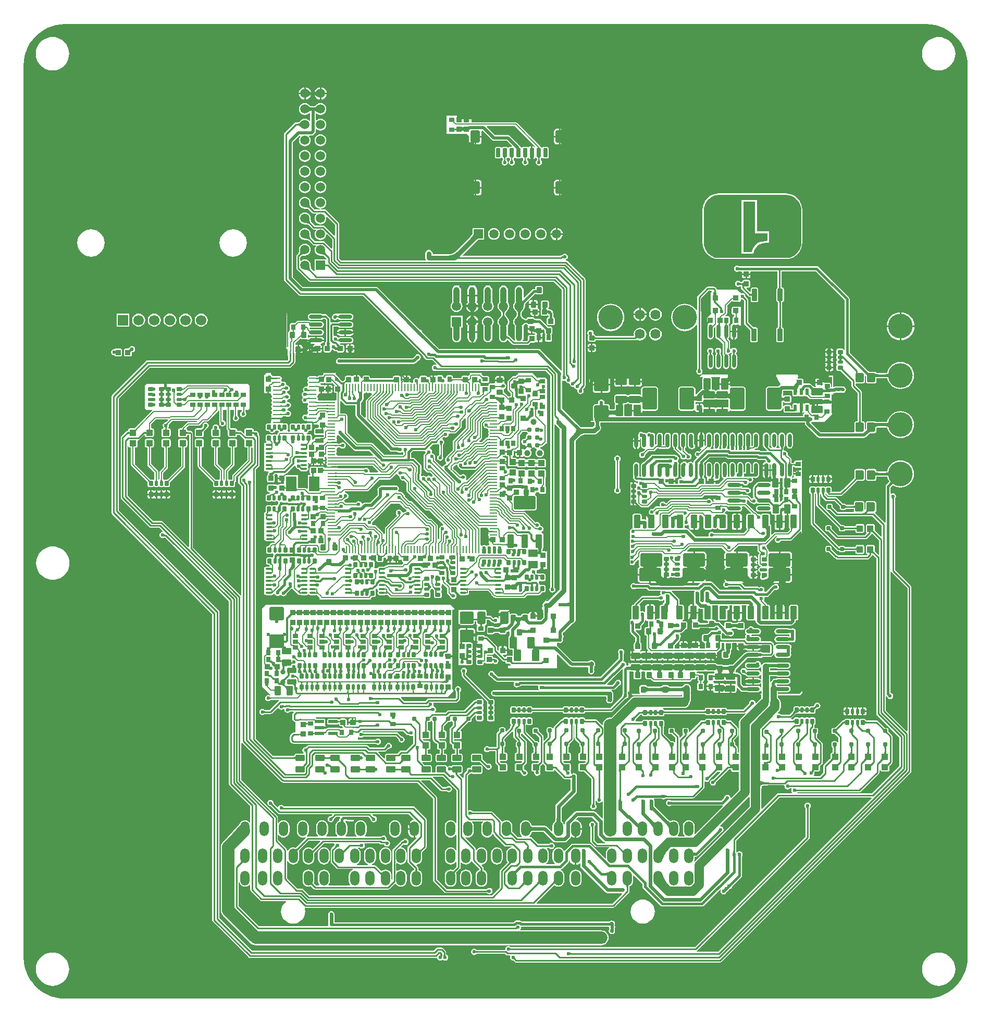
<source format=gtl>
G75*
G70*
%OFA0B0*%
%FSLAX25Y25*%
%IPPOS*%
%LPD*%
%AMOC8*
5,1,8,0,0,1.08239X$1,22.5*
%
%AMM1*
21,1,0.033470,0.026770,0.000000,0.000000,180.000000*
21,1,0.026770,0.033470,0.000000,0.000000,180.000000*
1,1,0.006690,-0.013390,0.013390*
1,1,0.006690,0.013390,0.013390*
1,1,0.006690,0.013390,-0.013390*
1,1,0.006690,-0.013390,-0.013390*
%
%AMM10*
21,1,0.023620,0.018900,0.000000,0.000000,90.000000*
21,1,0.018900,0.023620,0.000000,0.000000,90.000000*
1,1,0.004720,0.009450,0.009450*
1,1,0.004720,0.009450,-0.009450*
1,1,0.004720,-0.009450,-0.009450*
1,1,0.004720,-0.009450,0.009450*
%
%AMM101*
21,1,0.021650,0.038980,0.000000,0.000000,0.000000*
21,1,0.017320,0.043310,0.000000,0.000000,0.000000*
1,1,0.004330,0.008660,-0.019490*
1,1,0.004330,-0.008660,-0.019490*
1,1,0.004330,-0.008660,0.019490*
1,1,0.004330,0.008660,0.019490*
%
%AMM102*
21,1,0.086610,0.073230,0.000000,0.000000,90.000000*
21,1,0.069290,0.090550,0.000000,0.000000,90.000000*
1,1,0.017320,0.036610,0.034650*
1,1,0.017320,0.036610,-0.034650*
1,1,0.017320,-0.036610,-0.034650*
1,1,0.017320,-0.036610,0.034650*
%
%AMM103*
21,1,0.092520,0.119290,0.000000,0.000000,180.000000*
21,1,0.074020,0.137800,0.000000,0.000000,180.000000*
1,1,0.018500,-0.037010,0.059650*
1,1,0.018500,0.037010,0.059650*
1,1,0.018500,0.037010,-0.059650*
1,1,0.018500,-0.037010,-0.059650*
%
%AMM104*
21,1,0.070870,0.036220,0.000000,0.000000,0.000000*
21,1,0.061810,0.045280,0.000000,0.000000,0.000000*
1,1,0.009060,0.030910,-0.018110*
1,1,0.009060,-0.030910,-0.018110*
1,1,0.009060,-0.030910,0.018110*
1,1,0.009060,0.030910,0.018110*
%
%AMM105*
21,1,0.070870,0.036220,0.000000,0.000000,90.000000*
21,1,0.061810,0.045280,0.000000,0.000000,90.000000*
1,1,0.009060,0.018110,0.030910*
1,1,0.009060,0.018110,-0.030910*
1,1,0.009060,-0.018110,-0.030910*
1,1,0.009060,-0.018110,0.030910*
%
%AMM11*
21,1,0.027560,0.030710,0.000000,0.000000,90.000000*
21,1,0.022050,0.036220,0.000000,0.000000,90.000000*
1,1,0.005510,0.015350,0.011020*
1,1,0.005510,0.015350,-0.011020*
1,1,0.005510,-0.015350,-0.011020*
1,1,0.005510,-0.015350,0.011020*
%
%AMM111*
21,1,0.078740,0.045670,0.000000,0.000000,270.000000*
21,1,0.067320,0.057090,0.000000,0.000000,270.000000*
1,1,0.011420,-0.022840,-0.033660*
1,1,0.011420,-0.022840,0.033660*
1,1,0.011420,0.022840,0.033660*
1,1,0.011420,0.022840,-0.033660*
%
%AMM112*
21,1,0.059060,0.020470,0.000000,0.000000,270.000000*
21,1,0.053940,0.025590,0.000000,0.000000,270.000000*
1,1,0.005120,-0.010240,-0.026970*
1,1,0.005120,-0.010240,0.026970*
1,1,0.005120,0.010240,0.026970*
1,1,0.005120,0.010240,-0.026970*
%
%AMM113*
21,1,0.027560,0.030710,0.000000,0.000000,270.000000*
21,1,0.022050,0.036220,0.000000,0.000000,270.000000*
1,1,0.005510,-0.015350,-0.011020*
1,1,0.005510,-0.015350,0.011020*
1,1,0.005510,0.015350,0.011020*
1,1,0.005510,0.015350,-0.011020*
%
%AMM117*
21,1,0.035830,0.026770,0.000000,0.000000,0.000000*
21,1,0.029130,0.033470,0.000000,0.000000,0.000000*
1,1,0.006690,0.014570,-0.013390*
1,1,0.006690,-0.014570,-0.013390*
1,1,0.006690,-0.014570,0.013390*
1,1,0.006690,0.014570,0.013390*
%
%AMM118*
21,1,0.035830,0.026770,0.000000,0.000000,90.000000*
21,1,0.029130,0.033470,0.000000,0.000000,90.000000*
1,1,0.006690,0.013390,0.014570*
1,1,0.006690,0.013390,-0.014570*
1,1,0.006690,-0.013390,-0.014570*
1,1,0.006690,-0.013390,0.014570*
%
%AMM119*
21,1,0.078740,0.070870,0.000000,0.000000,270.000000*
21,1,0.062990,0.086610,0.000000,0.000000,270.000000*
1,1,0.015750,-0.035430,-0.031500*
1,1,0.015750,-0.035430,0.031500*
1,1,0.015750,0.035430,0.031500*
1,1,0.015750,0.035430,-0.031500*
%
%AMM12*
21,1,0.039370,0.049210,0.000000,0.000000,90.000000*
21,1,0.031500,0.057090,0.000000,0.000000,90.000000*
1,1,0.007870,0.024610,0.015750*
1,1,0.007870,0.024610,-0.015750*
1,1,0.007870,-0.024610,-0.015750*
1,1,0.007870,-0.024610,0.015750*
%
%AMM120*
21,1,0.051180,0.068500,0.000000,0.000000,180.000000*
21,1,0.040950,0.078740,0.000000,0.000000,180.000000*
1,1,0.010240,-0.020470,0.034250*
1,1,0.010240,0.020470,0.034250*
1,1,0.010240,0.020470,-0.034250*
1,1,0.010240,-0.020470,-0.034250*
%
%AMM121*
21,1,0.070870,0.036220,0.000000,0.000000,270.000000*
21,1,0.061810,0.045280,0.000000,0.000000,270.000000*
1,1,0.009060,-0.018110,-0.030910*
1,1,0.009060,-0.018110,0.030910*
1,1,0.009060,0.018110,0.030910*
1,1,0.009060,0.018110,-0.030910*
%
%AMM127*
21,1,0.021650,0.052760,0.000000,0.000000,270.000000*
21,1,0.017320,0.057090,0.000000,0.000000,270.000000*
1,1,0.004330,-0.026380,-0.008660*
1,1,0.004330,-0.026380,0.008660*
1,1,0.004330,0.026380,0.008660*
1,1,0.004330,0.026380,-0.008660*
%
%AMM128*
21,1,0.033470,0.026770,0.000000,0.000000,0.000000*
21,1,0.026770,0.033470,0.000000,0.000000,0.000000*
1,1,0.006690,0.013390,-0.013390*
1,1,0.006690,-0.013390,-0.013390*
1,1,0.006690,-0.013390,0.013390*
1,1,0.006690,0.013390,0.013390*
%
%AMM13*
21,1,0.051180,0.048820,0.000000,0.000000,0.000000*
21,1,0.040950,0.059060,0.000000,0.000000,0.000000*
1,1,0.010240,0.020470,-0.024410*
1,1,0.010240,-0.020470,-0.024410*
1,1,0.010240,-0.020470,0.024410*
1,1,0.010240,0.020470,0.024410*
%
%AMM131*
21,1,0.035430,0.030320,0.000000,0.000000,0.000000*
21,1,0.028350,0.037400,0.000000,0.000000,0.000000*
1,1,0.007090,0.014170,-0.015160*
1,1,0.007090,-0.014170,-0.015160*
1,1,0.007090,-0.014170,0.015160*
1,1,0.007090,0.014170,0.015160*
%
%AMM14*
21,1,0.039370,0.035430,0.000000,0.000000,180.000000*
21,1,0.031500,0.043310,0.000000,0.000000,180.000000*
1,1,0.007870,-0.015750,0.017720*
1,1,0.007870,0.015750,0.017720*
1,1,0.007870,0.015750,-0.017720*
1,1,0.007870,-0.015750,-0.017720*
%
%AMM15*
21,1,0.007870,0.640160,0.000000,0.000000,270.000000*
21,1,0.000000,0.648030,0.000000,0.000000,270.000000*
1,1,0.007870,-0.320080,0.000000*
1,1,0.007870,-0.320080,0.000000*
1,1,0.007870,0.320080,0.000000*
1,1,0.007870,0.320080,0.000000*
%
%AMM16*
21,1,0.007870,0.400390,0.000000,0.000000,0.000000*
21,1,0.000000,0.408270,0.000000,0.000000,0.000000*
1,1,0.007870,0.000000,-0.200200*
1,1,0.007870,0.000000,-0.200200*
1,1,0.007870,0.000000,0.200200*
1,1,0.007870,0.000000,0.200200*
%
%AMM17*
21,1,0.007870,0.080320,0.000000,0.000000,225.000000*
21,1,0.000000,0.088190,0.000000,0.000000,225.000000*
1,1,0.007870,-0.028400,0.028400*
1,1,0.007870,-0.028400,0.028400*
1,1,0.007870,0.028400,-0.028400*
1,1,0.007870,0.028400,-0.028400*
%
%AMM18*
21,1,0.007870,0.287010,0.000000,0.000000,180.000000*
21,1,0.000000,0.294880,0.000000,0.000000,180.000000*
1,1,0.007870,0.000000,0.143500*
1,1,0.007870,0.000000,0.143500*
1,1,0.007870,0.000000,-0.143500*
1,1,0.007870,0.000000,-0.143500*
%
%AMM19*
21,1,0.007870,0.078350,0.000000,0.000000,135.000000*
21,1,0.000000,0.086220,0.000000,0.000000,135.000000*
1,1,0.007870,0.027700,0.027700*
1,1,0.007870,0.027700,0.027700*
1,1,0.007870,-0.027700,-0.027700*
1,1,0.007870,-0.027700,-0.027700*
%
%AMM2*
21,1,0.031500,0.072440,0.000000,0.000000,0.000000*
21,1,0.025200,0.078740,0.000000,0.000000,0.000000*
1,1,0.006300,0.012600,-0.036220*
1,1,0.006300,-0.012600,-0.036220*
1,1,0.006300,-0.012600,0.036220*
1,1,0.006300,0.012600,0.036220*
%
%AMM20*
21,1,0.007870,0.643700,0.000000,0.000000,270.000000*
21,1,0.000000,0.651580,0.000000,0.000000,270.000000*
1,1,0.007870,-0.321850,0.000000*
1,1,0.007870,-0.321850,0.000000*
1,1,0.007870,0.321850,0.000000*
1,1,0.007870,0.321850,0.000000*
%
%AMM21*
21,1,0.087800,0.007870,0.000000,0.000000,45.000000*
1,1,0.007870,-0.031040,-0.031040*
1,1,0.007870,0.031040,0.031040*
%
%AMM22*
21,1,0.031500,0.007870,0.000000,0.000000,315.000000*
1,1,0.007870,-0.011140,0.011140*
1,1,0.007870,0.011140,-0.011140*
%
%AMM23*
21,1,0.039370,0.007870,0.000000,0.000000,45.000000*
1,1,0.007870,-0.013920,-0.013920*
1,1,0.007870,0.013920,0.013920*
%
%AMM24*
21,1,0.009840,0.017720,0.000000,0.000000,180.000000*
21,1,0.000000,0.027560,0.000000,0.000000,180.000000*
1,1,0.009840,0.000000,0.008860*
1,1,0.009840,0.000000,0.008860*
1,1,0.009840,0.000000,-0.008860*
1,1,0.009840,0.000000,-0.008860*
%
%AMM25*
21,1,0.007870,1.416930,0.000000,0.000000,180.000000*
21,1,0.000000,1.424800,0.000000,0.000000,180.000000*
1,1,0.007870,0.000000,0.708470*
1,1,0.007870,0.000000,0.708470*
1,1,0.007870,0.000000,-0.708470*
1,1,0.007870,0.000000,-0.708470*
%
%AMM26*
21,1,0.007870,1.787400,0.000000,0.000000,270.000000*
21,1,0.000000,1.795280,0.000000,0.000000,270.000000*
1,1,0.007870,-0.893700,0.000000*
1,1,0.007870,-0.893700,0.000000*
1,1,0.007870,0.893700,0.000000*
1,1,0.007870,0.893700,0.000000*
%
%AMM27*
21,1,0.007870,1.405510,0.000000,0.000000,180.000000*
21,1,0.000000,1.413390,0.000000,0.000000,180.000000*
1,1,0.007870,0.000000,0.702760*
1,1,0.007870,0.000000,0.702760*
1,1,0.007870,0.000000,-0.702760*
1,1,0.007870,0.000000,-0.702760*
%
%AMM28*
21,1,0.007870,1.704720,0.000000,0.000000,270.000000*
21,1,0.000000,1.712600,0.000000,0.000000,270.000000*
1,1,0.007870,-0.852360,0.000000*
1,1,0.007870,-0.852360,0.000000*
1,1,0.007870,0.852360,0.000000*
1,1,0.007870,0.852360,0.000000*
%
%AMM29*
21,1,0.007870,0.023620,0.000000,0.000000,315.000000*
21,1,0.000000,0.031500,0.000000,0.000000,315.000000*
1,1,0.007870,-0.008350,-0.008350*
1,1,0.007870,-0.008350,-0.008350*
1,1,0.007870,0.008350,0.008350*
1,1,0.007870,0.008350,0.008350*
%
%AMM3*
21,1,0.033470,0.026770,0.000000,0.000000,90.000000*
21,1,0.026770,0.033470,0.000000,0.000000,90.000000*
1,1,0.006690,0.013390,0.013390*
1,1,0.006690,0.013390,-0.013390*
1,1,0.006690,-0.013390,-0.013390*
1,1,0.006690,-0.013390,0.013390*
%
%AMM30*
21,1,0.007870,0.055120,0.000000,0.000000,270.000000*
21,1,0.000000,0.062990,0.000000,0.000000,270.000000*
1,1,0.007870,-0.027560,0.000000*
1,1,0.007870,-0.027560,0.000000*
1,1,0.007870,0.027560,0.000000*
1,1,0.007870,0.027560,0.000000*
%
%AMM31*
21,1,0.007870,0.039370,0.000000,0.000000,45.000000*
21,1,0.000000,0.047240,0.000000,0.000000,45.000000*
1,1,0.007870,0.013920,-0.013920*
1,1,0.007870,0.013920,-0.013920*
1,1,0.007870,-0.013920,0.013920*
1,1,0.007870,-0.013920,0.013920*
%
%AMM32*
21,1,0.007870,0.013780,0.000000,0.000000,45.000000*
21,1,0.000000,0.021650,0.000000,0.000000,45.000000*
1,1,0.007870,0.004870,-0.004870*
1,1,0.007870,0.004870,-0.004870*
1,1,0.007870,-0.004870,0.004870*
1,1,0.007870,-0.004870,0.004870*
%
%AMM33*
21,1,0.007870,0.014960,0.000000,0.000000,135.000000*
21,1,0.000000,0.022840,0.000000,0.000000,135.000000*
1,1,0.007870,0.005290,0.005290*
1,1,0.007870,0.005290,0.005290*
1,1,0.007870,-0.005290,-0.005290*
1,1,0.007870,-0.005290,-0.005290*
%
%AMM34*
21,1,0.007870,0.029130,0.000000,0.000000,225.000000*
21,1,0.000000,0.037010,0.000000,0.000000,225.000000*
1,1,0.007870,-0.010300,0.010300*
1,1,0.007870,-0.010300,0.010300*
1,1,0.007870,0.010300,-0.010300*
1,1,0.007870,0.010300,-0.010300*
%
%AMM35*
21,1,0.007870,0.041340,0.000000,0.000000,0.000000*
21,1,0.000000,0.049210,0.000000,0.000000,0.000000*
1,1,0.007870,0.000000,-0.020670*
1,1,0.007870,0.000000,-0.020670*
1,1,0.007870,0.000000,0.020670*
1,1,0.007870,0.000000,0.020670*
%
%AMM36*
21,1,0.009840,0.919290,0.000000,0.000000,90.000000*
21,1,0.000000,0.929130,0.000000,0.000000,90.000000*
1,1,0.009840,0.459650,0.000000*
1,1,0.009840,0.459650,0.000000*
1,1,0.009840,-0.459650,0.000000*
1,1,0.009840,-0.459650,0.000000*
%
%AMM37*
21,1,0.007870,0.503940,0.000000,0.000000,180.000000*
21,1,0.000000,0.511810,0.000000,0.000000,180.000000*
1,1,0.007870,0.000000,0.251970*
1,1,0.007870,0.000000,0.251970*
1,1,0.007870,0.000000,-0.251970*
1,1,0.007870,0.000000,-0.251970*
%
%AMM4*
21,1,0.025590,0.026380,0.000000,0.000000,90.000000*
21,1,0.020470,0.031500,0.000000,0.000000,90.000000*
1,1,0.005120,0.013190,0.010240*
1,1,0.005120,0.013190,-0.010240*
1,1,0.005120,-0.013190,-0.010240*
1,1,0.005120,-0.013190,0.010240*
%
%AMM5*
21,1,0.017720,0.027950,0.000000,0.000000,90.000000*
21,1,0.014170,0.031500,0.000000,0.000000,90.000000*
1,1,0.003540,0.013980,0.007090*
1,1,0.003540,0.013980,-0.007090*
1,1,0.003540,-0.013980,-0.007090*
1,1,0.003540,-0.013980,0.007090*
%
%AMM59*
21,1,0.023620,0.030710,0.000000,0.000000,90.000000*
21,1,0.018900,0.035430,0.000000,0.000000,90.000000*
1,1,0.004720,0.015350,0.009450*
1,1,0.004720,0.015350,-0.009450*
1,1,0.004720,-0.015350,-0.009450*
1,1,0.004720,-0.015350,0.009450*
%
%AMM6*
21,1,0.025590,0.026380,0.000000,0.000000,0.000000*
21,1,0.020470,0.031500,0.000000,0.000000,0.000000*
1,1,0.005120,0.010240,-0.013190*
1,1,0.005120,-0.010240,-0.013190*
1,1,0.005120,-0.010240,0.013190*
1,1,0.005120,0.010240,0.013190*
%
%AMM60*
21,1,0.033470,0.026770,0.000000,0.000000,270.000000*
21,1,0.026770,0.033470,0.000000,0.000000,270.000000*
1,1,0.006690,-0.013390,-0.013390*
1,1,0.006690,-0.013390,0.013390*
1,1,0.006690,0.013390,0.013390*
1,1,0.006690,0.013390,-0.013390*
%
%AMM61*
21,1,0.035430,0.050000,0.000000,0.000000,270.000000*
21,1,0.028350,0.057090,0.000000,0.000000,270.000000*
1,1,0.007090,-0.025000,-0.014170*
1,1,0.007090,-0.025000,0.014170*
1,1,0.007090,0.025000,0.014170*
1,1,0.007090,0.025000,-0.014170*
%
%AMM62*
21,1,0.086610,0.073230,0.000000,0.000000,270.000000*
21,1,0.069290,0.090550,0.000000,0.000000,270.000000*
1,1,0.017320,-0.036610,-0.034650*
1,1,0.017320,-0.036610,0.034650*
1,1,0.017320,0.036610,0.034650*
1,1,0.017320,0.036610,-0.034650*
%
%AMM63*
21,1,0.039370,0.049210,0.000000,0.000000,180.000000*
21,1,0.031500,0.057090,0.000000,0.000000,180.000000*
1,1,0.007870,-0.015750,0.024610*
1,1,0.007870,0.015750,0.024610*
1,1,0.007870,0.015750,-0.024610*
1,1,0.007870,-0.015750,-0.024610*
%
%AMM64*
21,1,0.027560,0.030710,0.000000,0.000000,0.000000*
21,1,0.022050,0.036220,0.000000,0.000000,0.000000*
1,1,0.005510,0.011020,-0.015350*
1,1,0.005510,-0.011020,-0.015350*
1,1,0.005510,-0.011020,0.015350*
1,1,0.005510,0.011020,0.015350*
%
%AMM7*
21,1,0.017720,0.027950,0.000000,0.000000,0.000000*
21,1,0.014170,0.031500,0.000000,0.000000,0.000000*
1,1,0.003540,0.007090,-0.013980*
1,1,0.003540,-0.007090,-0.013980*
1,1,0.003540,-0.007090,0.013980*
1,1,0.003540,0.007090,0.013980*
%
%AMM73*
21,1,0.035830,0.026770,0.000000,0.000000,180.000000*
21,1,0.029130,0.033470,0.000000,0.000000,180.000000*
1,1,0.006690,-0.014570,0.013390*
1,1,0.006690,0.014570,0.013390*
1,1,0.006690,0.014570,-0.013390*
1,1,0.006690,-0.014570,-0.013390*
%
%AMM74*
21,1,0.035830,0.026770,0.000000,0.000000,270.000000*
21,1,0.029130,0.033470,0.000000,0.000000,270.000000*
1,1,0.006690,-0.013390,-0.014570*
1,1,0.006690,-0.013390,0.014570*
1,1,0.006690,0.013390,0.014570*
1,1,0.006690,0.013390,-0.014570*
%
%AMM75*
21,1,0.027560,0.049610,0.000000,0.000000,270.000000*
21,1,0.022050,0.055120,0.000000,0.000000,270.000000*
1,1,0.005510,-0.024800,-0.011020*
1,1,0.005510,-0.024800,0.011020*
1,1,0.005510,0.024800,0.011020*
1,1,0.005510,0.024800,-0.011020*
%
%AMM76*
21,1,0.025590,0.026380,0.000000,0.000000,270.000000*
21,1,0.020470,0.031500,0.000000,0.000000,270.000000*
1,1,0.005120,-0.013190,-0.010240*
1,1,0.005120,-0.013190,0.010240*
1,1,0.005120,0.013190,0.010240*
1,1,0.005120,0.013190,-0.010240*
%
%AMM77*
21,1,0.017720,0.027950,0.000000,0.000000,270.000000*
21,1,0.014170,0.031500,0.000000,0.000000,270.000000*
1,1,0.003540,-0.013980,-0.007090*
1,1,0.003540,-0.013980,0.007090*
1,1,0.003540,0.013980,0.007090*
1,1,0.003540,0.013980,-0.007090*
%
%AMM78*
21,1,0.025590,0.026380,0.000000,0.000000,180.000000*
21,1,0.020470,0.031500,0.000000,0.000000,180.000000*
1,1,0.005120,-0.010240,0.013190*
1,1,0.005120,0.010240,0.013190*
1,1,0.005120,0.010240,-0.013190*
1,1,0.005120,-0.010240,-0.013190*
%
%AMM79*
21,1,0.017720,0.027950,0.000000,0.000000,180.000000*
21,1,0.014170,0.031500,0.000000,0.000000,180.000000*
1,1,0.003540,-0.007090,0.013980*
1,1,0.003540,0.007090,0.013980*
1,1,0.003540,0.007090,-0.013980*
1,1,0.003540,-0.007090,-0.013980*
%
%AMM8*
21,1,0.039370,0.035430,0.000000,0.000000,270.000000*
21,1,0.031500,0.043310,0.000000,0.000000,270.000000*
1,1,0.007870,-0.017720,-0.015750*
1,1,0.007870,-0.017720,0.015750*
1,1,0.007870,0.017720,0.015750*
1,1,0.007870,0.017720,-0.015750*
%
%AMM80*
21,1,0.043310,0.075980,0.000000,0.000000,0.000000*
21,1,0.034650,0.084650,0.000000,0.000000,0.000000*
1,1,0.008660,0.017320,-0.037990*
1,1,0.008660,-0.017320,-0.037990*
1,1,0.008660,-0.017320,0.037990*
1,1,0.008660,0.017320,0.037990*
%
%AMM81*
21,1,0.043310,0.075990,0.000000,0.000000,0.000000*
21,1,0.034650,0.084650,0.000000,0.000000,0.000000*
1,1,0.008660,0.017320,-0.037990*
1,1,0.008660,-0.017320,-0.037990*
1,1,0.008660,-0.017320,0.037990*
1,1,0.008660,0.017320,0.037990*
%
%AMM82*
21,1,0.137800,0.067720,0.000000,0.000000,0.000000*
21,1,0.120870,0.084650,0.000000,0.000000,0.000000*
1,1,0.016930,0.060430,-0.033860*
1,1,0.016930,-0.060430,-0.033860*
1,1,0.016930,-0.060430,0.033860*
1,1,0.016930,0.060430,0.033860*
%
%AMM83*
21,1,0.023620,0.030710,0.000000,0.000000,180.000000*
21,1,0.018900,0.035430,0.000000,0.000000,180.000000*
1,1,0.004720,-0.009450,0.015350*
1,1,0.004720,0.009450,0.015350*
1,1,0.004720,0.009450,-0.015350*
1,1,0.004720,-0.009450,-0.015350*
%
%AMM84*
21,1,0.035430,0.030320,0.000000,0.000000,270.000000*
21,1,0.028350,0.037400,0.000000,0.000000,270.000000*
1,1,0.007090,-0.015160,-0.014170*
1,1,0.007090,-0.015160,0.014170*
1,1,0.007090,0.015160,0.014170*
1,1,0.007090,0.015160,-0.014170*
%
%AMM85*
21,1,0.035430,0.030320,0.000000,0.000000,180.000000*
21,1,0.028350,0.037400,0.000000,0.000000,180.000000*
1,1,0.007090,-0.014170,0.015160*
1,1,0.007090,0.014170,0.015160*
1,1,0.007090,0.014170,-0.015160*
1,1,0.007090,-0.014170,-0.015160*
%
%AMM86*
21,1,0.027560,0.030710,0.000000,0.000000,180.000000*
21,1,0.022050,0.036220,0.000000,0.000000,180.000000*
1,1,0.005510,-0.011020,0.015350*
1,1,0.005510,0.011020,0.015350*
1,1,0.005510,0.011020,-0.015350*
1,1,0.005510,-0.011020,-0.015350*
%
%AMM9*
21,1,0.023620,0.018900,0.000000,0.000000,0.000000*
21,1,0.018900,0.023620,0.000000,0.000000,0.000000*
1,1,0.004720,0.009450,-0.009450*
1,1,0.004720,-0.009450,-0.009450*
1,1,0.004720,-0.009450,0.009450*
1,1,0.004720,0.009450,0.009450*
%
%ADD100M113*%
%ADD101M37*%
%ADD102R,0.05906X0.05118*%
%ADD108M82*%
%ADD109O,0.00787X0.16732*%
%ADD11O,0.05118X0.00866*%
%ADD110M119*%
%ADD112O,0.00787X0.12205*%
%ADD114O,0.03937X0.05906*%
%ADD115C,0.02362*%
%ADD116O,0.01575X0.28347*%
%ADD117C,0.05118*%
%ADD12M33*%
%ADD120M1*%
%ADD124O,0.19291X0.02362*%
%ADD125M30*%
%ADD127M14*%
%ADD129O,0.00787X0.22323*%
%ADD13C,0.03100*%
%ADD131M26*%
%ADD132M78*%
%ADD133C,0.03937*%
%ADD135O,0.01968X0.00984*%
%ADD136O,0.69685X0.01575*%
%ADD137O,0.59843X0.01968*%
%ADD14M61*%
%ADD145O,0.00787X0.56693*%
%ADD147M127*%
%ADD148O,0.00787X0.34744*%
%ADD150M104*%
%ADD152C,0.07874*%
%ADD154O,0.32559X0.00787*%
%ADD156M31*%
%ADD157M63*%
%ADD158M15*%
%ADD159M9*%
%ADD16M102*%
%ADD160O,0.08661X0.02362*%
%ADD161M25*%
%ADD163C,0.04724*%
%ADD165O,0.02362X0.08661*%
%ADD169M3*%
%ADD170M64*%
%ADD174M111*%
%ADD175O,0.01968X0.03937*%
%ADD176O,0.20669X0.00787*%
%ADD177M84*%
%ADD179M105*%
%ADD18M81*%
%ADD180M120*%
%ADD181O,0.00787X0.01575*%
%ADD182O,0.05197X0.00984*%
%ADD183M86*%
%ADD184O,0.00787X0.36221*%
%ADD185M73*%
%ADD187M7*%
%ADD188C,0.15748*%
%ADD19M19*%
%ADD190M32*%
%ADD192O,0.43701X0.00787*%
%ADD193M121*%
%ADD194M12*%
%ADD196M8*%
%ADD197O,0.04016X0.11221*%
%ADD20M112*%
%ADD200M24*%
%ADD201O,0.38583X0.01575*%
%ADD202M128*%
%ADD204O,0.00787X1.01772*%
%ADD206O,0.03150X0.02362*%
%ADD208M79*%
%ADD209O,0.00984X0.01968*%
%ADD211O,0.05906X0.09449*%
%ADD212O,1.39370X0.02362*%
%ADD213C,0.00984*%
%ADD214M85*%
%ADD215O,0.25591X0.00787*%
%ADD216C,0.03150*%
%ADD217M6*%
%ADD219M23*%
%ADD221O,0.54331X0.00787*%
%ADD222M13*%
%ADD226O,0.00787X0.33071*%
%ADD227C,0.06400*%
%ADD228M59*%
%ADD23C,0.01575*%
%ADD231M62*%
%ADD232M103*%
%ADD233M17*%
%ADD234M18*%
%ADD235O,0.00787X0.16339*%
%ADD238C,0.01968*%
%ADD239O,0.00787X0.26772*%
%ADD245O,0.30709X0.01575*%
%ADD246M22*%
%ADD247M118*%
%ADD248O,0.03937X0.01968*%
%ADD251O,0.00866X0.05118*%
%ADD252M34*%
%ADD253M10*%
%ADD254O,0.68504X0.01575*%
%ADD255O,0.44587X0.00787*%
%ADD257R,0.06693X0.09449*%
%ADD258M74*%
%ADD261C,0.03900*%
%ADD28M5*%
%ADD30M21*%
%ADD32M35*%
%ADD35C,0.06693*%
%ADD36O,0.04331X0.01181*%
%ADD37M11*%
%ADD38M75*%
%ADD40C,0.05906*%
%ADD41M29*%
%ADD44R,0.06693X0.06693*%
%ADD45M80*%
%ADD47M28*%
%ADD49O,1.01181X0.00787*%
%ADD51M101*%
%ADD54M60*%
%ADD55C,0.01181*%
%ADD56C,0.00787*%
%ADD57O,0.00787X0.01968*%
%ADD61O,0.00787X0.05118*%
%ADD62M16*%
%ADD63M4*%
%ADD65M20*%
%ADD67M36*%
%ADD68O,0.01968X0.44882*%
%ADD69O,0.00787X0.28543*%
%ADD71M76*%
%ADD75M77*%
%ADD76M83*%
%ADD78R,0.05906X0.05906*%
%ADD81M2*%
%ADD82O,0.00787X0.02756*%
%ADD84M117*%
%ADD86O,0.01968X0.59843*%
%ADD87R,0.01968X0.01968*%
%ADD92M131*%
%ADD93O,0.01968X0.11811*%
%ADD95O,0.19685X0.01575*%
%ADD97M27*%
X0000000Y0000000D02*
G01*
G75*
G36*
X0581693Y0624629D02*
X0584608Y0624133D01*
X0587449Y0623315D01*
X0590181Y0622183D01*
X0592769Y0620753D01*
X0595181Y0619042D01*
X0597386Y0617071D01*
X0599357Y0614866D01*
X0601068Y0612455D01*
X0602498Y0609867D01*
X0603630Y0607134D01*
X0604449Y0604293D01*
X0604944Y0601378D01*
X0605106Y0598483D01*
X0605095Y0598425D01*
X0605095Y0027559D01*
X0605106Y0027502D01*
X0604944Y0024607D01*
X0604449Y0021691D01*
X0603630Y0018850D01*
X0602498Y0016118D01*
X0601068Y0013530D01*
X0599357Y0011118D01*
X0597386Y0008913D01*
X0595181Y0006943D01*
X0592769Y0005231D01*
X0590181Y0003801D01*
X0587449Y0002669D01*
X0584608Y0001851D01*
X0581693Y0001355D01*
X0578797Y0001193D01*
X0578740Y0001204D01*
X0027559Y0001204D01*
X0027502Y0001193D01*
X0024607Y0001355D01*
X0021691Y0001851D01*
X0018850Y0002669D01*
X0016118Y0003801D01*
X0013530Y0005231D01*
X0011118Y0006943D01*
X0008913Y0008913D01*
X0006943Y0011118D01*
X0005231Y0013530D01*
X0003801Y0016118D01*
X0002669Y0018850D01*
X0001851Y0021691D01*
X0001355Y0024607D01*
X0001193Y0027502D01*
X0001204Y0027559D01*
X0001204Y0598425D01*
X0001193Y0598483D01*
X0001355Y0601378D01*
X0001851Y0604293D01*
X0002669Y0607134D01*
X0003801Y0609867D01*
X0005231Y0612455D01*
X0006943Y0614866D01*
X0008913Y0617071D01*
X0011118Y0619042D01*
X0013530Y0620753D01*
X0016118Y0622183D01*
X0018850Y0623315D01*
X0021691Y0624133D01*
X0024607Y0624629D01*
X0027502Y0624791D01*
X0027559Y0624780D01*
X0578740Y0624780D01*
X0578797Y0624791D01*
X0581693Y0624629D01*
D02*
G37*
%LPC*%
G36*
X0586614Y0616568D02*
X0584946Y0616437D01*
X0583319Y0616046D01*
X0581773Y0615406D01*
X0580347Y0614532D01*
X0579074Y0613445D01*
X0577988Y0612173D01*
X0577114Y0610746D01*
X0576473Y0609200D01*
X0576083Y0607574D01*
X0575951Y0605905D01*
X0576083Y0604238D01*
X0576473Y0602610D01*
X0577114Y0601065D01*
X0577988Y0599638D01*
X0579074Y0598366D01*
X0580347Y0597279D01*
X0581773Y0596405D01*
X0583319Y0595765D01*
X0584946Y0595374D01*
X0586614Y0595243D01*
X0588282Y0595374D01*
X0589909Y0595765D01*
X0591455Y0596405D01*
X0592882Y0597279D01*
X0594154Y0598366D01*
X0595240Y0599638D01*
X0596115Y0601065D01*
X0596755Y0602610D01*
X0597146Y0604238D01*
X0597277Y0605905D01*
X0597146Y0607574D01*
X0596755Y0609200D01*
X0596115Y0610746D01*
X0595240Y0612173D01*
X0594154Y0613445D01*
X0592882Y0614532D01*
X0591455Y0615406D01*
X0589909Y0616046D01*
X0588282Y0616437D01*
X0586614Y0616568D01*
D02*
G37*
G36*
X0019685Y0616568D02*
X0018017Y0616437D01*
X0016390Y0616046D01*
X0014844Y0615406D01*
X0013418Y0614532D01*
X0012145Y0613445D01*
X0011059Y0612173D01*
X0010184Y0610746D01*
X0009544Y0609200D01*
X0009154Y0607574D01*
X0009022Y0605905D01*
X0009154Y0604238D01*
X0009544Y0602610D01*
X0010184Y0601065D01*
X0011059Y0599638D01*
X0012145Y0598366D01*
X0013418Y0597279D01*
X0014844Y0596405D01*
X0016390Y0595765D01*
X0018017Y0595374D01*
X0019685Y0595243D01*
X0021353Y0595374D01*
X0022980Y0595765D01*
X0024526Y0596405D01*
X0025953Y0597279D01*
X0027225Y0598366D01*
X0028311Y0599638D01*
X0029186Y0601065D01*
X0029826Y0602610D01*
X0030217Y0604238D01*
X0030348Y0605905D01*
X0030217Y0607574D01*
X0029826Y0609200D01*
X0029186Y0610746D01*
X0028311Y0612173D01*
X0027225Y0613445D01*
X0025953Y0614532D01*
X0024526Y0615406D01*
X0022980Y0616046D01*
X0021353Y0616437D01*
X0019685Y0616568D01*
D02*
G37*
G36*
X0181642Y0584394D02*
X0181642Y0580972D01*
X0183250Y0580972D01*
X0183250Y0582539D01*
X0183501Y0582296D01*
X0183752Y0582079D01*
X0184003Y0581887D01*
X0184254Y0581720D01*
X0184505Y0581580D01*
X0184756Y0581465D01*
X0185006Y0581375D01*
X0185010Y0581374D01*
X0184993Y0581504D01*
X0184595Y0582466D01*
X0183961Y0583292D01*
X0183135Y0583925D01*
X0182174Y0584323D01*
X0181642Y0584394D01*
D02*
G37*
G36*
X0191642Y0584394D02*
X0191642Y0580972D01*
X0195063Y0580972D01*
X0194993Y0581504D01*
X0194595Y0582466D01*
X0193961Y0583292D01*
X0193135Y0583925D01*
X0192174Y0584323D01*
X0191642Y0584394D01*
D02*
G37*
G36*
X0190642Y0584394D02*
X0190110Y0584323D01*
X0189148Y0583925D01*
X0188323Y0583292D01*
X0187689Y0582466D01*
X0187291Y0581504D01*
X0187274Y0581374D01*
X0187277Y0581375D01*
X0187528Y0581465D01*
X0187779Y0581580D01*
X0188030Y0581720D01*
X0188280Y0581887D01*
X0188531Y0582079D01*
X0188782Y0582296D01*
X0189033Y0582539D01*
X0189033Y0580972D01*
X0190642Y0580972D01*
X0190642Y0584394D01*
D02*
G37*
G36*
X0180642Y0584394D02*
X0180110Y0584323D01*
X0179148Y0583925D01*
X0178323Y0583292D01*
X0177689Y0582466D01*
X0177291Y0581504D01*
X0177221Y0580972D01*
X0180642Y0580972D01*
X0180642Y0584394D01*
D02*
G37*
G36*
X0190642Y0579973D02*
X0189033Y0579973D01*
X0189033Y0578406D01*
X0188782Y0578649D01*
X0188531Y0578866D01*
X0188280Y0579058D01*
X0188030Y0579224D01*
X0187779Y0579365D01*
X0187528Y0579480D01*
X0187277Y0579570D01*
X0187274Y0579571D01*
X0187291Y0579441D01*
X0187689Y0578479D01*
X0188323Y0577653D01*
X0189148Y0577020D01*
X0190110Y0576621D01*
X0190642Y0576551D01*
X0190642Y0579973D01*
D02*
G37*
G36*
X0180642Y0579973D02*
X0177221Y0579973D01*
X0177291Y0579441D01*
X0177689Y0578479D01*
X0178323Y0577653D01*
X0179148Y0577020D01*
X0180110Y0576621D01*
X0180642Y0576551D01*
X0180642Y0579973D01*
D02*
G37*
G36*
X0195063Y0579973D02*
X0191642Y0579973D01*
X0191642Y0576551D01*
X0192174Y0576621D01*
X0193135Y0577020D01*
X0193961Y0577653D01*
X0194595Y0578479D01*
X0194993Y0579441D01*
X0195063Y0579973D01*
D02*
G37*
G36*
X0183250Y0579973D02*
X0181642Y0579973D01*
X0181642Y0576551D01*
X0182174Y0576621D01*
X0183135Y0577020D01*
X0183961Y0577653D01*
X0184595Y0578479D01*
X0184993Y0579441D01*
X0185010Y0579571D01*
X0185006Y0579570D01*
X0184756Y0579480D01*
X0184505Y0579365D01*
X0184254Y0579224D01*
X0184003Y0579058D01*
X0183752Y0578866D01*
X0183501Y0578649D01*
X0183250Y0578406D01*
X0183250Y0579973D01*
D02*
G37*
G36*
X0191142Y0574245D02*
X0190165Y0574116D01*
X0189255Y0573739D01*
X0188474Y0573140D01*
X0188433Y0573086D01*
X0188364Y0573024D01*
X0188178Y0572879D01*
X0187992Y0572754D01*
X0187805Y0572647D01*
X0187617Y0572558D01*
X0187427Y0572486D01*
X0187234Y0572431D01*
X0187036Y0572391D01*
X0186922Y0572377D01*
X0185361Y0572377D01*
X0185247Y0572391D01*
X0185050Y0572431D01*
X0184856Y0572486D01*
X0184666Y0572558D01*
X0184478Y0572647D01*
X0184291Y0572754D01*
X0184105Y0572879D01*
X0183920Y0573024D01*
X0183851Y0573086D01*
X0183809Y0573140D01*
X0183028Y0573739D01*
X0182118Y0574116D01*
X0181142Y0574245D01*
X0180165Y0574116D01*
X0179255Y0573739D01*
X0178474Y0573140D01*
X0177875Y0572359D01*
X0177498Y0571449D01*
X0177369Y0570472D01*
X0177498Y0569496D01*
X0177875Y0568586D01*
X0178474Y0567805D01*
X0179255Y0567205D01*
X0180165Y0566829D01*
X0181142Y0566700D01*
X0182118Y0566829D01*
X0183028Y0567205D01*
X0183809Y0567805D01*
X0183901Y0567925D01*
X0184012Y0568038D01*
X0184242Y0567997D01*
X0184512Y0567821D01*
X0184512Y0563045D01*
X0184012Y0562875D01*
X0183809Y0563140D01*
X0183028Y0563739D01*
X0182118Y0564116D01*
X0181142Y0564245D01*
X0180165Y0564116D01*
X0179255Y0563739D01*
X0178474Y0563140D01*
X0178423Y0563073D01*
X0178257Y0562920D01*
X0177697Y0562457D01*
X0177457Y0562286D01*
X0177230Y0562142D01*
X0177026Y0562031D01*
X0176846Y0561952D01*
X0176694Y0561901D01*
X0176573Y0561875D01*
X0175335Y0561875D01*
X0174835Y0561776D01*
X0174412Y0561493D01*
X0168074Y0555155D01*
X0167791Y0554732D01*
X0167692Y0554232D01*
X0167692Y0461417D01*
X0167791Y0460918D01*
X0168074Y0460495D01*
X0177129Y0451440D01*
X0177552Y0451157D01*
X0178051Y0451058D01*
X0218259Y0451058D01*
X0256794Y0412522D01*
X0256866Y0412163D01*
X0257148Y0411739D01*
X0258590Y0410298D01*
X0259013Y0410015D01*
X0259512Y0409916D01*
X0262649Y0409916D01*
X0265485Y0407079D01*
X0265167Y0406691D01*
X0265040Y0406776D01*
X0264272Y0406928D01*
X0263504Y0406776D01*
X0262852Y0406341D01*
X0262417Y0405689D01*
X0262265Y0404921D01*
X0262417Y0404153D01*
X0262852Y0403502D01*
X0263504Y0403067D01*
X0264272Y0402914D01*
X0264837Y0403026D01*
X0265334Y0402928D01*
X0335063Y0402928D01*
X0338164Y0399827D01*
X0338164Y0264627D01*
X0338157Y0264585D01*
X0338147Y0264540D01*
X0338136Y0264505D01*
X0338125Y0264476D01*
X0338114Y0264455D01*
X0338113Y0264454D01*
X0338049Y0264411D01*
X0337614Y0263760D01*
X0337461Y0262992D01*
X0337614Y0262224D01*
X0338049Y0261573D01*
X0338700Y0261138D01*
X0339469Y0260985D01*
X0340237Y0261138D01*
X0340888Y0261573D01*
X0341323Y0262224D01*
X0341476Y0262992D01*
X0341323Y0263760D01*
X0340888Y0264411D01*
X0340824Y0264454D01*
X0340823Y0264455D01*
X0340812Y0264476D01*
X0340801Y0264505D01*
X0340790Y0264540D01*
X0340780Y0264585D01*
X0340773Y0264627D01*
X0340773Y0368522D01*
X0341273Y0368674D01*
X0341604Y0368179D01*
X0344236Y0365547D01*
X0344236Y0263193D01*
X0336502Y0255460D01*
X0335795Y0255460D01*
X0335531Y0255460D01*
X0335531Y0255460D01*
X0335493Y0255488D01*
X0335446Y0256012D01*
X0335679Y0256245D01*
X0336417Y0256983D01*
X0336417Y0397933D01*
X0335335Y0399016D01*
X0329626Y0399016D01*
X0326870Y0401772D01*
X0156047Y0401772D01*
X0154531Y0400289D01*
X0154321Y0258317D01*
X0156622Y0256016D01*
X0156622Y0255942D01*
X0334813Y0255942D01*
X0334909Y0255846D01*
X0334742Y0255303D01*
X0334610Y0255276D01*
X0333828Y0254754D01*
X0333306Y0253973D01*
X0333123Y0253051D01*
X0333298Y0252173D01*
X0333288Y0252102D01*
X0333010Y0251673D01*
X0332972Y0251673D01*
X0332874Y0251575D01*
X0332874Y0250197D01*
X0279232Y0250197D01*
X0279134Y0214272D01*
X0311024Y0214244D01*
X0311024Y0212626D01*
X0342448Y0212626D01*
X0342520Y0212697D01*
X0342520Y0221145D01*
X0342982Y0221337D01*
X0350438Y0213880D01*
X0351024Y0213489D01*
X0351715Y0213351D01*
X0362091Y0213351D01*
X0362363Y0213020D01*
X0362516Y0212252D01*
X0362564Y0212180D01*
X0362564Y0211568D01*
X0362516Y0211496D01*
X0362363Y0210728D01*
X0362516Y0209960D01*
X0362951Y0209309D01*
X0363602Y0208874D01*
X0364370Y0208721D01*
X0365138Y0208874D01*
X0365789Y0209309D01*
X0366224Y0209960D01*
X0366377Y0210728D01*
X0366224Y0211496D01*
X0366176Y0211568D01*
X0366176Y0212180D01*
X0366224Y0212252D01*
X0366377Y0213020D01*
X0366224Y0213788D01*
X0366206Y0213816D01*
X0366213Y0213835D01*
X0366220Y0213850D01*
X0366223Y0213854D01*
X0366245Y0213885D01*
X0366267Y0213934D01*
X0366595Y0214424D01*
X0366779Y0215346D01*
X0366595Y0216268D01*
X0366073Y0217049D01*
X0365967Y0217156D01*
X0365185Y0217678D01*
X0364264Y0217861D01*
X0363342Y0217678D01*
X0362561Y0217156D01*
X0362432Y0216964D01*
X0352464Y0216964D01*
X0342538Y0226889D01*
X0342520Y0226901D01*
X0342520Y0228804D01*
X0343777Y0228804D01*
X0344291Y0228702D01*
X0345059Y0228854D01*
X0345711Y0229289D01*
X0346146Y0229941D01*
X0346298Y0230709D01*
X0346215Y0231130D01*
X0346215Y0231940D01*
X0346460Y0232306D01*
X0346612Y0233074D01*
X0346460Y0233843D01*
X0346177Y0234265D01*
X0346177Y0235136D01*
X0346686Y0235645D01*
X0346686Y0235645D01*
X0351377Y0240336D01*
X0351469Y0240426D01*
X0352099Y0240998D01*
X0352136Y0241028D01*
X0352792Y0241159D01*
X0353573Y0241681D01*
X0354095Y0242462D01*
X0354279Y0243384D01*
X0354279Y0253346D01*
X0354279Y0358049D01*
X0356867Y0360638D01*
X0357221Y0360920D01*
X0357660Y0361219D01*
X0358113Y0361476D01*
X0358581Y0361693D01*
X0359066Y0361871D01*
X0359568Y0362009D01*
X0360089Y0362109D01*
X0360539Y0362158D01*
X0366240Y0362158D01*
X0367162Y0362342D01*
X0367943Y0362864D01*
X0369974Y0364894D01*
X0370496Y0365676D01*
X0370679Y0366598D01*
X0370496Y0367519D01*
X0370177Y0367996D01*
X0370114Y0369575D01*
X0370452Y0370040D01*
X0501066Y0370040D01*
X0501070Y0370018D01*
X0501093Y0369760D01*
X0501093Y0369345D01*
X0501230Y0368654D01*
X0501622Y0368068D01*
X0509156Y0360534D01*
X0509742Y0360142D01*
X0510433Y0360005D01*
X0515256Y0360005D01*
X0515256Y0360005D01*
X0538898Y0360005D01*
X0539589Y0360142D01*
X0540175Y0360534D01*
X0541890Y0362249D01*
X0542254Y0362587D01*
X0542559Y0362831D01*
X0542829Y0363020D01*
X0542873Y0363045D01*
X0545551Y0363045D01*
X0546058Y0363146D01*
X0546488Y0363433D01*
X0546775Y0363863D01*
X0546876Y0364370D01*
X0546876Y0366561D01*
X0546970Y0366599D01*
X0547146Y0366645D01*
X0547384Y0366683D01*
X0547558Y0366698D01*
X0552858Y0366698D01*
X0553018Y0366683D01*
X0553251Y0366645D01*
X0553438Y0366596D01*
X0553578Y0366543D01*
X0553674Y0366490D01*
X0553733Y0366446D01*
X0553765Y0366410D01*
X0553785Y0366377D01*
X0553825Y0366264D01*
X0553835Y0366247D01*
X0553839Y0366228D01*
X0553848Y0366215D01*
X0554164Y0365173D01*
X0554968Y0363669D01*
X0556050Y0362350D01*
X0557369Y0361267D01*
X0558874Y0360463D01*
X0560507Y0359968D01*
X0562205Y0359801D01*
X0563903Y0359968D01*
X0565535Y0360463D01*
X0567040Y0361267D01*
X0568359Y0362350D01*
X0569441Y0363669D01*
X0570246Y0365173D01*
X0570741Y0366806D01*
X0570908Y0368504D01*
X0570741Y0370202D01*
X0570246Y0371835D01*
X0569441Y0373339D01*
X0568359Y0374658D01*
X0567040Y0375741D01*
X0565535Y0376545D01*
X0563903Y0377040D01*
X0562205Y0377207D01*
X0560507Y0377040D01*
X0558874Y0376545D01*
X0557369Y0375741D01*
X0556050Y0374658D01*
X0554968Y0373339D01*
X0554164Y0371835D01*
X0553848Y0370793D01*
X0553839Y0370780D01*
X0553835Y0370761D01*
X0553825Y0370744D01*
X0553785Y0370631D01*
X0553765Y0370598D01*
X0553733Y0370562D01*
X0553674Y0370517D01*
X0553578Y0370465D01*
X0553438Y0370411D01*
X0553251Y0370363D01*
X0553018Y0370324D01*
X0552858Y0370310D01*
X0547099Y0370310D01*
X0546775Y0370326D01*
X0546380Y0370368D01*
X0546256Y0370390D01*
X0546173Y0370410D01*
X0546150Y0370418D01*
X0546128Y0370429D01*
X0546058Y0370476D01*
X0545551Y0370577D01*
X0541457Y0370577D01*
X0540950Y0370476D01*
X0540520Y0370189D01*
X0540233Y0369759D01*
X0540132Y0369252D01*
X0540132Y0365857D01*
X0539895Y0365636D01*
X0539396Y0365835D01*
X0539396Y0369252D01*
X0539295Y0369759D01*
X0539008Y0370189D01*
X0538578Y0370476D01*
X0538071Y0370577D01*
X0537328Y0370577D01*
X0537328Y0389368D01*
X0537229Y0389867D01*
X0536946Y0390290D01*
X0533490Y0393747D01*
X0533490Y0394559D01*
X0533876Y0394876D01*
X0533976Y0394856D01*
X0538071Y0394856D01*
X0538578Y0394957D01*
X0539008Y0395244D01*
X0539295Y0395674D01*
X0539396Y0396181D01*
X0539396Y0399529D01*
X0539895Y0399725D01*
X0540132Y0399501D01*
X0540132Y0396181D01*
X0540233Y0395674D01*
X0540520Y0395244D01*
X0540950Y0394957D01*
X0541457Y0394856D01*
X0545551Y0394856D01*
X0546058Y0394957D01*
X0546488Y0395244D01*
X0546775Y0395674D01*
X0546876Y0396181D01*
X0546876Y0398328D01*
X0546979Y0398356D01*
X0547152Y0398384D01*
X0547274Y0398394D01*
X0553138Y0398394D01*
X0553253Y0398384D01*
X0553425Y0398356D01*
X0553555Y0398321D01*
X0553644Y0398287D01*
X0553679Y0398268D01*
X0554164Y0396669D01*
X0554968Y0395165D01*
X0556050Y0393846D01*
X0557369Y0392763D01*
X0558874Y0391959D01*
X0560507Y0391464D01*
X0562205Y0391297D01*
X0563903Y0391464D01*
X0565535Y0391959D01*
X0567040Y0392763D01*
X0568359Y0393846D01*
X0569441Y0395165D01*
X0570246Y0396669D01*
X0570741Y0398302D01*
X0570908Y0400000D01*
X0570741Y0401698D01*
X0570246Y0403331D01*
X0569441Y0404835D01*
X0568359Y0406154D01*
X0567040Y0407236D01*
X0565535Y0408041D01*
X0563903Y0408536D01*
X0562205Y0408703D01*
X0560507Y0408536D01*
X0558874Y0408041D01*
X0557369Y0407236D01*
X0556050Y0406154D01*
X0554968Y0404835D01*
X0554164Y0403331D01*
X0553679Y0401732D01*
X0553644Y0401713D01*
X0553555Y0401679D01*
X0553425Y0401644D01*
X0553253Y0401616D01*
X0553138Y0401606D01*
X0547306Y0401606D01*
X0547242Y0401611D01*
X0547081Y0401635D01*
X0546945Y0401665D01*
X0546834Y0401700D01*
X0546748Y0401737D01*
X0546684Y0401774D01*
X0546638Y0401807D01*
X0546605Y0401839D01*
X0546546Y0401915D01*
X0546542Y0401919D01*
X0546488Y0402000D01*
X0546318Y0402113D01*
X0546309Y0402121D01*
X0546304Y0402122D01*
X0546058Y0402287D01*
X0545551Y0402388D01*
X0542115Y0402388D01*
X0541992Y0402474D01*
X0541514Y0402882D01*
X0529657Y0414740D01*
X0529657Y0448819D01*
X0529657Y0448819D01*
X0529535Y0449433D01*
X0529186Y0449954D01*
X0529186Y0449954D01*
X0509698Y0469443D01*
X0509177Y0469791D01*
X0508563Y0469913D01*
X0508563Y0469913D01*
X0484266Y0469913D01*
X0484210Y0469902D01*
X0484154Y0469913D01*
X0458817Y0469913D01*
X0458445Y0470161D01*
X0457677Y0470314D01*
X0456909Y0470161D01*
X0456258Y0469726D01*
X0455823Y0469075D01*
X0455670Y0468307D01*
X0455823Y0467539D01*
X0456258Y0466888D01*
X0456909Y0466453D01*
X0457677Y0466300D01*
X0458445Y0466453D01*
X0458802Y0466691D01*
X0458995Y0466701D01*
X0460479Y0466701D01*
X0460796Y0466315D01*
X0460785Y0466260D01*
X0460785Y0465421D01*
X0463484Y0465421D01*
X0466184Y0465421D01*
X0466184Y0466260D01*
X0466173Y0466315D01*
X0466490Y0466701D01*
X0483538Y0466701D01*
X0483538Y0456374D01*
X0483534Y0456325D01*
X0483182Y0456090D01*
X0482938Y0455725D01*
X0482852Y0455295D01*
X0482852Y0448051D01*
X0482938Y0447621D01*
X0483182Y0447256D01*
X0483546Y0447013D01*
X0483734Y0446975D01*
X0483735Y0446966D01*
X0483735Y0430820D01*
X0483349Y0430743D01*
X0482985Y0430500D01*
X0482741Y0430135D01*
X0482656Y0429705D01*
X0482656Y0422461D01*
X0482741Y0422030D01*
X0482985Y0421666D01*
X0483349Y0421422D01*
X0483779Y0421337D01*
X0486299Y0421337D01*
X0486729Y0421422D01*
X0487094Y0421666D01*
X0487338Y0422030D01*
X0487423Y0422461D01*
X0487423Y0429705D01*
X0487338Y0430135D01*
X0487094Y0430500D01*
X0486729Y0430743D01*
X0486344Y0430820D01*
X0486344Y0446927D01*
X0486496Y0446927D01*
X0486926Y0447013D01*
X0487291Y0447256D01*
X0487535Y0447621D01*
X0487620Y0448051D01*
X0487620Y0455295D01*
X0487535Y0455725D01*
X0487291Y0456090D01*
X0486926Y0456334D01*
X0486496Y0456419D01*
X0486147Y0456419D01*
X0486147Y0466701D01*
X0507898Y0466701D01*
X0526445Y0448154D01*
X0526445Y0416429D01*
X0525946Y0416380D01*
X0525924Y0416490D01*
X0525693Y0416835D01*
X0525348Y0417065D01*
X0524941Y0417146D01*
X0522303Y0417146D01*
X0521896Y0417065D01*
X0521551Y0416835D01*
X0521320Y0416490D01*
X0521239Y0416083D01*
X0521239Y0414035D01*
X0521320Y0413628D01*
X0521389Y0413526D01*
X0521529Y0413018D01*
X0521316Y0412699D01*
X0521241Y0412323D01*
X0521241Y0410906D01*
X0521316Y0410529D01*
X0521409Y0410390D01*
X0521490Y0410039D01*
X0521409Y0409689D01*
X0521316Y0409550D01*
X0521241Y0409173D01*
X0521241Y0407756D01*
X0521316Y0407380D01*
X0521529Y0407060D01*
X0521389Y0406553D01*
X0521320Y0406450D01*
X0521239Y0406043D01*
X0521239Y0403996D01*
X0521320Y0403589D01*
X0521551Y0403244D01*
X0521896Y0403013D01*
X0522303Y0402932D01*
X0523805Y0402932D01*
X0523871Y0402887D01*
X0524118Y0402678D01*
X0530880Y0395916D01*
X0530880Y0393206D01*
X0530980Y0392707D01*
X0531263Y0392284D01*
X0534719Y0388827D01*
X0534719Y0370577D01*
X0533976Y0370577D01*
X0533469Y0370476D01*
X0533040Y0370189D01*
X0532753Y0369759D01*
X0532652Y0369252D01*
X0532652Y0364370D01*
X0532702Y0364117D01*
X0532361Y0363617D01*
X0515256Y0363617D01*
X0515256Y0363617D01*
X0511181Y0363617D01*
X0505145Y0369653D01*
X0505296Y0370193D01*
X0505306Y0370200D01*
X0505419Y0370276D01*
X0513633Y0370276D01*
X0514470Y0371113D01*
X0518348Y0374990D01*
X0518348Y0387558D01*
X0518790Y0387697D01*
X0519095Y0387697D01*
X0519095Y0388646D01*
X0519874Y0388646D01*
X0520565Y0388784D01*
X0520932Y0389029D01*
X0521241Y0389091D01*
X0521565Y0389307D01*
X0521742Y0389307D01*
X0522067Y0389091D01*
X0522835Y0388938D01*
X0523603Y0389091D01*
X0524001Y0389357D01*
X0524129Y0389357D01*
X0524527Y0389091D01*
X0525295Y0388938D01*
X0526063Y0389091D01*
X0526715Y0389526D01*
X0527150Y0390177D01*
X0527302Y0390945D01*
X0527150Y0391713D01*
X0526715Y0392364D01*
X0526063Y0392799D01*
X0525295Y0392952D01*
X0525177Y0392928D01*
X0524971Y0392969D01*
X0523159Y0392969D01*
X0522953Y0392928D01*
X0522835Y0392952D01*
X0522617Y0392909D01*
X0522559Y0392920D01*
X0520920Y0392920D01*
X0520776Y0392892D01*
X0520472Y0392952D01*
X0519704Y0392799D01*
X0519535Y0392686D01*
X0519095Y0392922D01*
X0519095Y0400056D01*
X0516431Y0400056D01*
X0516118Y0398425D01*
X0513971Y0398425D01*
X0513253Y0398905D01*
X0512402Y0399074D01*
X0511551Y0398905D01*
X0510833Y0398425D01*
X0496961Y0398425D01*
X0496439Y0400603D01*
X0482710Y0400603D01*
X0482710Y0398486D01*
X0482354Y0398136D01*
X0471130Y0398319D01*
X0471061Y0398423D01*
X0470339Y0398905D01*
X0469488Y0399074D01*
X0468637Y0398905D01*
X0467916Y0398423D01*
X0467882Y0398372D01*
X0452559Y0398622D01*
X0452067Y0398130D01*
X0451644Y0398553D01*
X0451644Y0400603D01*
X0435128Y0400603D01*
X0433071Y0398547D01*
X0433071Y0398425D01*
X0415152Y0398425D01*
X0414434Y0398905D01*
X0413583Y0399074D01*
X0412732Y0398905D01*
X0412014Y0398425D01*
X0366871Y0398425D01*
X0366153Y0398905D01*
X0365302Y0399074D01*
X0364451Y0398905D01*
X0363730Y0398423D01*
X0363248Y0397702D01*
X0363078Y0396850D01*
X0363248Y0395999D01*
X0363730Y0395278D01*
X0364333Y0394875D01*
X0364069Y0370276D01*
X0366251Y0370276D01*
X0366254Y0370269D01*
X0366323Y0370073D01*
X0366379Y0369867D01*
X0366424Y0369650D01*
X0366457Y0369422D01*
X0366464Y0369330D01*
X0366464Y0369101D01*
X0366463Y0368972D01*
X0366424Y0368157D01*
X0365243Y0366975D01*
X0357672Y0366975D01*
X0355903Y0368609D01*
X0345732Y0378780D01*
X0345732Y0396521D01*
X0346173Y0396757D01*
X0346230Y0396719D01*
X0346998Y0396566D01*
X0347463Y0396658D01*
X0348036Y0396343D01*
X0348064Y0396200D01*
X0348499Y0395549D01*
X0349151Y0395114D01*
X0349919Y0394961D01*
X0350217Y0395020D01*
X0350262Y0394975D01*
X0350573Y0394581D01*
X0350705Y0393917D01*
X0351140Y0393266D01*
X0351791Y0392831D01*
X0352559Y0392678D01*
X0353327Y0392831D01*
X0353476Y0392769D01*
X0353576Y0392263D01*
X0354012Y0391612D01*
X0354663Y0391177D01*
X0355246Y0391061D01*
X0355489Y0390848D01*
X0355590Y0390546D01*
X0355473Y0389961D01*
X0355626Y0389193D01*
X0356061Y0388541D01*
X0356712Y0388106D01*
X0357480Y0387954D01*
X0358248Y0388106D01*
X0358899Y0388541D01*
X0359335Y0389193D01*
X0359487Y0389961D01*
X0359335Y0390729D01*
X0359184Y0390954D01*
X0359166Y0391007D01*
X0359135Y0391058D01*
X0359120Y0391090D01*
X0359104Y0391126D01*
X0359090Y0391169D01*
X0359076Y0391219D01*
X0359064Y0391276D01*
X0359055Y0391331D01*
X0360273Y0392548D01*
X0360556Y0392972D01*
X0360655Y0393471D01*
X0360655Y0461221D01*
X0360556Y0461720D01*
X0360273Y0462143D01*
X0349151Y0473265D01*
X0348728Y0473548D01*
X0348228Y0473647D01*
X0348213Y0474030D01*
X0348232Y0474146D01*
X0348860Y0474565D01*
X0349295Y0475216D01*
X0349448Y0475984D01*
X0349295Y0476752D01*
X0348860Y0477403D01*
X0348209Y0477839D01*
X0347441Y0477991D01*
X0346673Y0477839D01*
X0346022Y0477403D01*
X0345868Y0477173D01*
X0345849Y0477173D01*
X0345349Y0477074D01*
X0344926Y0476791D01*
X0344637Y0476501D01*
X0282189Y0476501D01*
X0281982Y0477001D01*
X0290353Y0485372D01*
X0290957Y0485933D01*
X0291470Y0486343D01*
X0291931Y0486664D01*
X0292188Y0486811D01*
X0293622Y0486811D01*
X0293639Y0486808D01*
X0293657Y0486811D01*
X0295866Y0486811D01*
X0295866Y0494291D01*
X0288386Y0494291D01*
X0288386Y0492082D01*
X0288382Y0492065D01*
X0288386Y0492047D01*
X0288386Y0490614D01*
X0288239Y0490356D01*
X0287924Y0489904D01*
X0287108Y0488939D01*
X0277295Y0479126D01*
X0276942Y0478843D01*
X0276503Y0478545D01*
X0276049Y0478288D01*
X0275581Y0478071D01*
X0275097Y0477893D01*
X0274594Y0477755D01*
X0274073Y0477655D01*
X0273623Y0477605D01*
X0263066Y0477605D01*
X0262940Y0478051D01*
X0262757Y0478973D01*
X0262235Y0479754D01*
X0261453Y0480276D01*
X0260531Y0480460D01*
X0259610Y0480276D01*
X0258828Y0479754D01*
X0258828Y0479754D01*
X0258306Y0478973D01*
X0258123Y0478051D01*
X0258123Y0475518D01*
X0258118Y0475492D01*
X0258123Y0475466D01*
X0258123Y0475295D01*
X0258133Y0475246D01*
X0258123Y0475197D01*
X0258306Y0474275D01*
X0258431Y0474088D01*
X0258196Y0473647D01*
X0204370Y0473647D01*
X0202978Y0475039D01*
X0202978Y0497047D01*
X0202878Y0497546D01*
X0202596Y0497970D01*
X0194722Y0505844D01*
X0194299Y0506126D01*
X0193799Y0506226D01*
X0191371Y0506226D01*
X0191338Y0506726D01*
X0191429Y0506738D01*
X0192118Y0506829D01*
X0193028Y0507205D01*
X0193809Y0507805D01*
X0194409Y0508586D01*
X0194786Y0509496D01*
X0194914Y0510472D01*
X0194786Y0511449D01*
X0194409Y0512359D01*
X0193809Y0513140D01*
X0193028Y0513739D01*
X0192118Y0514116D01*
X0191142Y0514245D01*
X0190165Y0514116D01*
X0189255Y0513739D01*
X0188474Y0513140D01*
X0187875Y0512359D01*
X0187498Y0511449D01*
X0187369Y0510472D01*
X0187498Y0509496D01*
X0187875Y0508586D01*
X0188474Y0507805D01*
X0189255Y0507205D01*
X0190165Y0506829D01*
X0190854Y0506738D01*
X0190945Y0506726D01*
X0190913Y0506226D01*
X0187332Y0506226D01*
X0185348Y0508210D01*
X0185280Y0508314D01*
X0185209Y0508457D01*
X0185139Y0508639D01*
X0185074Y0508861D01*
X0185018Y0509121D01*
X0184971Y0509410D01*
X0184909Y0510129D01*
X0184901Y0510376D01*
X0184914Y0510472D01*
X0184786Y0511449D01*
X0184409Y0512359D01*
X0183809Y0513140D01*
X0183028Y0513739D01*
X0182118Y0514116D01*
X0181142Y0514245D01*
X0180165Y0514116D01*
X0179255Y0513739D01*
X0178474Y0513140D01*
X0177875Y0512359D01*
X0177498Y0511449D01*
X0177369Y0510472D01*
X0177498Y0509496D01*
X0177875Y0508586D01*
X0178474Y0507805D01*
X0179255Y0507205D01*
X0180165Y0506829D01*
X0181142Y0506700D01*
X0181281Y0506718D01*
X0182025Y0506715D01*
X0182341Y0506693D01*
X0182630Y0506657D01*
X0182882Y0506608D01*
X0183097Y0506550D01*
X0183274Y0506486D01*
X0183413Y0506418D01*
X0183518Y0506350D01*
X0185869Y0503999D01*
X0186292Y0503716D01*
X0186791Y0503617D01*
X0188318Y0503617D01*
X0188428Y0503291D01*
X0188456Y0503117D01*
X0187875Y0502359D01*
X0187498Y0501449D01*
X0187369Y0500472D01*
X0187498Y0499496D01*
X0187875Y0498586D01*
X0188474Y0497805D01*
X0189255Y0497205D01*
X0190165Y0496829D01*
X0191142Y0496700D01*
X0192118Y0496829D01*
X0193028Y0497205D01*
X0193809Y0497805D01*
X0194409Y0498586D01*
X0194786Y0499496D01*
X0194914Y0500472D01*
X0194796Y0501373D01*
X0194958Y0501516D01*
X0195248Y0501628D01*
X0200369Y0496507D01*
X0200369Y0489729D01*
X0199907Y0489538D01*
X0193817Y0495627D01*
X0193394Y0495910D01*
X0192895Y0496009D01*
X0187450Y0496009D01*
X0185306Y0498153D01*
X0185239Y0498257D01*
X0185169Y0498398D01*
X0185102Y0498578D01*
X0185041Y0498796D01*
X0184988Y0499052D01*
X0184948Y0499336D01*
X0184900Y0500046D01*
X0184898Y0500349D01*
X0184914Y0500472D01*
X0184786Y0501449D01*
X0184409Y0502359D01*
X0183809Y0503140D01*
X0183028Y0503740D01*
X0182118Y0504116D01*
X0181142Y0504245D01*
X0180165Y0504116D01*
X0179255Y0503740D01*
X0178474Y0503140D01*
X0177875Y0502359D01*
X0177498Y0501449D01*
X0177369Y0500472D01*
X0177498Y0499496D01*
X0177875Y0498586D01*
X0178474Y0497805D01*
X0179255Y0497205D01*
X0180165Y0496829D01*
X0181142Y0496700D01*
X0181265Y0496716D01*
X0181568Y0496714D01*
X0182278Y0496666D01*
X0182562Y0496626D01*
X0182818Y0496573D01*
X0183036Y0496512D01*
X0183216Y0496445D01*
X0183357Y0496375D01*
X0183461Y0496308D01*
X0185987Y0493782D01*
X0186410Y0493499D01*
X0186909Y0493400D01*
X0188044Y0493400D01*
X0188290Y0492900D01*
X0187875Y0492359D01*
X0187498Y0491449D01*
X0187369Y0490472D01*
X0187498Y0489496D01*
X0187875Y0488586D01*
X0188474Y0487805D01*
X0189255Y0487205D01*
X0190165Y0486829D01*
X0191142Y0486700D01*
X0192118Y0486829D01*
X0193028Y0487205D01*
X0193809Y0487805D01*
X0194409Y0488586D01*
X0194786Y0489496D01*
X0194875Y0490173D01*
X0195403Y0490352D01*
X0198597Y0487157D01*
X0198597Y0481501D01*
X0198135Y0481309D01*
X0193817Y0485627D01*
X0193394Y0485910D01*
X0192895Y0486009D01*
X0187450Y0486009D01*
X0185306Y0488153D01*
X0185239Y0488257D01*
X0185169Y0488398D01*
X0185102Y0488578D01*
X0185041Y0488796D01*
X0184988Y0489052D01*
X0184948Y0489336D01*
X0184900Y0490047D01*
X0184898Y0490349D01*
X0184914Y0490472D01*
X0184786Y0491449D01*
X0184409Y0492359D01*
X0183809Y0493140D01*
X0183028Y0493740D01*
X0182118Y0494116D01*
X0181142Y0494245D01*
X0180165Y0494116D01*
X0179255Y0493740D01*
X0178474Y0493140D01*
X0177875Y0492359D01*
X0177498Y0491449D01*
X0177369Y0490472D01*
X0177498Y0489496D01*
X0177875Y0488586D01*
X0178474Y0487805D01*
X0179255Y0487205D01*
X0180165Y0486829D01*
X0181142Y0486700D01*
X0181265Y0486716D01*
X0181568Y0486714D01*
X0182278Y0486666D01*
X0182562Y0486626D01*
X0182818Y0486573D01*
X0183036Y0486512D01*
X0183216Y0486445D01*
X0183357Y0486375D01*
X0183461Y0486308D01*
X0185987Y0483782D01*
X0186410Y0483499D01*
X0186909Y0483400D01*
X0188044Y0483400D01*
X0188290Y0482900D01*
X0187875Y0482359D01*
X0187498Y0481449D01*
X0187369Y0480472D01*
X0187498Y0479496D01*
X0187875Y0478586D01*
X0188474Y0477805D01*
X0189255Y0477205D01*
X0190165Y0476829D01*
X0191142Y0476700D01*
X0191265Y0476716D01*
X0191568Y0476714D01*
X0192278Y0476666D01*
X0192562Y0476626D01*
X0192818Y0476573D01*
X0193036Y0476512D01*
X0193216Y0476445D01*
X0193357Y0476375D01*
X0193461Y0476308D01*
X0195054Y0474716D01*
X0195054Y0474641D01*
X0194882Y0474213D01*
X0187402Y0474213D01*
X0187402Y0467231D01*
X0187402Y0467181D01*
X0186925Y0466709D01*
X0186749Y0466710D01*
X0185306Y0468153D01*
X0185239Y0468257D01*
X0185169Y0468398D01*
X0185102Y0468578D01*
X0185041Y0468796D01*
X0184988Y0469052D01*
X0184948Y0469336D01*
X0184900Y0470047D01*
X0184898Y0470349D01*
X0184914Y0470472D01*
X0184786Y0471449D01*
X0184409Y0472359D01*
X0183809Y0473140D01*
X0183028Y0473739D01*
X0182118Y0474116D01*
X0181142Y0474245D01*
X0180165Y0474116D01*
X0179255Y0473739D01*
X0178714Y0473324D01*
X0178214Y0473570D01*
X0178214Y0475700D01*
X0178822Y0476308D01*
X0178926Y0476375D01*
X0179067Y0476445D01*
X0179247Y0476512D01*
X0179465Y0476573D01*
X0179722Y0476626D01*
X0180006Y0476666D01*
X0180716Y0476714D01*
X0181018Y0476716D01*
X0181142Y0476700D01*
X0182118Y0476829D01*
X0183028Y0477205D01*
X0183809Y0477805D01*
X0184409Y0478586D01*
X0184786Y0479496D01*
X0184914Y0480472D01*
X0184786Y0481449D01*
X0184409Y0482359D01*
X0183809Y0483140D01*
X0183028Y0483740D01*
X0182118Y0484116D01*
X0181142Y0484245D01*
X0180165Y0484116D01*
X0179255Y0483740D01*
X0178474Y0483140D01*
X0177875Y0482359D01*
X0177498Y0481449D01*
X0177369Y0480472D01*
X0177386Y0480349D01*
X0177383Y0480047D01*
X0177336Y0479336D01*
X0177295Y0479052D01*
X0177243Y0478796D01*
X0177181Y0478578D01*
X0177114Y0478398D01*
X0177045Y0478257D01*
X0176977Y0478153D01*
X0175987Y0477163D01*
X0175704Y0476739D01*
X0175605Y0476240D01*
X0175605Y0468719D01*
X0175704Y0468220D01*
X0175987Y0467797D01*
X0183387Y0460396D01*
X0183811Y0460114D01*
X0184310Y0460014D01*
X0340367Y0460014D01*
X0345447Y0454933D01*
X0345447Y0403357D01*
X0344947Y0403150D01*
X0331662Y0416435D01*
X0331076Y0416826D01*
X0330385Y0416964D01*
X0317670Y0416964D01*
X0317599Y0417012D01*
X0316831Y0417165D01*
X0316063Y0417012D01*
X0315991Y0416964D01*
X0267185Y0416964D01*
X0256103Y0428046D01*
X0256087Y0428130D01*
X0255651Y0428781D01*
X0255000Y0429216D01*
X0254916Y0429233D01*
X0228049Y0456100D01*
X0227463Y0456492D01*
X0226772Y0456629D01*
X0179882Y0456629D01*
X0173460Y0463051D01*
X0173460Y0549153D01*
X0177723Y0553416D01*
X0178076Y0553370D01*
X0178271Y0552875D01*
X0177875Y0552359D01*
X0177498Y0551449D01*
X0177369Y0550472D01*
X0177498Y0549496D01*
X0177875Y0548586D01*
X0178474Y0547805D01*
X0179255Y0547205D01*
X0180165Y0546829D01*
X0181142Y0546700D01*
X0182118Y0546829D01*
X0183028Y0547205D01*
X0183809Y0547805D01*
X0184409Y0548586D01*
X0184786Y0549496D01*
X0184914Y0550472D01*
X0184786Y0551449D01*
X0184409Y0552359D01*
X0183910Y0553009D01*
X0184095Y0553509D01*
X0185281Y0553509D01*
X0185972Y0553646D01*
X0186558Y0554038D01*
X0187596Y0555076D01*
X0187988Y0555661D01*
X0188125Y0556353D01*
X0188125Y0557485D01*
X0188625Y0557689D01*
X0189255Y0557205D01*
X0190165Y0556829D01*
X0191142Y0556700D01*
X0192118Y0556829D01*
X0193028Y0557205D01*
X0193809Y0557805D01*
X0194409Y0558586D01*
X0194786Y0559496D01*
X0194914Y0560472D01*
X0194786Y0561449D01*
X0194409Y0562359D01*
X0193809Y0563140D01*
X0193028Y0563739D01*
X0192118Y0564116D01*
X0191142Y0564245D01*
X0190165Y0564116D01*
X0189255Y0563739D01*
X0188625Y0563256D01*
X0188125Y0563459D01*
X0188125Y0567473D01*
X0188148Y0567495D01*
X0188625Y0567689D01*
X0189255Y0567205D01*
X0190165Y0566829D01*
X0191142Y0566700D01*
X0192118Y0566829D01*
X0193028Y0567205D01*
X0193809Y0567805D01*
X0194409Y0568586D01*
X0194786Y0569496D01*
X0194914Y0570472D01*
X0194786Y0571449D01*
X0194409Y0572359D01*
X0193809Y0573140D01*
X0193028Y0573739D01*
X0192118Y0574116D01*
X0191142Y0574245D01*
D02*
G37*
G36*
X0191142Y0554245D02*
X0190165Y0554116D01*
X0189255Y0553740D01*
X0188474Y0553140D01*
X0187875Y0552359D01*
X0187498Y0551449D01*
X0187369Y0550472D01*
X0187498Y0549496D01*
X0187875Y0548586D01*
X0188474Y0547805D01*
X0189255Y0547205D01*
X0190165Y0546829D01*
X0191142Y0546700D01*
X0192118Y0546829D01*
X0193028Y0547205D01*
X0193809Y0547805D01*
X0194409Y0548586D01*
X0194786Y0549496D01*
X0194914Y0550472D01*
X0194786Y0551449D01*
X0194409Y0552359D01*
X0193809Y0553140D01*
X0193028Y0553740D01*
X0192118Y0554116D01*
X0191142Y0554245D01*
D02*
G37*
G36*
X0191142Y0544245D02*
X0190165Y0544116D01*
X0189255Y0543740D01*
X0188474Y0543140D01*
X0187875Y0542359D01*
X0187498Y0541449D01*
X0187369Y0540472D01*
X0187498Y0539496D01*
X0187875Y0538586D01*
X0188474Y0537805D01*
X0189255Y0537205D01*
X0190165Y0536829D01*
X0191142Y0536700D01*
X0192118Y0536829D01*
X0193028Y0537205D01*
X0193809Y0537805D01*
X0194409Y0538586D01*
X0194786Y0539496D01*
X0194914Y0540472D01*
X0194786Y0541449D01*
X0194409Y0542359D01*
X0193809Y0543140D01*
X0193028Y0543740D01*
X0192118Y0544116D01*
X0191142Y0544245D01*
D02*
G37*
G36*
X0181142Y0544245D02*
X0180165Y0544116D01*
X0179255Y0543740D01*
X0178474Y0543140D01*
X0177875Y0542359D01*
X0177498Y0541449D01*
X0177369Y0540472D01*
X0177498Y0539496D01*
X0177875Y0538586D01*
X0178474Y0537805D01*
X0179255Y0537205D01*
X0180165Y0536829D01*
X0181142Y0536700D01*
X0182118Y0536829D01*
X0183028Y0537205D01*
X0183809Y0537805D01*
X0184409Y0538586D01*
X0184786Y0539496D01*
X0184914Y0540472D01*
X0184786Y0541449D01*
X0184409Y0542359D01*
X0183809Y0543140D01*
X0183028Y0543740D01*
X0182118Y0544116D01*
X0181142Y0544245D01*
D02*
G37*
G36*
X0191142Y0534245D02*
X0190165Y0534116D01*
X0189255Y0533740D01*
X0188474Y0533140D01*
X0187875Y0532359D01*
X0187498Y0531449D01*
X0187369Y0530472D01*
X0187498Y0529496D01*
X0187875Y0528586D01*
X0188474Y0527805D01*
X0189255Y0527205D01*
X0190165Y0526829D01*
X0191142Y0526700D01*
X0192118Y0526829D01*
X0193028Y0527205D01*
X0193809Y0527805D01*
X0194409Y0528586D01*
X0194786Y0529496D01*
X0194914Y0530472D01*
X0194786Y0531449D01*
X0194409Y0532359D01*
X0193809Y0533140D01*
X0193028Y0533740D01*
X0192118Y0534116D01*
X0191142Y0534245D01*
D02*
G37*
G36*
X0181142Y0534245D02*
X0180165Y0534116D01*
X0179255Y0533740D01*
X0178474Y0533140D01*
X0177875Y0532359D01*
X0177498Y0531449D01*
X0177369Y0530472D01*
X0177498Y0529496D01*
X0177875Y0528586D01*
X0178474Y0527805D01*
X0179255Y0527205D01*
X0180165Y0526829D01*
X0181142Y0526700D01*
X0182118Y0526829D01*
X0183028Y0527205D01*
X0183809Y0527805D01*
X0184409Y0528586D01*
X0184786Y0529496D01*
X0184914Y0530472D01*
X0184786Y0531449D01*
X0184409Y0532359D01*
X0183809Y0533140D01*
X0183028Y0533740D01*
X0182118Y0534116D01*
X0181142Y0534245D01*
D02*
G37*
G36*
X0191142Y0524245D02*
X0190165Y0524116D01*
X0189255Y0523739D01*
X0188474Y0523140D01*
X0187875Y0522359D01*
X0187498Y0521449D01*
X0187369Y0520472D01*
X0187498Y0519496D01*
X0187875Y0518586D01*
X0188474Y0517805D01*
X0189255Y0517205D01*
X0190165Y0516829D01*
X0191142Y0516700D01*
X0192118Y0516829D01*
X0193028Y0517205D01*
X0193809Y0517805D01*
X0194409Y0518586D01*
X0194786Y0519496D01*
X0194914Y0520472D01*
X0194786Y0521449D01*
X0194409Y0522359D01*
X0193809Y0523140D01*
X0193028Y0523739D01*
X0192118Y0524116D01*
X0191142Y0524245D01*
D02*
G37*
G36*
X0181142Y0524245D02*
X0180165Y0524116D01*
X0179255Y0523739D01*
X0178474Y0523140D01*
X0177875Y0522359D01*
X0177498Y0521449D01*
X0177369Y0520472D01*
X0177498Y0519496D01*
X0177875Y0518586D01*
X0178474Y0517805D01*
X0179255Y0517205D01*
X0180165Y0516829D01*
X0181142Y0516700D01*
X0182118Y0516829D01*
X0183028Y0517205D01*
X0183809Y0517805D01*
X0184409Y0518586D01*
X0184786Y0519496D01*
X0184914Y0520472D01*
X0184786Y0521449D01*
X0184409Y0522359D01*
X0183809Y0523140D01*
X0183028Y0523739D01*
X0182118Y0524116D01*
X0181142Y0524245D01*
D02*
G37*
G36*
X0488907Y0516476D02*
X0488866Y0516467D01*
X0488866Y0516467D01*
X0488417Y0516466D01*
X0488417Y0516466D01*
X0446396Y0516466D01*
X0445935Y0516468D01*
X0445935Y0516468D01*
X0445907Y0516474D01*
X0445898Y0516472D01*
X0445898Y0516468D01*
X0445896Y0516466D01*
X0445879Y0516462D01*
X0444308Y0516339D01*
X0442711Y0515955D01*
X0441194Y0515327D01*
X0439794Y0514469D01*
X0438546Y0513403D01*
X0437480Y0512154D01*
X0436622Y0510754D01*
X0435993Y0509237D01*
X0435610Y0507641D01*
X0435492Y0506143D01*
X0435473Y0506049D01*
X0435414Y0485232D01*
X0435471Y0484940D01*
X0435600Y0483304D01*
X0435984Y0481707D01*
X0436612Y0480191D01*
X0436771Y0479932D01*
X0436774Y0479922D01*
X0436780Y0479916D01*
X0437470Y0478791D01*
X0438536Y0477542D01*
X0439785Y0476476D01*
X0441185Y0475618D01*
X0442702Y0474990D01*
X0444298Y0474606D01*
X0445705Y0474495D01*
X0445886Y0474460D01*
X0488407Y0474460D01*
X0488799Y0474459D01*
X0488890Y0474461D01*
X0488898Y0474459D01*
X0488907Y0474461D01*
X0488906Y0474469D01*
X0490497Y0474594D01*
X0492094Y0474978D01*
X0493610Y0475606D01*
X0495010Y0476464D01*
X0495718Y0477068D01*
X0495945Y0477068D01*
X0495945Y0477262D01*
X0496259Y0477530D01*
X0497325Y0478779D01*
X0498183Y0480179D01*
X0498812Y0481696D01*
X0499195Y0483292D01*
X0499324Y0484929D01*
X0499323Y0484934D01*
X0499330Y0484967D01*
X0499330Y0505462D01*
X0499338Y0505959D01*
X0499330Y0506240D01*
X0499306Y0506362D01*
X0499299Y0506442D01*
X0499205Y0507643D01*
X0498821Y0509239D01*
X0498193Y0510756D01*
X0497335Y0512156D01*
X0496269Y0513405D01*
X0495020Y0514471D01*
X0493620Y0515329D01*
X0492103Y0515957D01*
X0490507Y0516341D01*
X0488916Y0516466D01*
X0488916Y0516474D01*
X0488907Y0516476D01*
D02*
G37*
G36*
X0271752Y0566379D02*
X0271752Y0554547D01*
X0284842Y0554547D01*
X0286218Y0553171D01*
X0286218Y0549134D01*
X0287818Y0549206D01*
X0288287Y0548727D01*
X0288287Y0506319D01*
X0346063Y0506319D01*
X0346161Y0506417D01*
X0346161Y0564685D01*
X0279134Y0564685D01*
X0279035Y0564587D01*
X0278579Y0565043D01*
X0278579Y0566373D01*
X0275382Y0566355D01*
X0271752Y0566379D01*
D02*
G37*
G36*
X0342626Y0494472D02*
X0342626Y0491051D01*
X0346047Y0491051D01*
X0345977Y0491583D01*
X0345579Y0492545D01*
X0344945Y0493370D01*
X0344119Y0494004D01*
X0343158Y0494402D01*
X0342626Y0494472D01*
D02*
G37*
G36*
X0341626Y0494472D02*
X0341094Y0494402D01*
X0340132Y0494004D01*
X0339307Y0493370D01*
X0338673Y0492545D01*
X0338275Y0491583D01*
X0338205Y0491051D01*
X0341626Y0491051D01*
X0341626Y0494472D01*
D02*
G37*
G36*
X0332126Y0494324D02*
X0331150Y0494195D01*
X0330240Y0493818D01*
X0329458Y0493219D01*
X0328859Y0492437D01*
X0328482Y0491528D01*
X0328354Y0490551D01*
X0328482Y0489575D01*
X0328859Y0488665D01*
X0329458Y0487884D01*
X0330240Y0487284D01*
X0331150Y0486907D01*
X0332126Y0486779D01*
X0333102Y0486907D01*
X0334012Y0487284D01*
X0334793Y0487884D01*
X0335393Y0488665D01*
X0335770Y0489575D01*
X0335898Y0490551D01*
X0335770Y0491528D01*
X0335393Y0492437D01*
X0334793Y0493219D01*
X0334012Y0493818D01*
X0333102Y0494195D01*
X0332126Y0494324D01*
D02*
G37*
G36*
X0322126Y0494324D02*
X0321150Y0494195D01*
X0320240Y0493818D01*
X0319459Y0493219D01*
X0318859Y0492437D01*
X0318482Y0491528D01*
X0318354Y0490551D01*
X0318482Y0489575D01*
X0318859Y0488665D01*
X0319459Y0487884D01*
X0320240Y0487284D01*
X0321150Y0486907D01*
X0322126Y0486779D01*
X0323102Y0486907D01*
X0324012Y0487284D01*
X0324794Y0487884D01*
X0325393Y0488665D01*
X0325770Y0489575D01*
X0325898Y0490551D01*
X0325770Y0491528D01*
X0325393Y0492437D01*
X0324794Y0493219D01*
X0324012Y0493818D01*
X0323102Y0494195D01*
X0322126Y0494324D01*
D02*
G37*
G36*
X0312126Y0494324D02*
X0311150Y0494195D01*
X0310240Y0493818D01*
X0309458Y0493219D01*
X0308859Y0492437D01*
X0308482Y0491528D01*
X0308354Y0490551D01*
X0308482Y0489575D01*
X0308859Y0488665D01*
X0309458Y0487884D01*
X0310240Y0487284D01*
X0311150Y0486907D01*
X0312126Y0486779D01*
X0313102Y0486907D01*
X0314012Y0487284D01*
X0314793Y0487884D01*
X0315393Y0488665D01*
X0315770Y0489575D01*
X0315898Y0490551D01*
X0315770Y0491528D01*
X0315393Y0492437D01*
X0314793Y0493219D01*
X0314012Y0493818D01*
X0313102Y0494195D01*
X0312126Y0494324D01*
D02*
G37*
G36*
X0302126Y0494324D02*
X0301150Y0494195D01*
X0300240Y0493818D01*
X0299459Y0493219D01*
X0298859Y0492437D01*
X0298482Y0491528D01*
X0298354Y0490551D01*
X0298482Y0489575D01*
X0298859Y0488665D01*
X0299459Y0487884D01*
X0300240Y0487284D01*
X0301150Y0486907D01*
X0302126Y0486779D01*
X0303102Y0486907D01*
X0304012Y0487284D01*
X0304794Y0487884D01*
X0305393Y0488665D01*
X0305770Y0489575D01*
X0305898Y0490551D01*
X0305770Y0491528D01*
X0305393Y0492437D01*
X0304794Y0493219D01*
X0304012Y0493818D01*
X0303102Y0494195D01*
X0302126Y0494324D01*
D02*
G37*
G36*
X0346047Y0490051D02*
X0342626Y0490051D01*
X0342626Y0486630D01*
X0343158Y0486700D01*
X0344119Y0487099D01*
X0344945Y0487732D01*
X0345579Y0488558D01*
X0345977Y0489519D01*
X0346047Y0490051D01*
D02*
G37*
G36*
X0341626Y0490051D02*
X0338205Y0490051D01*
X0338275Y0489519D01*
X0338673Y0488558D01*
X0339307Y0487732D01*
X0340132Y0487099D01*
X0341094Y0486700D01*
X0341626Y0486630D01*
X0341626Y0490051D01*
D02*
G37*
G36*
X0135256Y0493506D02*
X0133558Y0493339D01*
X0131925Y0492844D01*
X0130421Y0492040D01*
X0129102Y0490957D01*
X0128019Y0489639D01*
X0127215Y0488134D01*
X0126720Y0486501D01*
X0126553Y0484803D01*
X0126720Y0483105D01*
X0127215Y0481472D01*
X0128019Y0479968D01*
X0129102Y0478649D01*
X0130421Y0477567D01*
X0131925Y0476762D01*
X0133558Y0476267D01*
X0135256Y0476100D01*
X0136954Y0476267D01*
X0138586Y0476762D01*
X0140091Y0477567D01*
X0141410Y0478649D01*
X0142492Y0479968D01*
X0143297Y0481472D01*
X0143792Y0483105D01*
X0143959Y0484803D01*
X0143792Y0486501D01*
X0143297Y0488134D01*
X0142492Y0489639D01*
X0141410Y0490957D01*
X0140091Y0492040D01*
X0138586Y0492844D01*
X0136954Y0493339D01*
X0135256Y0493506D01*
D02*
G37*
G36*
X0044272Y0493506D02*
X0042574Y0493339D01*
X0040941Y0492844D01*
X0039436Y0492040D01*
X0038118Y0490957D01*
X0037035Y0489639D01*
X0036231Y0488134D01*
X0035736Y0486501D01*
X0035568Y0484803D01*
X0035736Y0483105D01*
X0036231Y0481472D01*
X0037035Y0479968D01*
X0038118Y0478649D01*
X0039436Y0477567D01*
X0040941Y0476762D01*
X0042574Y0476267D01*
X0044272Y0476100D01*
X0045970Y0476267D01*
X0047602Y0476762D01*
X0049107Y0477567D01*
X0050426Y0478649D01*
X0051508Y0479968D01*
X0052312Y0481472D01*
X0052808Y0483105D01*
X0052975Y0484803D01*
X0052808Y0486501D01*
X0052312Y0488134D01*
X0051508Y0489639D01*
X0050426Y0490957D01*
X0049107Y0492040D01*
X0047602Y0492844D01*
X0045970Y0493339D01*
X0044272Y0493506D01*
D02*
G37*
G36*
X0466184Y0464421D02*
X0463984Y0464421D01*
X0463984Y0462222D01*
X0464823Y0462222D01*
X0465344Y0462325D01*
X0465785Y0462620D01*
X0466080Y0463062D01*
X0466184Y0463583D01*
X0466184Y0464421D01*
D02*
G37*
G36*
X0462984Y0464421D02*
X0460785Y0464421D01*
X0460785Y0463583D01*
X0460888Y0463062D01*
X0461183Y0462620D01*
X0461625Y0462325D01*
X0462146Y0462222D01*
X0462984Y0462222D01*
X0462984Y0464421D01*
D02*
G37*
G36*
X0464823Y0461183D02*
X0462146Y0461183D01*
X0461708Y0461096D01*
X0461337Y0460848D01*
X0461089Y0460477D01*
X0461002Y0460039D01*
X0461002Y0460005D01*
X0459880Y0460005D01*
X0459835Y0460012D01*
X0459788Y0460022D01*
X0459749Y0460034D01*
X0459717Y0460046D01*
X0459706Y0460051D01*
X0459687Y0460081D01*
X0459036Y0460516D01*
X0458268Y0460669D01*
X0457500Y0460516D01*
X0456848Y0460081D01*
X0456413Y0459430D01*
X0456261Y0458661D01*
X0456413Y0457893D01*
X0456848Y0457242D01*
X0457500Y0456807D01*
X0458268Y0456654D01*
X0459036Y0456807D01*
X0459495Y0457114D01*
X0459995Y0456871D01*
X0459995Y0456220D01*
X0460094Y0455721D01*
X0460377Y0455298D01*
X0464924Y0450751D01*
X0465347Y0450468D01*
X0465846Y0450369D01*
X0466317Y0450369D01*
X0466317Y0448051D01*
X0466402Y0447621D01*
X0466646Y0447256D01*
X0467011Y0447013D01*
X0467441Y0446927D01*
X0469961Y0446927D01*
X0470391Y0447013D01*
X0470755Y0447256D01*
X0470999Y0447621D01*
X0471085Y0448051D01*
X0471085Y0455295D01*
X0470999Y0455725D01*
X0470755Y0456090D01*
X0470391Y0456334D01*
X0469961Y0456419D01*
X0467441Y0456419D01*
X0467011Y0456334D01*
X0466646Y0456090D01*
X0466402Y0455725D01*
X0466317Y0455295D01*
X0466317Y0453701D01*
X0465855Y0453510D01*
X0463608Y0455756D01*
X0463800Y0456218D01*
X0464823Y0456218D01*
X0465261Y0456305D01*
X0465632Y0456553D01*
X0465880Y0456924D01*
X0465967Y0457362D01*
X0465967Y0460039D01*
X0465880Y0460477D01*
X0465632Y0460848D01*
X0465261Y0461096D01*
X0464823Y0461183D01*
D02*
G37*
G36*
X0396071Y0443265D02*
X0396071Y0439595D01*
X0399741Y0439595D01*
X0399663Y0440191D01*
X0399240Y0441213D01*
X0398566Y0442090D01*
X0397689Y0442763D01*
X0396667Y0443186D01*
X0396071Y0443265D01*
D02*
G37*
G36*
X0395071Y0443265D02*
X0394474Y0443186D01*
X0393453Y0442763D01*
X0392575Y0442090D01*
X0391902Y0441213D01*
X0391479Y0440191D01*
X0391401Y0439595D01*
X0395071Y0439595D01*
X0395071Y0443265D01*
D02*
G37*
G36*
X0405413Y0443116D02*
X0404373Y0442979D01*
X0403403Y0442578D01*
X0402569Y0441938D01*
X0401930Y0441105D01*
X0401529Y0440135D01*
X0401392Y0439094D01*
X0401529Y0438054D01*
X0401930Y0437084D01*
X0402569Y0436251D01*
X0403403Y0435611D01*
X0404373Y0435210D01*
X0405413Y0435073D01*
X0406454Y0435210D01*
X0407424Y0435611D01*
X0408257Y0436251D01*
X0408896Y0437084D01*
X0409298Y0438054D01*
X0409435Y0439094D01*
X0409298Y0440135D01*
X0408896Y0441105D01*
X0408257Y0441938D01*
X0407424Y0442578D01*
X0406454Y0442979D01*
X0405413Y0443116D01*
D02*
G37*
G36*
X0399741Y0438594D02*
X0396071Y0438594D01*
X0396071Y0434924D01*
X0396667Y0435003D01*
X0397689Y0435426D01*
X0398566Y0436099D01*
X0399240Y0436976D01*
X0399663Y0437998D01*
X0399741Y0438594D01*
D02*
G37*
G36*
X0395071Y0438594D02*
X0391401Y0438594D01*
X0391479Y0437998D01*
X0391902Y0436976D01*
X0392575Y0436099D01*
X0393453Y0435426D01*
X0394474Y0435003D01*
X0395071Y0434924D01*
X0395071Y0438594D01*
D02*
G37*
G36*
X0562705Y0440364D02*
X0562705Y0431996D01*
X0571072Y0431996D01*
X0570950Y0433236D01*
X0570443Y0434908D01*
X0569619Y0436450D01*
X0568510Y0437801D01*
X0567159Y0438910D01*
X0565617Y0439734D01*
X0563944Y0440242D01*
X0562705Y0440364D01*
D02*
G37*
G36*
X0561705Y0440364D02*
X0560465Y0440242D01*
X0558792Y0439734D01*
X0557251Y0438910D01*
X0555899Y0437801D01*
X0554790Y0436450D01*
X0553967Y0434908D01*
X0553459Y0433236D01*
X0553337Y0431996D01*
X0561705Y0431996D01*
X0561705Y0440364D01*
D02*
G37*
G36*
X0068898Y0439567D02*
X0060630Y0439567D01*
X0060630Y0431299D01*
X0068898Y0431299D01*
X0068898Y0439567D01*
D02*
G37*
G36*
X0114764Y0439603D02*
X0113685Y0439461D01*
X0112679Y0439044D01*
X0111816Y0438381D01*
X0111153Y0437518D01*
X0110736Y0436512D01*
X0110594Y0435433D01*
X0110736Y0434354D01*
X0111153Y0433348D01*
X0111816Y0432485D01*
X0112679Y0431822D01*
X0113685Y0431406D01*
X0114764Y0431264D01*
X0115843Y0431406D01*
X0116849Y0431822D01*
X0117712Y0432485D01*
X0118375Y0433348D01*
X0118791Y0434354D01*
X0118933Y0435433D01*
X0118791Y0436512D01*
X0118375Y0437518D01*
X0117712Y0438381D01*
X0116849Y0439044D01*
X0115843Y0439461D01*
X0114764Y0439603D01*
D02*
G37*
G36*
X0104764Y0439603D02*
X0103685Y0439461D01*
X0102679Y0439044D01*
X0101815Y0438381D01*
X0101153Y0437518D01*
X0100736Y0436512D01*
X0100594Y0435433D01*
X0100736Y0434354D01*
X0101153Y0433348D01*
X0101815Y0432485D01*
X0102679Y0431822D01*
X0103685Y0431406D01*
X0104764Y0431264D01*
X0105843Y0431406D01*
X0106849Y0431822D01*
X0107712Y0432485D01*
X0108375Y0433348D01*
X0108791Y0434354D01*
X0108933Y0435433D01*
X0108791Y0436512D01*
X0108375Y0437518D01*
X0107712Y0438381D01*
X0106849Y0439044D01*
X0105843Y0439461D01*
X0104764Y0439603D01*
D02*
G37*
G36*
X0094764Y0439603D02*
X0093685Y0439461D01*
X0092679Y0439044D01*
X0091816Y0438381D01*
X0091153Y0437518D01*
X0090736Y0436512D01*
X0090594Y0435433D01*
X0090736Y0434354D01*
X0091153Y0433348D01*
X0091816Y0432485D01*
X0092679Y0431822D01*
X0093685Y0431406D01*
X0094764Y0431264D01*
X0095843Y0431406D01*
X0096848Y0431822D01*
X0097712Y0432485D01*
X0098375Y0433348D01*
X0098791Y0434354D01*
X0098933Y0435433D01*
X0098791Y0436512D01*
X0098375Y0437518D01*
X0097712Y0438381D01*
X0096848Y0439044D01*
X0095843Y0439461D01*
X0094764Y0439603D01*
D02*
G37*
G36*
X0084764Y0439603D02*
X0083685Y0439461D01*
X0082679Y0439044D01*
X0081815Y0438381D01*
X0081153Y0437518D01*
X0080736Y0436512D01*
X0080594Y0435433D01*
X0080736Y0434354D01*
X0081153Y0433348D01*
X0081815Y0432485D01*
X0082679Y0431822D01*
X0083685Y0431406D01*
X0084764Y0431264D01*
X0085843Y0431406D01*
X0086848Y0431822D01*
X0087712Y0432485D01*
X0088375Y0433348D01*
X0088791Y0434354D01*
X0088933Y0435433D01*
X0088791Y0436512D01*
X0088375Y0437518D01*
X0087712Y0438381D01*
X0086848Y0439044D01*
X0085843Y0439461D01*
X0084764Y0439603D01*
D02*
G37*
G36*
X0074764Y0439603D02*
X0073685Y0439461D01*
X0072679Y0439044D01*
X0071816Y0438381D01*
X0071153Y0437518D01*
X0070736Y0436512D01*
X0070594Y0435433D01*
X0070736Y0434354D01*
X0071153Y0433348D01*
X0071816Y0432485D01*
X0072679Y0431822D01*
X0073685Y0431406D01*
X0074764Y0431264D01*
X0075843Y0431406D01*
X0076849Y0431822D01*
X0077712Y0432485D01*
X0078375Y0433348D01*
X0078791Y0434354D01*
X0078933Y0435433D01*
X0078791Y0436512D01*
X0078375Y0437518D01*
X0077712Y0438381D01*
X0076849Y0439044D01*
X0075843Y0439461D01*
X0074764Y0439603D01*
D02*
G37*
G36*
X0376791Y0445810D02*
X0375093Y0445642D01*
X0373461Y0445147D01*
X0371956Y0444343D01*
X0370637Y0443260D01*
X0369555Y0441942D01*
X0368751Y0440437D01*
X0368255Y0438804D01*
X0368088Y0437106D01*
X0368255Y0435408D01*
X0368751Y0433776D01*
X0369555Y0432271D01*
X0370637Y0430952D01*
X0371956Y0429870D01*
X0373461Y0429066D01*
X0375093Y0428570D01*
X0376791Y0428403D01*
X0378489Y0428570D01*
X0380122Y0429066D01*
X0381627Y0429870D01*
X0382945Y0430952D01*
X0384028Y0432271D01*
X0384832Y0433776D01*
X0385327Y0435408D01*
X0385495Y0437106D01*
X0385327Y0438804D01*
X0384832Y0440437D01*
X0384028Y0441942D01*
X0382945Y0443260D01*
X0381627Y0444343D01*
X0380122Y0445147D01*
X0378489Y0445642D01*
X0376791Y0445810D01*
D02*
G37*
G36*
X0395571Y0430459D02*
X0394530Y0430322D01*
X0393560Y0429920D01*
X0392727Y0429281D01*
X0392088Y0428448D01*
X0391686Y0427478D01*
X0391549Y0426437D01*
X0391641Y0425742D01*
X0391242Y0425242D01*
X0367211Y0425242D01*
X0367211Y0425276D01*
X0367124Y0425713D01*
X0366876Y0426085D01*
X0366505Y0426333D01*
X0366259Y0426381D01*
X0365841Y0426846D01*
X0365885Y0427067D01*
X0365732Y0427835D01*
X0365297Y0428486D01*
X0364646Y0428921D01*
X0363878Y0429074D01*
X0363110Y0428921D01*
X0362459Y0428486D01*
X0362024Y0427835D01*
X0361871Y0427067D01*
X0362024Y0426299D01*
X0362374Y0425775D01*
X0362333Y0425713D01*
X0362246Y0425276D01*
X0362246Y0422598D01*
X0362333Y0422161D01*
X0362581Y0421790D01*
X0362952Y0421542D01*
X0363390Y0421454D01*
X0366067Y0421454D01*
X0366505Y0421542D01*
X0366876Y0421790D01*
X0367124Y0422161D01*
X0367211Y0422598D01*
X0367211Y0422632D01*
X0392470Y0422632D01*
X0392969Y0422732D01*
X0393392Y0423014D01*
X0393431Y0423053D01*
X0393560Y0422954D01*
X0394530Y0422552D01*
X0395571Y0422415D01*
X0396612Y0422552D01*
X0397582Y0422954D01*
X0398415Y0423593D01*
X0399054Y0424426D01*
X0399456Y0425396D01*
X0399593Y0426437D01*
X0399456Y0427478D01*
X0399054Y0428448D01*
X0398415Y0429281D01*
X0397582Y0429920D01*
X0396612Y0430322D01*
X0395571Y0430459D01*
D02*
G37*
G36*
X0571072Y0430996D02*
X0562705Y0430996D01*
X0562705Y0422628D01*
X0563944Y0422751D01*
X0565617Y0423258D01*
X0567159Y0424082D01*
X0568510Y0425191D01*
X0569619Y0426542D01*
X0570443Y0428084D01*
X0570950Y0429756D01*
X0571072Y0430996D01*
D02*
G37*
G36*
X0561705Y0430996D02*
X0553337Y0430996D01*
X0553459Y0429756D01*
X0553967Y0428084D01*
X0554790Y0426542D01*
X0555899Y0425191D01*
X0557251Y0424082D01*
X0558792Y0423258D01*
X0560465Y0422751D01*
X0561705Y0422628D01*
X0561705Y0430996D01*
D02*
G37*
G36*
X0405413Y0430459D02*
X0404373Y0430322D01*
X0403403Y0429920D01*
X0402569Y0429281D01*
X0401930Y0428448D01*
X0401529Y0427478D01*
X0401392Y0426437D01*
X0401529Y0425396D01*
X0401930Y0424426D01*
X0402569Y0423593D01*
X0403403Y0422954D01*
X0404373Y0422552D01*
X0405413Y0422415D01*
X0406454Y0422552D01*
X0407424Y0422954D01*
X0408257Y0423593D01*
X0408896Y0424426D01*
X0409298Y0425396D01*
X0409435Y0426437D01*
X0409298Y0427478D01*
X0408896Y0428448D01*
X0408257Y0429281D01*
X0407424Y0429920D01*
X0406454Y0430322D01*
X0405413Y0430459D01*
D02*
G37*
G36*
X0442717Y0456816D02*
X0438878Y0456816D01*
X0438379Y0456717D01*
X0437956Y0456434D01*
X0432345Y0450824D01*
X0432062Y0450401D01*
X0431963Y0449902D01*
X0431963Y0442004D01*
X0431463Y0441879D01*
X0431429Y0441942D01*
X0430347Y0443260D01*
X0429028Y0444343D01*
X0427524Y0445147D01*
X0425891Y0445642D01*
X0424193Y0445810D01*
X0422495Y0445642D01*
X0420862Y0445147D01*
X0419358Y0444343D01*
X0418039Y0443260D01*
X0416956Y0441942D01*
X0416152Y0440437D01*
X0415657Y0438804D01*
X0415490Y0437106D01*
X0415657Y0435408D01*
X0416152Y0433776D01*
X0416956Y0432271D01*
X0418039Y0430952D01*
X0419358Y0429870D01*
X0420862Y0429066D01*
X0422495Y0428570D01*
X0424193Y0428403D01*
X0425891Y0428570D01*
X0427524Y0429066D01*
X0429028Y0429870D01*
X0430347Y0430952D01*
X0431429Y0432271D01*
X0431557Y0432509D01*
X0432042Y0432388D01*
X0432042Y0404033D01*
X0432036Y0403986D01*
X0432026Y0403925D01*
X0432013Y0403872D01*
X0431999Y0403825D01*
X0431985Y0403786D01*
X0431969Y0403752D01*
X0431954Y0403722D01*
X0431921Y0403672D01*
X0431895Y0403606D01*
X0431709Y0403327D01*
X0431556Y0402559D01*
X0431709Y0401791D01*
X0432144Y0401140D01*
X0432795Y0400705D01*
X0433563Y0400552D01*
X0434331Y0400705D01*
X0434982Y0401140D01*
X0435417Y0401791D01*
X0435570Y0402559D01*
X0435417Y0403327D01*
X0434982Y0403978D01*
X0434742Y0404139D01*
X0434705Y0404180D01*
X0434673Y0404204D01*
X0434671Y0404210D01*
X0434664Y0404226D01*
X0434657Y0404254D01*
X0434651Y0404286D01*
X0434651Y0440898D01*
X0434572Y0441294D01*
X0434572Y0449361D01*
X0439418Y0454207D01*
X0441251Y0454207D01*
X0441442Y0453745D01*
X0440788Y0453092D01*
X0440788Y0439509D01*
X0437992Y0436713D01*
X0437992Y0404303D01*
X0438457Y0403838D01*
X0458563Y0403838D01*
X0458563Y0403839D01*
X0458563Y0431791D01*
X0459744Y0431791D01*
X0460138Y0432185D01*
X0459941Y0432382D01*
X0459941Y0443996D01*
X0458690Y0443996D01*
X0458335Y0444351D01*
X0458419Y0444435D01*
X0458419Y0446872D01*
X0459217Y0446872D01*
X0459941Y0447596D01*
X0459941Y0448489D01*
X0460441Y0448798D01*
X0461024Y0448682D01*
X0461099Y0448697D01*
X0461100Y0448697D01*
X0461123Y0448689D01*
X0461151Y0448677D01*
X0461184Y0448660D01*
X0461223Y0448636D01*
X0461258Y0448610D01*
X0462081Y0447786D01*
X0462081Y0433563D01*
X0462181Y0433064D01*
X0462463Y0432641D01*
X0465843Y0429261D01*
X0465996Y0429096D01*
X0466102Y0428965D01*
X0466120Y0428939D01*
X0466120Y0422461D01*
X0466206Y0422030D01*
X0466449Y0421666D01*
X0466814Y0421422D01*
X0467244Y0421337D01*
X0469764Y0421337D01*
X0470194Y0421422D01*
X0470559Y0421666D01*
X0470802Y0422030D01*
X0470888Y0422461D01*
X0470888Y0429705D01*
X0470802Y0430135D01*
X0470559Y0430500D01*
X0470194Y0430743D01*
X0469764Y0430829D01*
X0468010Y0430829D01*
X0467993Y0430841D01*
X0467728Y0431066D01*
X0464690Y0434103D01*
X0464690Y0448327D01*
X0464591Y0448826D01*
X0464308Y0449249D01*
X0463102Y0450455D01*
X0463077Y0450490D01*
X0463053Y0450529D01*
X0463035Y0450562D01*
X0463024Y0450590D01*
X0463016Y0450613D01*
X0463016Y0450614D01*
X0463031Y0450689D01*
X0462878Y0451457D01*
X0462443Y0452108D01*
X0461792Y0452543D01*
X0461024Y0452696D01*
X0460441Y0452580D01*
X0459941Y0452854D01*
X0459941Y0452854D01*
X0459559Y0453138D01*
X0457920Y0454777D01*
X0444798Y0454777D01*
X0444709Y0455224D01*
X0444426Y0455647D01*
X0443639Y0456434D01*
X0443216Y0456717D01*
X0443133Y0456734D01*
X0442717Y0456816D01*
D02*
G37*
G36*
X0366067Y0420416D02*
X0365228Y0420416D01*
X0365228Y0418217D01*
X0367428Y0418217D01*
X0367428Y0419055D01*
X0367324Y0419576D01*
X0367029Y0420017D01*
X0366588Y0420312D01*
X0366067Y0420416D01*
D02*
G37*
G36*
X0364228Y0420416D02*
X0363390Y0420416D01*
X0362869Y0420312D01*
X0362427Y0420017D01*
X0362133Y0419576D01*
X0362029Y0419055D01*
X0362029Y0418217D01*
X0364228Y0418217D01*
X0364228Y0420416D01*
D02*
G37*
G36*
X0341347Y0457893D02*
X0277045Y0457893D01*
X0277045Y0457809D01*
X0271550Y0452313D01*
X0271494Y0423691D01*
X0271522Y0423691D01*
X0277269Y0417944D01*
X0341430Y0417944D01*
X0341430Y0457809D01*
X0341347Y0457893D01*
D02*
G37*
G36*
X0062992Y0417246D02*
X0060315Y0417246D01*
X0059877Y0417159D01*
X0059506Y0416911D01*
X0059451Y0416830D01*
X0059252Y0416869D01*
X0058484Y0416716D01*
X0057833Y0416281D01*
X0057398Y0415630D01*
X0057245Y0414862D01*
X0057398Y0414094D01*
X0057833Y0413443D01*
X0058484Y0413008D01*
X0059252Y0412855D01*
X0059335Y0412872D01*
X0059506Y0412616D01*
X0059877Y0412368D01*
X0060315Y0412281D01*
X0062992Y0412281D01*
X0063430Y0412368D01*
X0063801Y0412616D01*
X0064049Y0412987D01*
X0064136Y0413425D01*
X0064136Y0416102D01*
X0064049Y0416540D01*
X0063801Y0416911D01*
X0063430Y0417159D01*
X0062992Y0417246D01*
D02*
G37*
G36*
X0517854Y0417363D02*
X0517369Y0417363D01*
X0517386Y0417264D01*
X0517436Y0417078D01*
X0517500Y0416907D01*
X0517578Y0416749D01*
X0517669Y0416605D01*
X0517775Y0416476D01*
X0517896Y0416360D01*
X0518030Y0416258D01*
X0517035Y0416258D01*
X0517035Y0415559D01*
X0519135Y0415559D01*
X0519135Y0416083D01*
X0519037Y0416573D01*
X0518760Y0416988D01*
X0518344Y0417266D01*
X0517854Y0417363D01*
D02*
G37*
G36*
X0515702Y0417363D02*
X0515216Y0417363D01*
X0514726Y0417266D01*
X0514311Y0416988D01*
X0514034Y0416573D01*
X0513936Y0416083D01*
X0513936Y0415559D01*
X0516035Y0415559D01*
X0516035Y0416258D01*
X0515041Y0416258D01*
X0515175Y0416360D01*
X0515295Y0416476D01*
X0515401Y0416605D01*
X0515493Y0416749D01*
X0515571Y0416907D01*
X0515635Y0417078D01*
X0515684Y0417264D01*
X0515702Y0417363D01*
D02*
G37*
G36*
X0367428Y0417217D02*
X0365228Y0417217D01*
X0365228Y0415017D01*
X0366067Y0415017D01*
X0366588Y0415121D01*
X0367029Y0415416D01*
X0367324Y0415857D01*
X0367428Y0416378D01*
X0367428Y0417217D01*
D02*
G37*
G36*
X0364228Y0417217D02*
X0362029Y0417217D01*
X0362029Y0416378D01*
X0362133Y0415857D01*
X0362427Y0415416D01*
X0362869Y0415121D01*
X0363390Y0415017D01*
X0364228Y0415017D01*
X0364228Y0417217D01*
D02*
G37*
G36*
X0213551Y0440017D02*
X0169997Y0440017D01*
X0169961Y0439980D01*
X0169571Y0439954D01*
X0169571Y0418405D01*
X0168898Y0417732D01*
X0169997Y0416437D01*
X0169997Y0412471D01*
X0170412Y0412471D01*
X0170412Y0410052D01*
X0169948Y0409588D01*
X0080477Y0409588D01*
X0079978Y0409489D01*
X0079555Y0409206D01*
X0057723Y0387374D01*
X0057440Y0386951D01*
X0057341Y0386452D01*
X0057341Y0312319D01*
X0057440Y0311820D01*
X0057723Y0311397D01*
X0121908Y0247212D01*
X0121908Y0051397D01*
X0122007Y0050898D01*
X0122290Y0050475D01*
X0145061Y0027704D01*
X0145484Y0027421D01*
X0145983Y0027322D01*
X0264979Y0027322D01*
X0265229Y0027371D01*
X0265710Y0027150D01*
X0265805Y0027038D01*
X0265854Y0026791D01*
X0266289Y0026140D01*
X0266941Y0025705D01*
X0267709Y0025552D01*
X0268477Y0025705D01*
X0269128Y0026140D01*
X0269439Y0026140D01*
X0270090Y0025705D01*
X0270858Y0025552D01*
X0271626Y0025705D01*
X0272277Y0026140D01*
X0272713Y0026791D01*
X0272865Y0027559D01*
X0272713Y0028327D01*
X0272277Y0028978D01*
X0271626Y0029414D01*
X0271580Y0029423D01*
X0271580Y0030842D01*
X0271481Y0031341D01*
X0271198Y0031764D01*
X0269517Y0033446D01*
X0269094Y0033728D01*
X0268594Y0033828D01*
X0266070Y0033828D01*
X0265571Y0033728D01*
X0265148Y0033446D01*
X0263617Y0031915D01*
X0147346Y0031915D01*
X0126502Y0052759D01*
X0126502Y0248574D01*
X0126402Y0249073D01*
X0126119Y0249496D01*
X0112365Y0263251D01*
X0111663Y0263952D01*
X0111663Y0263952D01*
X0061935Y0313681D01*
X0061935Y0385089D01*
X0070903Y0394058D01*
X0070903Y0394058D01*
X0071604Y0394759D01*
X0081840Y0404995D01*
X0171310Y0404995D01*
X0171809Y0405094D01*
X0172233Y0405377D01*
X0174623Y0407767D01*
X0174906Y0408191D01*
X0175005Y0408690D01*
X0175005Y0413268D01*
X0213511Y0413307D01*
X0213551Y0413268D01*
X0213551Y0440017D01*
D02*
G37*
G36*
X0070571Y0418838D02*
X0069803Y0418685D01*
X0069152Y0418250D01*
X0069028Y0418065D01*
X0068655Y0417815D01*
X0068655Y0417815D01*
X0068086Y0417246D01*
X0066535Y0417246D01*
X0066098Y0417159D01*
X0065727Y0416911D01*
X0065478Y0416540D01*
X0065391Y0416102D01*
X0065391Y0413425D01*
X0065478Y0412987D01*
X0065727Y0412616D01*
X0066098Y0412368D01*
X0066535Y0412281D01*
X0069213Y0412281D01*
X0069650Y0412368D01*
X0070022Y0412616D01*
X0070270Y0412987D01*
X0070357Y0413425D01*
X0070357Y0414648D01*
X0070571Y0414824D01*
X0071339Y0414976D01*
X0071990Y0415412D01*
X0072425Y0416063D01*
X0072578Y0416831D01*
X0072425Y0417599D01*
X0071990Y0418250D01*
X0071339Y0418685D01*
X0070571Y0418838D01*
D02*
G37*
G36*
X0519135Y0414559D02*
X0516535Y0414559D01*
X0513936Y0414559D01*
X0513936Y0414035D01*
X0514034Y0413545D01*
X0514286Y0413167D01*
X0514029Y0412782D01*
X0513938Y0412323D01*
X0513938Y0412114D01*
X0516535Y0412114D01*
X0519133Y0412114D01*
X0519133Y0412323D01*
X0519042Y0412782D01*
X0518785Y0413167D01*
X0519037Y0413545D01*
X0519135Y0414035D01*
X0519135Y0414559D01*
D02*
G37*
G36*
X0253346Y0413621D02*
X0252578Y0413469D01*
X0251927Y0413033D01*
X0251492Y0412382D01*
X0251475Y0412298D01*
X0250138Y0410960D01*
X0203891Y0410960D01*
X0203819Y0411008D01*
X0203051Y0411161D01*
X0202283Y0411008D01*
X0201632Y0410573D01*
X0201197Y0409922D01*
X0201044Y0409154D01*
X0201197Y0408386D01*
X0201632Y0407734D01*
X0202283Y0407299D01*
X0203051Y0407147D01*
X0203819Y0407299D01*
X0203891Y0407347D01*
X0250886Y0407347D01*
X0251577Y0407485D01*
X0252163Y0407876D01*
X0254030Y0409743D01*
X0254115Y0409760D01*
X0254766Y0410195D01*
X0255201Y0410846D01*
X0255353Y0411614D01*
X0255201Y0412382D01*
X0254766Y0413033D01*
X0254115Y0413469D01*
X0253346Y0413621D01*
D02*
G37*
G36*
X0519133Y0411114D02*
X0516535Y0411114D01*
X0513938Y0411114D01*
X0513938Y0410906D01*
X0514029Y0410446D01*
X0514278Y0410039D01*
X0514029Y0409632D01*
X0513938Y0409173D01*
X0513938Y0408965D01*
X0516535Y0408965D01*
X0519133Y0408965D01*
X0519133Y0409173D01*
X0519042Y0409632D01*
X0518792Y0410039D01*
X0519042Y0410446D01*
X0519133Y0410906D01*
X0519133Y0411114D01*
D02*
G37*
G36*
X0519133Y0407965D02*
X0516535Y0407965D01*
X0513938Y0407965D01*
X0513938Y0407756D01*
X0514029Y0407297D01*
X0514286Y0406912D01*
X0514034Y0406533D01*
X0513936Y0406043D01*
X0513936Y0405520D01*
X0516535Y0405520D01*
X0519135Y0405520D01*
X0519135Y0406043D01*
X0519037Y0406533D01*
X0518785Y0406912D01*
X0519042Y0407297D01*
X0519133Y0407756D01*
X0519133Y0407965D01*
D02*
G37*
G36*
X0519135Y0404520D02*
X0517035Y0404520D01*
X0517035Y0402715D01*
X0517854Y0402715D01*
X0518344Y0402813D01*
X0518760Y0403091D01*
X0519037Y0403506D01*
X0519135Y0403996D01*
X0519135Y0404520D01*
D02*
G37*
G36*
X0516035Y0404520D02*
X0513936Y0404520D01*
X0513936Y0403996D01*
X0514034Y0403506D01*
X0514311Y0403091D01*
X0514726Y0402813D01*
X0515216Y0402715D01*
X0516035Y0402715D01*
X0516035Y0404520D01*
D02*
G37*
G36*
X0144685Y0394685D02*
X0079724Y0394685D01*
X0078740Y0393701D01*
X0078740Y0378937D01*
X0079724Y0377953D01*
X0083358Y0377953D01*
X0083565Y0377453D01*
X0072453Y0366341D01*
X0072330Y0366227D01*
X0072253Y0366165D01*
X0069291Y0366165D01*
X0068831Y0366073D01*
X0068440Y0365812D01*
X0068179Y0365422D01*
X0068087Y0364961D01*
X0068087Y0364690D01*
X0067618Y0364690D01*
X0067119Y0364591D01*
X0066696Y0364308D01*
X0063644Y0361257D01*
X0063362Y0360834D01*
X0063262Y0360335D01*
X0063262Y0321904D01*
X0063362Y0321405D01*
X0063644Y0320982D01*
X0070856Y0313770D01*
X0081611Y0303014D01*
X0082035Y0302732D01*
X0082534Y0302632D01*
X0087989Y0302632D01*
X0090199Y0300422D01*
X0090122Y0300157D01*
X0089988Y0299926D01*
X0089291Y0299787D01*
X0088640Y0299352D01*
X0088205Y0298701D01*
X0088052Y0297933D01*
X0088205Y0297165D01*
X0088640Y0296514D01*
X0089291Y0296079D01*
X0090059Y0295926D01*
X0090827Y0296079D01*
X0091130Y0296281D01*
X0091199Y0296310D01*
X0091249Y0296343D01*
X0091277Y0296359D01*
X0091310Y0296374D01*
X0091348Y0296389D01*
X0091393Y0296403D01*
X0091445Y0296415D01*
X0091493Y0296424D01*
X0091573Y0296432D01*
X0091684Y0296432D01*
X0132554Y0255562D01*
X0132554Y0138538D01*
X0132653Y0138039D01*
X0132936Y0137615D01*
X0146235Y0124316D01*
X0146235Y0114251D01*
X0145735Y0114081D01*
X0145581Y0114282D01*
X0144800Y0114881D01*
X0143890Y0115258D01*
X0142913Y0115387D01*
X0141937Y0115258D01*
X0141027Y0114881D01*
X0140246Y0114282D01*
X0139646Y0113500D01*
X0139530Y0113220D01*
X0138933Y0112560D01*
X0138756Y0112425D01*
X0138456Y0112033D01*
X0131806Y0104687D01*
X0128816Y0101696D01*
X0128058Y0100709D01*
X0127582Y0099560D01*
X0127420Y0098327D01*
X0127420Y0057579D01*
X0127582Y0056345D01*
X0128058Y0055196D01*
X0128816Y0054209D01*
X0146237Y0036788D01*
X0147224Y0036031D01*
X0148373Y0035555D01*
X0149606Y0035392D01*
X0370669Y0035392D01*
X0371902Y0035555D01*
X0373052Y0036031D01*
X0374039Y0036788D01*
X0374796Y0037775D01*
X0375272Y0038924D01*
X0375434Y0040157D01*
X0375272Y0041391D01*
X0374796Y0042540D01*
X0374214Y0043298D01*
X0374197Y0043386D01*
X0373762Y0044037D01*
X0373111Y0044472D01*
X0372342Y0044625D01*
X0372266Y0044610D01*
X0371902Y0044760D01*
X0370669Y0044923D01*
X0319016Y0044923D01*
X0318864Y0045423D01*
X0318877Y0045431D01*
X0319312Y0046082D01*
X0319465Y0046850D01*
X0319460Y0046878D01*
X0319777Y0047264D01*
X0375392Y0047264D01*
X0375650Y0046949D01*
X0375803Y0046181D01*
X0376063Y0045792D01*
X0375705Y0045256D01*
X0375552Y0044488D01*
X0375705Y0043720D01*
X0376140Y0043069D01*
X0376791Y0042634D01*
X0377559Y0042481D01*
X0378327Y0042634D01*
X0378978Y0043069D01*
X0379413Y0043720D01*
X0379566Y0044488D01*
X0379413Y0045256D01*
X0379362Y0045334D01*
X0379362Y0045956D01*
X0379512Y0046181D01*
X0379664Y0046949D01*
X0379512Y0047717D01*
X0379219Y0048154D01*
X0379413Y0048445D01*
X0379566Y0049213D01*
X0379413Y0049981D01*
X0378978Y0050632D01*
X0378327Y0051067D01*
X0377559Y0051220D01*
X0376791Y0051067D01*
X0376140Y0050632D01*
X0376035Y0050475D01*
X0320001Y0050475D01*
X0319735Y0050742D01*
X0319214Y0051090D01*
X0318599Y0051212D01*
X0318599Y0051212D01*
X0316316Y0051212D01*
X0316316Y0051212D01*
X0315702Y0051090D01*
X0315181Y0050742D01*
X0315181Y0050742D01*
X0314521Y0050082D01*
X0200039Y0050082D01*
X0200039Y0055315D01*
X0199886Y0056083D01*
X0199451Y0056734D01*
X0198800Y0057169D01*
X0198031Y0057322D01*
X0197263Y0057169D01*
X0196612Y0056734D01*
X0196177Y0056083D01*
X0196024Y0055315D01*
X0196024Y0053051D01*
X0196024Y0049317D01*
X0196067Y0049101D01*
X0196067Y0048870D01*
X0196198Y0048214D01*
X0195924Y0047714D01*
X0151474Y0047714D01*
X0138706Y0060481D01*
X0138706Y0076046D01*
X0139206Y0076079D01*
X0139269Y0075598D01*
X0139646Y0074689D01*
X0140246Y0073907D01*
X0141027Y0073308D01*
X0141937Y0072931D01*
X0142913Y0072802D01*
X0143890Y0072931D01*
X0144800Y0073308D01*
X0145581Y0073907D01*
X0145735Y0074108D01*
X0146235Y0073938D01*
X0146235Y0070768D01*
X0146334Y0070268D01*
X0146617Y0069845D01*
X0152325Y0064137D01*
X0152749Y0063854D01*
X0153248Y0063754D01*
X0169223Y0063754D01*
X0169234Y0063713D01*
X0169276Y0063254D01*
X0168167Y0062345D01*
X0167208Y0061176D01*
X0166495Y0059842D01*
X0166056Y0058395D01*
X0165908Y0056890D01*
X0166056Y0055385D01*
X0166495Y0053938D01*
X0167208Y0052604D01*
X0168167Y0051435D01*
X0169336Y0050476D01*
X0170670Y0049763D01*
X0172117Y0049324D01*
X0173622Y0049176D01*
X0175127Y0049324D01*
X0176574Y0049763D01*
X0177908Y0050476D01*
X0179077Y0051435D01*
X0180036Y0052604D01*
X0180749Y0053938D01*
X0181188Y0055385D01*
X0181336Y0056890D01*
X0181188Y0058395D01*
X0180988Y0059056D01*
X0181059Y0059134D01*
X0181398Y0059424D01*
X0378346Y0059424D01*
X0378846Y0059523D01*
X0379269Y0059806D01*
X0388324Y0068861D01*
X0388607Y0069284D01*
X0388706Y0069784D01*
X0388706Y0072930D01*
X0388712Y0073002D01*
X0388722Y0073073D01*
X0389288Y0073308D01*
X0390069Y0073907D01*
X0390669Y0074689D01*
X0391045Y0075598D01*
X0391174Y0076575D01*
X0391174Y0079771D01*
X0391674Y0079978D01*
X0397137Y0074515D01*
X0397137Y0072852D01*
X0397137Y0072852D01*
X0397259Y0072237D01*
X0397607Y0071716D01*
X0408648Y0060676D01*
X0408648Y0060676D01*
X0409169Y0060328D01*
X0409784Y0060205D01*
X0409784Y0060205D01*
X0435197Y0060205D01*
X0435197Y0060205D01*
X0435811Y0060328D01*
X0436332Y0060676D01*
X0447071Y0071415D01*
X0447449Y0071104D01*
X0447449Y0071104D01*
X0447456Y0071099D01*
X0447199Y0070706D01*
X0447161Y0070650D01*
X0447009Y0069882D01*
X0447161Y0069114D01*
X0447597Y0068463D01*
X0448248Y0068028D01*
X0449016Y0067875D01*
X0449784Y0068028D01*
X0450435Y0068463D01*
X0450870Y0069114D01*
X0450954Y0069535D01*
X0451026Y0069615D01*
X0451457Y0069701D01*
X0452108Y0070136D01*
X0452543Y0070787D01*
X0452582Y0070980D01*
X0452664Y0071063D01*
X0452808Y0071192D01*
X0453229Y0071276D01*
X0453880Y0071711D01*
X0454315Y0072362D01*
X0454399Y0072783D01*
X0454528Y0072927D01*
X0460387Y0078786D01*
X0460387Y0078786D01*
X0460735Y0079307D01*
X0460858Y0079921D01*
X0460858Y0079921D01*
X0460858Y0092364D01*
X0461106Y0092736D01*
X0461259Y0093504D01*
X0461106Y0094272D01*
X0460671Y0094923D01*
X0460020Y0095358D01*
X0459252Y0095511D01*
X0458484Y0095358D01*
X0457833Y0094923D01*
X0457796Y0094868D01*
X0457296Y0094868D01*
X0457128Y0095120D01*
X0457064Y0095163D01*
X0457064Y0095163D01*
X0457053Y0095185D01*
X0457041Y0095213D01*
X0457030Y0095249D01*
X0457030Y0095250D01*
X0457013Y0095664D01*
X0457013Y0102333D01*
X0484675Y0129995D01*
X0543584Y0129995D01*
X0543791Y0129495D01*
X0445523Y0031226D01*
X0431869Y0031226D01*
X0431830Y0031328D01*
X0431785Y0031726D01*
X0432123Y0031951D01*
X0503678Y0103507D01*
X0503961Y0103930D01*
X0504061Y0104429D01*
X0504061Y0123069D01*
X0504067Y0123112D01*
X0504077Y0123157D01*
X0504088Y0123192D01*
X0504100Y0123220D01*
X0504111Y0123242D01*
X0504111Y0123243D01*
X0504175Y0123285D01*
X0504610Y0123937D01*
X0504763Y0124705D01*
X0504610Y0125473D01*
X0504175Y0126124D01*
X0503524Y0126559D01*
X0502756Y0126712D01*
X0501988Y0126559D01*
X0501337Y0126124D01*
X0500902Y0125473D01*
X0500749Y0124705D01*
X0500902Y0123937D01*
X0501337Y0123285D01*
X0501401Y0123243D01*
X0501401Y0123242D01*
X0501412Y0123220D01*
X0501423Y0123192D01*
X0501435Y0123156D01*
X0501445Y0123112D01*
X0501451Y0123069D01*
X0501451Y0104970D01*
X0430660Y0034179D01*
X0312954Y0034179D01*
X0312911Y0034185D01*
X0312867Y0034195D01*
X0312831Y0034207D01*
X0312803Y0034218D01*
X0312782Y0034229D01*
X0312781Y0034229D01*
X0312738Y0034293D01*
X0312087Y0034728D01*
X0311319Y0034881D01*
X0310551Y0034728D01*
X0309900Y0034293D01*
X0309465Y0033642D01*
X0309312Y0032874D01*
X0309328Y0032794D01*
X0309011Y0032407D01*
X0291104Y0032407D01*
X0291061Y0032414D01*
X0291017Y0032424D01*
X0290981Y0032435D01*
X0290953Y0032446D01*
X0290931Y0032457D01*
X0290930Y0032458D01*
X0290888Y0032522D01*
X0290237Y0032957D01*
X0289469Y0033109D01*
X0288700Y0032957D01*
X0288049Y0032522D01*
X0287614Y0031870D01*
X0287461Y0031102D01*
X0287614Y0030334D01*
X0288049Y0029683D01*
X0288700Y0029248D01*
X0289469Y0029095D01*
X0290237Y0029248D01*
X0290888Y0029683D01*
X0290930Y0029747D01*
X0290931Y0029747D01*
X0290953Y0029759D01*
X0290981Y0029770D01*
X0291017Y0029781D01*
X0291061Y0029791D01*
X0291104Y0029798D01*
X0309070Y0029798D01*
X0309672Y0029196D01*
X0310096Y0028913D01*
X0310595Y0028813D01*
X0312243Y0028813D01*
X0312527Y0028403D01*
X0312513Y0028313D01*
X0312363Y0027559D01*
X0312516Y0026791D01*
X0312951Y0026140D01*
X0313602Y0025705D01*
X0314370Y0025552D01*
X0314445Y0025567D01*
X0314446Y0025567D01*
X0314470Y0025559D01*
X0314497Y0025547D01*
X0314530Y0025530D01*
X0314569Y0025506D01*
X0314604Y0025480D01*
X0315318Y0024767D01*
X0315741Y0024484D01*
X0316240Y0024384D01*
X0446842Y0024384D01*
X0447341Y0024484D01*
X0447764Y0024767D01*
X0568836Y0145838D01*
X0569119Y0146261D01*
X0569218Y0146761D01*
X0569218Y0264469D01*
X0569119Y0264968D01*
X0568836Y0265391D01*
X0558686Y0275540D01*
X0558686Y0321003D01*
X0558693Y0321045D01*
X0558703Y0321090D01*
X0558714Y0321125D01*
X0558726Y0321153D01*
X0558737Y0321175D01*
X0558737Y0321176D01*
X0558801Y0321219D01*
X0559236Y0321870D01*
X0559389Y0322638D01*
X0559236Y0323406D01*
X0558801Y0324057D01*
X0558150Y0324492D01*
X0557382Y0324645D01*
X0556614Y0324492D01*
X0556338Y0324308D01*
X0555838Y0324575D01*
X0555838Y0328370D01*
X0556929Y0329461D01*
X0557017Y0329535D01*
X0557159Y0329637D01*
X0557276Y0329705D01*
X0557363Y0329744D01*
X0557401Y0329754D01*
X0558874Y0328967D01*
X0560507Y0328472D01*
X0562205Y0328305D01*
X0563903Y0328472D01*
X0565535Y0328967D01*
X0567040Y0329771D01*
X0568359Y0330854D01*
X0569441Y0332173D01*
X0570246Y0333677D01*
X0570741Y0335310D01*
X0570908Y0337008D01*
X0570741Y0338706D01*
X0570246Y0340338D01*
X0569441Y0341843D01*
X0568359Y0343162D01*
X0567040Y0344244D01*
X0565535Y0345049D01*
X0563903Y0345544D01*
X0562205Y0345711D01*
X0560507Y0345544D01*
X0558874Y0345049D01*
X0557369Y0344244D01*
X0556050Y0343162D01*
X0554968Y0341843D01*
X0554164Y0340338D01*
X0553679Y0338740D01*
X0553644Y0338721D01*
X0553555Y0338686D01*
X0553425Y0338652D01*
X0553253Y0338624D01*
X0553138Y0338614D01*
X0547283Y0338614D01*
X0547165Y0338624D01*
X0546996Y0338652D01*
X0546876Y0338684D01*
X0546876Y0338858D01*
X0546775Y0339365D01*
X0546488Y0339795D01*
X0546058Y0340082D01*
X0545551Y0340183D01*
X0541457Y0340183D01*
X0540950Y0340082D01*
X0540520Y0339795D01*
X0540233Y0339365D01*
X0540132Y0338858D01*
X0540132Y0333976D01*
X0540233Y0333470D01*
X0540520Y0333040D01*
X0540950Y0332753D01*
X0541457Y0332652D01*
X0545551Y0332652D01*
X0546058Y0332753D01*
X0546488Y0333040D01*
X0546775Y0333470D01*
X0546876Y0333976D01*
X0546876Y0335332D01*
X0546996Y0335364D01*
X0547165Y0335392D01*
X0547283Y0335402D01*
X0553138Y0335402D01*
X0553253Y0335392D01*
X0553425Y0335364D01*
X0553555Y0335329D01*
X0553644Y0335295D01*
X0553679Y0335276D01*
X0554164Y0333677D01*
X0554951Y0332204D01*
X0554940Y0332166D01*
X0554902Y0332079D01*
X0554834Y0331962D01*
X0554732Y0331820D01*
X0554658Y0331732D01*
X0553097Y0330171D01*
X0552749Y0329650D01*
X0552627Y0329035D01*
X0552627Y0329035D01*
X0552627Y0305929D01*
X0552127Y0305722D01*
X0546062Y0311787D01*
X0546126Y0312431D01*
X0546212Y0312489D01*
X0546499Y0312918D01*
X0546600Y0313425D01*
X0546600Y0318307D01*
X0546499Y0318814D01*
X0546212Y0319244D01*
X0545783Y0319531D01*
X0545276Y0319632D01*
X0541181Y0319632D01*
X0540674Y0319531D01*
X0540244Y0319244D01*
X0539957Y0318814D01*
X0539856Y0318307D01*
X0539856Y0314124D01*
X0539620Y0313928D01*
X0539120Y0314159D01*
X0539120Y0318307D01*
X0539019Y0318814D01*
X0538732Y0319244D01*
X0538302Y0319531D01*
X0537795Y0319632D01*
X0533701Y0319632D01*
X0533194Y0319531D01*
X0532764Y0319244D01*
X0532477Y0318814D01*
X0532376Y0318307D01*
X0532376Y0317348D01*
X0527351Y0317348D01*
X0527310Y0317351D01*
X0527303Y0317388D01*
X0527077Y0317726D01*
X0526738Y0317952D01*
X0526339Y0318032D01*
X0525301Y0318032D01*
X0525264Y0318058D01*
X0524999Y0318283D01*
X0521493Y0321789D01*
X0521070Y0322071D01*
X0520571Y0322171D01*
X0515599Y0322171D01*
X0513965Y0323805D01*
X0513975Y0324164D01*
X0514427Y0324457D01*
X0514431Y0324456D01*
X0514514Y0324417D01*
X0514613Y0324352D01*
X0514794Y0324316D01*
X0514838Y0324093D01*
X0515121Y0323670D01*
X0515553Y0323237D01*
X0515976Y0322955D01*
X0516476Y0322855D01*
X0523963Y0322855D01*
X0524462Y0322955D01*
X0524886Y0323237D01*
X0526315Y0324667D01*
X0526385Y0324680D01*
X0526808Y0324963D01*
X0534219Y0332374D01*
X0534384Y0332528D01*
X0534516Y0332633D01*
X0534542Y0332652D01*
X0538071Y0332652D01*
X0538578Y0332753D01*
X0539008Y0333040D01*
X0539295Y0333470D01*
X0539396Y0333976D01*
X0539396Y0338858D01*
X0539295Y0339365D01*
X0539008Y0339795D01*
X0538578Y0340082D01*
X0538071Y0340183D01*
X0533976Y0340183D01*
X0533469Y0340082D01*
X0533040Y0339795D01*
X0532753Y0339365D01*
X0532652Y0338858D01*
X0532652Y0334542D01*
X0532640Y0334524D01*
X0532414Y0334259D01*
X0525260Y0327105D01*
X0525190Y0327091D01*
X0524766Y0326808D01*
X0523423Y0325465D01*
X0518131Y0325465D01*
X0518131Y0327972D01*
X0518050Y0328380D01*
X0517819Y0328725D01*
X0517474Y0328955D01*
X0517067Y0329036D01*
X0515020Y0329036D01*
X0514613Y0328955D01*
X0514510Y0328887D01*
X0514003Y0328747D01*
X0513683Y0328960D01*
X0513307Y0329035D01*
X0511890Y0329035D01*
X0511513Y0328960D01*
X0511374Y0328867D01*
X0511024Y0328786D01*
X0510673Y0328867D01*
X0510534Y0328960D01*
X0510157Y0329035D01*
X0508740Y0329035D01*
X0508364Y0328960D01*
X0508045Y0328747D01*
X0507537Y0328887D01*
X0507435Y0328955D01*
X0507027Y0329036D01*
X0504980Y0329036D01*
X0504573Y0328955D01*
X0504228Y0328725D01*
X0503998Y0328380D01*
X0503917Y0327972D01*
X0503917Y0325335D01*
X0503998Y0324928D01*
X0504228Y0324583D01*
X0504573Y0324352D01*
X0504698Y0324327D01*
X0504699Y0324310D01*
X0504699Y0305413D01*
X0504799Y0304914D01*
X0505082Y0304491D01*
X0521617Y0287955D01*
X0522040Y0287673D01*
X0522539Y0287573D01*
X0522944Y0287573D01*
X0522985Y0287570D01*
X0522993Y0287534D01*
X0523219Y0287195D01*
X0523557Y0286969D01*
X0523957Y0286889D01*
X0525846Y0286889D01*
X0526246Y0286969D01*
X0526584Y0287195D01*
X0526811Y0287534D01*
X0526818Y0287570D01*
X0526859Y0287573D01*
X0533441Y0287573D01*
X0533441Y0286890D01*
X0533533Y0286429D01*
X0533794Y0286038D01*
X0534185Y0285777D01*
X0534646Y0285685D01*
X0537795Y0285685D01*
X0538256Y0285777D01*
X0538647Y0286038D01*
X0538908Y0286429D01*
X0539000Y0286890D01*
X0539000Y0290433D01*
X0538908Y0290894D01*
X0538647Y0291285D01*
X0538256Y0291546D01*
X0537795Y0291637D01*
X0534646Y0291637D01*
X0534185Y0291546D01*
X0533794Y0291285D01*
X0533533Y0290894D01*
X0533441Y0290433D01*
X0533441Y0290182D01*
X0526859Y0290182D01*
X0526818Y0290186D01*
X0526811Y0290222D01*
X0526584Y0290561D01*
X0526246Y0290787D01*
X0525846Y0290866D01*
X0523957Y0290866D01*
X0523557Y0290787D01*
X0523219Y0290561D01*
X0522748Y0290514D01*
X0507308Y0305954D01*
X0507308Y0324240D01*
X0507706Y0324451D01*
X0507721Y0324457D01*
X0508144Y0324200D01*
X0508144Y0317323D01*
X0508244Y0316824D01*
X0508526Y0316400D01*
X0522421Y0302506D01*
X0522569Y0302346D01*
X0522673Y0302217D01*
X0522716Y0302155D01*
X0522716Y0301220D01*
X0522796Y0300821D01*
X0523022Y0300483D01*
X0523360Y0300256D01*
X0523760Y0300177D01*
X0525650Y0300177D01*
X0526049Y0300256D01*
X0526388Y0300483D01*
X0526614Y0300821D01*
X0526621Y0300857D01*
X0526662Y0300861D01*
X0533441Y0300861D01*
X0533441Y0300315D01*
X0533533Y0299854D01*
X0533794Y0299463D01*
X0534185Y0299202D01*
X0534646Y0299111D01*
X0537795Y0299111D01*
X0538256Y0299202D01*
X0538647Y0299463D01*
X0538908Y0299854D01*
X0539000Y0300315D01*
X0539000Y0303858D01*
X0538908Y0304319D01*
X0538647Y0304710D01*
X0538256Y0304971D01*
X0537795Y0305063D01*
X0534646Y0305063D01*
X0534185Y0304971D01*
X0533794Y0304710D01*
X0533533Y0304319D01*
X0533441Y0303858D01*
X0533441Y0303470D01*
X0526662Y0303470D01*
X0526621Y0303473D01*
X0526614Y0303510D01*
X0526388Y0303848D01*
X0526049Y0304075D01*
X0525650Y0304154D01*
X0524509Y0304154D01*
X0524488Y0304169D01*
X0524217Y0304400D01*
X0510753Y0317863D01*
X0510753Y0323878D01*
X0510950Y0323989D01*
X0511294Y0323789D01*
X0511294Y0323327D01*
X0511393Y0322828D01*
X0511676Y0322404D01*
X0514137Y0319944D01*
X0514560Y0319661D01*
X0515059Y0319562D01*
X0520030Y0319562D01*
X0523114Y0316478D01*
X0523267Y0316314D01*
X0523373Y0316182D01*
X0523405Y0316136D01*
X0523405Y0315098D01*
X0523485Y0314699D01*
X0523711Y0314360D01*
X0524049Y0314134D01*
X0524449Y0314055D01*
X0526339Y0314055D01*
X0526738Y0314134D01*
X0527077Y0314360D01*
X0527303Y0314699D01*
X0527310Y0314735D01*
X0527351Y0314739D01*
X0532376Y0314739D01*
X0532376Y0313425D01*
X0532436Y0313123D01*
X0532118Y0312624D01*
X0521997Y0312624D01*
X0519017Y0315603D01*
X0518862Y0315770D01*
X0518758Y0315900D01*
X0518721Y0315954D01*
X0518721Y0316238D01*
X0518723Y0316248D01*
X0518721Y0316257D01*
X0518721Y0316988D01*
X0518641Y0317388D01*
X0518415Y0317726D01*
X0518077Y0317952D01*
X0517677Y0318032D01*
X0515787Y0318032D01*
X0515388Y0317952D01*
X0515049Y0317726D01*
X0514823Y0317388D01*
X0514744Y0316988D01*
X0514744Y0315098D01*
X0514823Y0314699D01*
X0515049Y0314360D01*
X0515388Y0314134D01*
X0515787Y0314055D01*
X0516519Y0314055D01*
X0516528Y0314053D01*
X0516537Y0314055D01*
X0516822Y0314055D01*
X0516866Y0314023D01*
X0517131Y0313800D01*
X0520534Y0310396D01*
X0520957Y0310114D01*
X0521457Y0310014D01*
X0544145Y0310014D01*
X0550172Y0303987D01*
X0550172Y0297130D01*
X0549710Y0296938D01*
X0545970Y0300678D01*
X0545817Y0300843D01*
X0545711Y0300975D01*
X0545692Y0301001D01*
X0545692Y0303858D01*
X0545601Y0304319D01*
X0545340Y0304710D01*
X0544949Y0304971D01*
X0544488Y0305063D01*
X0541339Y0305063D01*
X0540878Y0304971D01*
X0540487Y0304710D01*
X0540226Y0304319D01*
X0540134Y0303858D01*
X0540134Y0300315D01*
X0540226Y0299854D01*
X0540487Y0299463D01*
X0540526Y0299064D01*
X0539223Y0297761D01*
X0522292Y0297761D01*
X0518328Y0301726D01*
X0518173Y0301892D01*
X0518070Y0302022D01*
X0518032Y0302076D01*
X0518032Y0302360D01*
X0518034Y0302370D01*
X0518032Y0302379D01*
X0518032Y0303110D01*
X0517952Y0303510D01*
X0517726Y0303848D01*
X0517388Y0304075D01*
X0516988Y0304154D01*
X0515098Y0304154D01*
X0514699Y0304075D01*
X0514360Y0303848D01*
X0514134Y0303510D01*
X0514055Y0303110D01*
X0514055Y0301220D01*
X0514134Y0300821D01*
X0514360Y0300483D01*
X0514699Y0300256D01*
X0515098Y0300177D01*
X0515830Y0300177D01*
X0515839Y0300175D01*
X0515848Y0300177D01*
X0516133Y0300177D01*
X0516178Y0300146D01*
X0516442Y0299922D01*
X0520829Y0295534D01*
X0521253Y0295251D01*
X0521752Y0295152D01*
X0539764Y0295152D01*
X0540263Y0295251D01*
X0540686Y0295534D01*
X0543390Y0298238D01*
X0543633Y0298601D01*
X0543798Y0298701D01*
X0543956Y0298751D01*
X0544202Y0298757D01*
X0548400Y0294558D01*
X0548400Y0285476D01*
X0547938Y0285285D01*
X0545970Y0287253D01*
X0545817Y0287418D01*
X0545711Y0287549D01*
X0545692Y0287576D01*
X0545692Y0290433D01*
X0545601Y0290894D01*
X0545340Y0291285D01*
X0544949Y0291546D01*
X0544488Y0291637D01*
X0541339Y0291637D01*
X0540878Y0291546D01*
X0540487Y0291285D01*
X0540226Y0290894D01*
X0540134Y0290433D01*
X0540134Y0286890D01*
X0540226Y0286429D01*
X0540487Y0286038D01*
X0540774Y0285846D01*
X0540931Y0285296D01*
X0540405Y0284769D01*
X0522524Y0284769D01*
X0522020Y0285273D01*
X0521597Y0285556D01*
X0521360Y0285603D01*
X0518525Y0288438D01*
X0518370Y0288605D01*
X0518266Y0288735D01*
X0518229Y0288789D01*
X0518229Y0289073D01*
X0518231Y0289082D01*
X0518229Y0289092D01*
X0518229Y0289823D01*
X0518149Y0290222D01*
X0517923Y0290561D01*
X0517584Y0290787D01*
X0517185Y0290866D01*
X0515295Y0290866D01*
X0514896Y0290787D01*
X0514557Y0290561D01*
X0514331Y0290222D01*
X0514252Y0289823D01*
X0514252Y0287933D01*
X0514331Y0287534D01*
X0514557Y0287195D01*
X0514896Y0286969D01*
X0515295Y0286889D01*
X0516026Y0286889D01*
X0516036Y0286888D01*
X0516045Y0286889D01*
X0516329Y0286889D01*
X0516374Y0286858D01*
X0516639Y0286635D01*
X0519845Y0283428D01*
X0520268Y0283145D01*
X0520505Y0283098D01*
X0521061Y0282542D01*
X0521485Y0282259D01*
X0521984Y0282160D01*
X0540945Y0282160D01*
X0541444Y0282259D01*
X0541867Y0282542D01*
X0543836Y0284511D01*
X0544028Y0284798D01*
X0544490Y0284916D01*
X0544624Y0284909D01*
X0546629Y0282905D01*
X0546629Y0183465D01*
X0546728Y0182965D01*
X0547011Y0182542D01*
X0561294Y0168259D01*
X0561294Y0150147D01*
X0543751Y0132604D01*
X0496346Y0132604D01*
X0496119Y0133104D01*
X0496241Y0133243D01*
X0535827Y0133243D01*
X0536326Y0133342D01*
X0536749Y0133625D01*
X0548265Y0145141D01*
X0548548Y0145564D01*
X0548647Y0146063D01*
X0548647Y0150258D01*
X0548690Y0150286D01*
X0549190Y0150019D01*
X0549190Y0147638D01*
X0549281Y0147177D01*
X0549542Y0146786D01*
X0549933Y0146525D01*
X0550394Y0146434D01*
X0553937Y0146434D01*
X0554398Y0146525D01*
X0554789Y0146786D01*
X0555050Y0147177D01*
X0555141Y0147638D01*
X0555141Y0150102D01*
X0555153Y0150119D01*
X0555379Y0150384D01*
X0556631Y0151637D01*
X0556914Y0152060D01*
X0557013Y0152559D01*
X0557013Y0169095D01*
X0556914Y0169594D01*
X0556631Y0170017D01*
X0554642Y0172006D01*
X0554489Y0172171D01*
X0554383Y0172302D01*
X0554351Y0172348D01*
X0554351Y0173386D01*
X0554271Y0173785D01*
X0554045Y0174124D01*
X0553707Y0174350D01*
X0553307Y0174430D01*
X0552270Y0174430D01*
X0552233Y0174456D01*
X0551967Y0174681D01*
X0547773Y0178875D01*
X0547350Y0179158D01*
X0546850Y0179257D01*
X0540178Y0179257D01*
X0540178Y0179272D01*
X0540097Y0179679D01*
X0539866Y0180024D01*
X0539521Y0180254D01*
X0539114Y0180335D01*
X0537067Y0180335D01*
X0536660Y0180254D01*
X0536557Y0180186D01*
X0536050Y0180046D01*
X0535731Y0180259D01*
X0535354Y0180334D01*
X0533937Y0180334D01*
X0533561Y0180259D01*
X0533242Y0180046D01*
X0532900Y0180046D01*
X0532581Y0180259D01*
X0532205Y0180334D01*
X0530788Y0180334D01*
X0530411Y0180259D01*
X0530092Y0180046D01*
X0529584Y0180186D01*
X0529482Y0180254D01*
X0529075Y0180335D01*
X0527028Y0180335D01*
X0526621Y0180254D01*
X0526275Y0180024D01*
X0526045Y0179679D01*
X0525964Y0179272D01*
X0525964Y0179257D01*
X0525591Y0179257D01*
X0525091Y0179158D01*
X0524668Y0178875D01*
X0520519Y0174726D01*
X0520352Y0174571D01*
X0520222Y0174467D01*
X0520168Y0174430D01*
X0519884Y0174430D01*
X0519874Y0174431D01*
X0519865Y0174430D01*
X0519134Y0174430D01*
X0518735Y0174350D01*
X0518396Y0174124D01*
X0518170Y0173785D01*
X0518090Y0173386D01*
X0518090Y0171496D01*
X0518170Y0171097D01*
X0518396Y0170758D01*
X0518735Y0170532D01*
X0519134Y0170452D01*
X0520171Y0170452D01*
X0520209Y0170426D01*
X0520474Y0170201D01*
X0521517Y0169158D01*
X0521715Y0168861D01*
X0522416Y0168160D01*
X0522416Y0165340D01*
X0521916Y0165232D01*
X0521762Y0165462D01*
X0521423Y0165689D01*
X0521024Y0165768D01*
X0519134Y0165768D01*
X0518735Y0165689D01*
X0518396Y0165462D01*
X0518170Y0165124D01*
X0518090Y0164724D01*
X0518090Y0162835D01*
X0518170Y0162435D01*
X0518396Y0162097D01*
X0518735Y0161870D01*
X0518771Y0161863D01*
X0518774Y0161822D01*
X0518774Y0158685D01*
X0518504Y0158685D01*
X0518043Y0158593D01*
X0517653Y0158332D01*
X0517391Y0157941D01*
X0517300Y0157480D01*
X0517300Y0155017D01*
X0517288Y0154999D01*
X0517062Y0154734D01*
X0513251Y0150922D01*
X0512968Y0150499D01*
X0512869Y0150000D01*
X0512869Y0145914D01*
X0510680Y0143726D01*
X0506879Y0143726D01*
X0506653Y0144226D01*
X0506972Y0144704D01*
X0507125Y0145472D01*
X0507028Y0145961D01*
X0507209Y0146232D01*
X0507249Y0146434D01*
X0509449Y0146434D01*
X0509910Y0146525D01*
X0510300Y0146786D01*
X0510562Y0147177D01*
X0510653Y0147638D01*
X0510653Y0150103D01*
X0510673Y0150130D01*
X0510889Y0150382D01*
X0511020Y0150514D01*
X0511091Y0150528D01*
X0511514Y0150811D01*
X0512045Y0151341D01*
X0512327Y0151765D01*
X0512427Y0152264D01*
X0512427Y0164171D01*
X0512327Y0164670D01*
X0512045Y0165094D01*
X0508785Y0168353D01*
X0508785Y0170483D01*
X0508788Y0170525D01*
X0508825Y0170532D01*
X0509163Y0170758D01*
X0509389Y0171097D01*
X0509469Y0171496D01*
X0509469Y0173386D01*
X0509389Y0173785D01*
X0509163Y0174124D01*
X0508825Y0174350D01*
X0508425Y0174430D01*
X0507369Y0174430D01*
X0507259Y0174543D01*
X0507039Y0174929D01*
X0507112Y0175295D01*
X0507112Y0176397D01*
X0507113Y0176414D01*
X0507238Y0176438D01*
X0507583Y0176669D01*
X0507814Y0177014D01*
X0507895Y0177421D01*
X0507895Y0180059D01*
X0507814Y0180466D01*
X0507583Y0180811D01*
X0507238Y0181042D01*
X0506831Y0181123D01*
X0504784Y0181123D01*
X0504377Y0181042D01*
X0504274Y0180973D01*
X0503766Y0180833D01*
X0503447Y0181046D01*
X0503071Y0181121D01*
X0501654Y0181121D01*
X0501277Y0181046D01*
X0501138Y0180953D01*
X0500787Y0180872D01*
X0500437Y0180953D01*
X0500298Y0181046D01*
X0499921Y0181121D01*
X0498504Y0181121D01*
X0498128Y0181046D01*
X0497809Y0180833D01*
X0497301Y0180973D01*
X0497198Y0181042D01*
X0496791Y0181123D01*
X0494744Y0181123D01*
X0494337Y0181042D01*
X0493992Y0180811D01*
X0493761Y0180466D01*
X0493680Y0180059D01*
X0493680Y0180045D01*
X0492302Y0180045D01*
X0492263Y0180146D01*
X0492219Y0180545D01*
X0492556Y0180770D01*
X0494965Y0183179D01*
X0495143Y0183345D01*
X0495265Y0183444D01*
X0496791Y0183444D01*
X0497198Y0183525D01*
X0497301Y0183594D01*
X0497809Y0183734D01*
X0498128Y0183520D01*
X0498504Y0183446D01*
X0499921Y0183446D01*
X0500298Y0183520D01*
X0500617Y0183734D01*
X0500958Y0183734D01*
X0501277Y0183520D01*
X0501654Y0183446D01*
X0503071Y0183446D01*
X0503447Y0183520D01*
X0503766Y0183734D01*
X0504274Y0183594D01*
X0504377Y0183525D01*
X0504784Y0183444D01*
X0506831Y0183444D01*
X0507238Y0183525D01*
X0507583Y0183756D01*
X0507814Y0184101D01*
X0507895Y0184508D01*
X0507895Y0185949D01*
X0507962Y0186050D01*
X0508429Y0186604D01*
X0508512Y0186687D01*
X0508539Y0186705D01*
X0508565Y0186720D01*
X0508581Y0186728D01*
X0508589Y0186730D01*
X0508631Y0186725D01*
X0508684Y0186728D01*
X0508957Y0186674D01*
X0509725Y0186827D01*
X0510376Y0187262D01*
X0510811Y0187913D01*
X0510964Y0188681D01*
X0510811Y0189449D01*
X0510376Y0190100D01*
X0509725Y0190535D01*
X0508957Y0190688D01*
X0508189Y0190535D01*
X0507538Y0190100D01*
X0507102Y0189449D01*
X0507035Y0189110D01*
X0507006Y0189043D01*
X0506994Y0188983D01*
X0506985Y0188952D01*
X0506972Y0188918D01*
X0506955Y0188879D01*
X0506932Y0188837D01*
X0506904Y0188791D01*
X0506875Y0188750D01*
X0506824Y0188688D01*
X0506610Y0188475D01*
X0506432Y0188308D01*
X0506310Y0188209D01*
X0504784Y0188209D01*
X0504377Y0188128D01*
X0504274Y0188060D01*
X0503766Y0187920D01*
X0503447Y0188133D01*
X0503071Y0188208D01*
X0501654Y0188208D01*
X0501277Y0188133D01*
X0501138Y0188040D01*
X0500787Y0187959D01*
X0500437Y0188040D01*
X0500298Y0188133D01*
X0499921Y0188208D01*
X0498504Y0188208D01*
X0498128Y0188133D01*
X0497809Y0187920D01*
X0497301Y0188060D01*
X0497198Y0188128D01*
X0496791Y0188209D01*
X0494744Y0188209D01*
X0494337Y0188128D01*
X0493992Y0187898D01*
X0493761Y0187553D01*
X0493680Y0187146D01*
X0493680Y0185705D01*
X0493613Y0185603D01*
X0493146Y0185050D01*
X0491094Y0182998D01*
X0485690Y0182998D01*
X0485648Y0183004D01*
X0485603Y0183014D01*
X0485568Y0183025D01*
X0485539Y0183037D01*
X0485518Y0183048D01*
X0485517Y0183048D01*
X0485474Y0183112D01*
X0484823Y0183547D01*
X0484055Y0183700D01*
X0484028Y0183695D01*
X0483782Y0184155D01*
X0484523Y0184896D01*
X0485122Y0185678D01*
X0485499Y0186588D01*
X0485628Y0187564D01*
X0485628Y0190487D01*
X0485499Y0191464D01*
X0485122Y0192374D01*
X0484523Y0193155D01*
X0483741Y0193754D01*
X0483714Y0193765D01*
X0483714Y0195353D01*
X0498013Y0195353D01*
X0499428Y0196768D01*
X0499428Y0197561D01*
X0498327Y0198661D01*
X0498327Y0298268D01*
X0499213Y0299153D01*
X0499213Y0345315D01*
X0499409Y0345512D01*
X0498425Y0346496D01*
X0498327Y0346496D01*
X0498327Y0362047D01*
X0496072Y0364302D01*
X0395415Y0364281D01*
X0389237Y0358103D01*
X0389173Y0216772D01*
X0388070Y0215669D01*
X0388070Y0214395D01*
X0387976Y0214381D01*
X0387329Y0214342D01*
X0387118Y0214342D01*
X0386699Y0214775D01*
X0386696Y0214783D01*
X0386751Y0215059D01*
X0386598Y0215827D01*
X0386163Y0216478D01*
X0385512Y0216913D01*
X0385027Y0217010D01*
X0384784Y0217545D01*
X0384948Y0217791D01*
X0385070Y0218406D01*
X0385070Y0218406D01*
X0385070Y0221891D01*
X0385319Y0222263D01*
X0385472Y0223031D01*
X0385319Y0223800D01*
X0384884Y0224451D01*
X0384233Y0224886D01*
X0383465Y0225039D01*
X0382697Y0224886D01*
X0382045Y0224451D01*
X0381610Y0223800D01*
X0381457Y0223031D01*
X0381610Y0222263D01*
X0381849Y0221907D01*
X0381859Y0221713D01*
X0381859Y0219071D01*
X0370004Y0207216D01*
X0304602Y0207216D01*
X0302532Y0209286D01*
X0302445Y0209725D01*
X0302010Y0210376D01*
X0301359Y0210811D01*
X0300590Y0210964D01*
X0299822Y0210811D01*
X0299171Y0210376D01*
X0298736Y0209725D01*
X0298584Y0208957D01*
X0298736Y0208189D01*
X0299171Y0207538D01*
X0299822Y0207102D01*
X0300243Y0207019D01*
X0300387Y0206889D01*
X0302802Y0204475D01*
X0302802Y0204475D01*
X0303323Y0204127D01*
X0303937Y0204005D01*
X0314762Y0204005D01*
X0315030Y0203505D01*
X0314780Y0203130D01*
X0314627Y0202362D01*
X0314780Y0201594D01*
X0315215Y0200943D01*
X0315866Y0200508D01*
X0316634Y0200355D01*
X0317402Y0200508D01*
X0317774Y0200757D01*
X0317913Y0200757D01*
X0317913Y0200757D01*
X0318528Y0200879D01*
X0319049Y0201227D01*
X0319366Y0201544D01*
X0330227Y0201544D01*
X0330504Y0201044D01*
X0330375Y0200394D01*
X0330528Y0199626D01*
X0330838Y0199161D01*
X0330601Y0198661D01*
X0303051Y0198661D01*
X0302608Y0198573D01*
X0302165Y0198661D01*
X0301397Y0198508D01*
X0300746Y0198073D01*
X0300311Y0197422D01*
X0300158Y0196653D01*
X0300311Y0195886D01*
X0300746Y0195234D01*
X0301397Y0194799D01*
X0302165Y0194647D01*
X0302608Y0194735D01*
X0303051Y0194647D01*
X0336319Y0194647D01*
X0336319Y0194647D01*
X0373668Y0194647D01*
X0373879Y0194390D01*
X0374031Y0193622D01*
X0374272Y0193261D01*
X0374272Y0193255D01*
X0374031Y0192894D01*
X0373879Y0192126D01*
X0374031Y0191358D01*
X0374467Y0190707D01*
X0375118Y0190272D01*
X0375886Y0190119D01*
X0376083Y0190158D01*
X0376279Y0190119D01*
X0377048Y0190272D01*
X0377699Y0190707D01*
X0378134Y0191358D01*
X0378287Y0192126D01*
X0378287Y0196654D01*
X0378134Y0197422D01*
X0377699Y0198073D01*
X0377377Y0198288D01*
X0377528Y0198788D01*
X0378543Y0198788D01*
X0378543Y0198788D01*
X0379158Y0198910D01*
X0379679Y0199258D01*
X0381825Y0201405D01*
X0382264Y0201492D01*
X0382915Y0201927D01*
X0383350Y0202578D01*
X0383503Y0203346D01*
X0383350Y0204115D01*
X0382915Y0204766D01*
X0382264Y0205201D01*
X0381496Y0205353D01*
X0380728Y0205201D01*
X0380077Y0204766D01*
X0379642Y0204115D01*
X0379558Y0203694D01*
X0379429Y0203550D01*
X0377878Y0201999D01*
X0374662Y0201999D01*
X0374455Y0202499D01*
X0384066Y0212110D01*
X0384143Y0212100D01*
X0384550Y0211887D01*
X0384550Y0196185D01*
X0384301Y0195813D01*
X0384149Y0195045D01*
X0384164Y0194970D01*
X0384163Y0194969D01*
X0384156Y0194946D01*
X0384144Y0194918D01*
X0384127Y0194885D01*
X0384126Y0194883D01*
X0383845Y0194579D01*
X0376397Y0187131D01*
X0360355Y0187131D01*
X0360355Y0187146D01*
X0360274Y0187553D01*
X0360044Y0187898D01*
X0359698Y0188128D01*
X0359291Y0188209D01*
X0357244Y0188209D01*
X0356837Y0188128D01*
X0356735Y0188060D01*
X0356227Y0187920D01*
X0355908Y0188133D01*
X0355532Y0188208D01*
X0354114Y0188208D01*
X0353738Y0188133D01*
X0353598Y0188040D01*
X0353248Y0187959D01*
X0352898Y0188040D01*
X0352758Y0188133D01*
X0352382Y0188208D01*
X0350965Y0188208D01*
X0350588Y0188133D01*
X0350269Y0187920D01*
X0349762Y0188060D01*
X0349659Y0188128D01*
X0349252Y0188209D01*
X0347205Y0188209D01*
X0346798Y0188128D01*
X0346453Y0187898D01*
X0346222Y0187553D01*
X0346141Y0187146D01*
X0346141Y0187131D01*
X0326792Y0187131D01*
X0326792Y0187146D01*
X0326711Y0187553D01*
X0326481Y0187898D01*
X0326135Y0188128D01*
X0325728Y0188209D01*
X0323681Y0188209D01*
X0323274Y0188128D01*
X0323172Y0188060D01*
X0322664Y0187920D01*
X0322345Y0188133D01*
X0321969Y0188208D01*
X0320551Y0188208D01*
X0320175Y0188133D01*
X0319856Y0187920D01*
X0319514Y0187920D01*
X0319195Y0188133D01*
X0318819Y0188208D01*
X0317402Y0188208D01*
X0317025Y0188133D01*
X0316706Y0187920D01*
X0316198Y0188060D01*
X0316096Y0188128D01*
X0315689Y0188209D01*
X0313642Y0188209D01*
X0313235Y0188128D01*
X0312890Y0187898D01*
X0312659Y0187553D01*
X0312578Y0187146D01*
X0312578Y0184508D01*
X0312659Y0184101D01*
X0312890Y0183756D01*
X0313235Y0183525D01*
X0313642Y0183444D01*
X0315689Y0183444D01*
X0316096Y0183525D01*
X0316198Y0183594D01*
X0316706Y0183734D01*
X0317025Y0183520D01*
X0317402Y0183446D01*
X0318819Y0183446D01*
X0319195Y0183520D01*
X0319514Y0183734D01*
X0319856Y0183734D01*
X0320175Y0183520D01*
X0320551Y0183446D01*
X0321969Y0183446D01*
X0322345Y0183520D01*
X0322664Y0183734D01*
X0323172Y0183594D01*
X0323274Y0183525D01*
X0323681Y0183444D01*
X0325728Y0183444D01*
X0326135Y0183525D01*
X0326481Y0183756D01*
X0326711Y0184101D01*
X0326792Y0184508D01*
X0326792Y0184522D01*
X0346141Y0184522D01*
X0346141Y0184508D01*
X0346222Y0184101D01*
X0346453Y0183756D01*
X0346798Y0183525D01*
X0347205Y0183444D01*
X0349252Y0183444D01*
X0349659Y0183525D01*
X0349762Y0183594D01*
X0350269Y0183734D01*
X0350588Y0183520D01*
X0350965Y0183446D01*
X0352382Y0183446D01*
X0352758Y0183520D01*
X0352898Y0183614D01*
X0353248Y0183694D01*
X0353598Y0183614D01*
X0353738Y0183520D01*
X0354114Y0183446D01*
X0355532Y0183446D01*
X0355908Y0183520D01*
X0356227Y0183734D01*
X0356735Y0183594D01*
X0356837Y0183525D01*
X0357244Y0183444D01*
X0359291Y0183444D01*
X0359698Y0183525D01*
X0360044Y0183756D01*
X0360274Y0184101D01*
X0360355Y0184508D01*
X0360355Y0184522D01*
X0376938Y0184522D01*
X0377437Y0184622D01*
X0377860Y0184904D01*
X0385922Y0192966D01*
X0385957Y0192992D01*
X0385996Y0193016D01*
X0386029Y0193033D01*
X0386056Y0193045D01*
X0386080Y0193053D01*
X0386081Y0193053D01*
X0386156Y0193038D01*
X0386924Y0193191D01*
X0387575Y0193626D01*
X0388010Y0194277D01*
X0388163Y0195045D01*
X0388010Y0195813D01*
X0387772Y0196170D01*
X0387761Y0196363D01*
X0387761Y0197693D01*
X0388262Y0197900D01*
X0390808Y0195353D01*
X0421569Y0195353D01*
X0422060Y0195844D01*
X0422522Y0195653D01*
X0422522Y0194717D01*
X0392323Y0194717D01*
X0391347Y0194589D01*
X0390437Y0194212D01*
X0389655Y0193612D01*
X0377109Y0181066D01*
X0376526Y0181143D01*
X0375293Y0180981D01*
X0374143Y0180505D01*
X0373156Y0179747D01*
X0372897Y0179409D01*
X0372400Y0179077D01*
X0371965Y0178426D01*
X0371812Y0177657D01*
X0371883Y0177302D01*
X0371770Y0176449D01*
X0371461Y0176254D01*
X0371318Y0176194D01*
X0367849Y0179663D01*
X0367426Y0179945D01*
X0366927Y0180045D01*
X0360355Y0180045D01*
X0360355Y0180059D01*
X0360274Y0180466D01*
X0360044Y0180811D01*
X0359698Y0181042D01*
X0359291Y0181123D01*
X0357244Y0181123D01*
X0356837Y0181042D01*
X0356735Y0180973D01*
X0356227Y0180833D01*
X0355908Y0181046D01*
X0355532Y0181121D01*
X0354114Y0181121D01*
X0353738Y0181046D01*
X0353598Y0180953D01*
X0353248Y0180872D01*
X0352898Y0180953D01*
X0352758Y0181046D01*
X0352382Y0181121D01*
X0350965Y0181121D01*
X0350588Y0181046D01*
X0350269Y0180833D01*
X0349762Y0180973D01*
X0349659Y0181042D01*
X0349252Y0181123D01*
X0347205Y0181123D01*
X0346798Y0181042D01*
X0346453Y0180811D01*
X0346222Y0180466D01*
X0346141Y0180059D01*
X0346141Y0180045D01*
X0345571Y0180045D01*
X0345072Y0179945D01*
X0344648Y0179663D01*
X0340662Y0175676D01*
X0340379Y0175253D01*
X0340280Y0174754D01*
X0340280Y0174505D01*
X0339816Y0174208D01*
X0339780Y0174213D01*
X0339577Y0174518D01*
X0339238Y0174744D01*
X0338839Y0174823D01*
X0336949Y0174823D01*
X0336549Y0174744D01*
X0336211Y0174518D01*
X0335985Y0174179D01*
X0335905Y0173779D01*
X0335905Y0171890D01*
X0335985Y0171490D01*
X0336211Y0171152D01*
X0336549Y0170925D01*
X0336586Y0170918D01*
X0336589Y0170877D01*
X0336589Y0168747D01*
X0334247Y0166405D01*
X0333785Y0166596D01*
X0333785Y0168898D01*
X0333686Y0169397D01*
X0333403Y0169820D01*
X0331020Y0172203D01*
X0330867Y0172368D01*
X0330761Y0172499D01*
X0330729Y0172545D01*
X0330729Y0173583D01*
X0330649Y0173982D01*
X0330423Y0174321D01*
X0330084Y0174547D01*
X0329685Y0174626D01*
X0327795Y0174626D01*
X0327396Y0174547D01*
X0327057Y0174321D01*
X0326831Y0173982D01*
X0326752Y0173583D01*
X0326752Y0171693D01*
X0326831Y0171293D01*
X0327057Y0170955D01*
X0327396Y0170729D01*
X0327795Y0170649D01*
X0328833Y0170649D01*
X0328870Y0170623D01*
X0329135Y0170398D01*
X0331176Y0168357D01*
X0331176Y0165237D01*
X0330676Y0165188D01*
X0330649Y0165321D01*
X0330423Y0165659D01*
X0330084Y0165885D01*
X0329685Y0165965D01*
X0328648Y0165965D01*
X0328610Y0165991D01*
X0328345Y0166216D01*
X0322564Y0171997D01*
X0322564Y0176357D01*
X0322679Y0176455D01*
X0322741Y0176494D01*
X0322945Y0176566D01*
X0322982Y0176570D01*
X0323093Y0176543D01*
X0323176Y0176504D01*
X0323274Y0176438D01*
X0323681Y0176357D01*
X0325728Y0176357D01*
X0326135Y0176438D01*
X0326481Y0176669D01*
X0326711Y0177014D01*
X0326792Y0177421D01*
X0326792Y0180059D01*
X0326711Y0180466D01*
X0326481Y0180811D01*
X0326135Y0181042D01*
X0325728Y0181123D01*
X0323681Y0181123D01*
X0323274Y0181042D01*
X0323172Y0180973D01*
X0322664Y0180833D01*
X0322345Y0181046D01*
X0321969Y0181121D01*
X0320551Y0181121D01*
X0320175Y0181046D01*
X0319856Y0180833D01*
X0319514Y0180833D01*
X0319195Y0181046D01*
X0318819Y0181121D01*
X0317402Y0181121D01*
X0317025Y0181046D01*
X0316706Y0180833D01*
X0316198Y0180973D01*
X0316096Y0181042D01*
X0315689Y0181123D01*
X0313642Y0181123D01*
X0313235Y0181042D01*
X0312890Y0180811D01*
X0312659Y0180466D01*
X0312578Y0180059D01*
X0312578Y0177421D01*
X0312659Y0177014D01*
X0312890Y0176669D01*
X0312923Y0176647D01*
X0312955Y0176316D01*
X0312673Y0175893D01*
X0312573Y0175394D01*
X0312573Y0174655D01*
X0309969Y0172050D01*
X0309469Y0172257D01*
X0309469Y0173779D01*
X0309389Y0174179D01*
X0309163Y0174518D01*
X0308825Y0174744D01*
X0308425Y0174823D01*
X0306535Y0174823D01*
X0306136Y0174744D01*
X0305797Y0174518D01*
X0305571Y0174179D01*
X0305492Y0173779D01*
X0305492Y0172742D01*
X0305466Y0172705D01*
X0305240Y0172440D01*
X0304097Y0171297D01*
X0303814Y0170873D01*
X0303715Y0170374D01*
X0303715Y0162257D01*
X0303648Y0162227D01*
X0303543Y0162191D01*
X0303432Y0162162D01*
X0303312Y0162140D01*
X0303227Y0162131D01*
X0299372Y0162131D01*
X0299329Y0162138D01*
X0299284Y0162148D01*
X0299249Y0162159D01*
X0299221Y0162171D01*
X0299199Y0162182D01*
X0299198Y0162182D01*
X0299155Y0162246D01*
X0298504Y0162681D01*
X0297736Y0162834D01*
X0296968Y0162681D01*
X0296317Y0162246D01*
X0295882Y0161595D01*
X0295729Y0160827D01*
X0295882Y0160059D01*
X0296317Y0159408D01*
X0296968Y0158973D01*
X0297736Y0158820D01*
X0298504Y0158973D01*
X0299155Y0159408D01*
X0299198Y0159471D01*
X0299199Y0159472D01*
X0299221Y0159483D01*
X0299249Y0159494D01*
X0299284Y0159505D01*
X0299329Y0159516D01*
X0299372Y0159522D01*
X0302871Y0159522D01*
X0302912Y0159515D01*
X0302919Y0159513D01*
X0302921Y0159507D01*
X0302928Y0159466D01*
X0302928Y0152559D01*
X0303027Y0152060D01*
X0303310Y0151637D01*
X0304428Y0150519D01*
X0304586Y0150349D01*
X0304694Y0150215D01*
X0304701Y0150205D01*
X0304701Y0147638D01*
X0304793Y0147177D01*
X0305054Y0146786D01*
X0305445Y0146525D01*
X0305906Y0146434D01*
X0309449Y0146434D01*
X0309910Y0146525D01*
X0310300Y0146786D01*
X0310561Y0147177D01*
X0310653Y0147638D01*
X0310653Y0150787D01*
X0310561Y0151248D01*
X0310300Y0151639D01*
X0309910Y0151900D01*
X0309449Y0151992D01*
X0306694Y0151992D01*
X0306661Y0152015D01*
X0306402Y0152234D01*
X0306010Y0152627D01*
X0306217Y0153127D01*
X0309449Y0153127D01*
X0309910Y0153218D01*
X0310300Y0153479D01*
X0310561Y0153870D01*
X0310653Y0154331D01*
X0310653Y0157480D01*
X0310561Y0157941D01*
X0310300Y0158332D01*
X0309910Y0158593D01*
X0309449Y0158685D01*
X0308785Y0158685D01*
X0308785Y0162215D01*
X0308788Y0162257D01*
X0308825Y0162264D01*
X0309163Y0162490D01*
X0309389Y0162829D01*
X0309469Y0163228D01*
X0309469Y0165118D01*
X0309389Y0165517D01*
X0309163Y0165856D01*
X0308825Y0166082D01*
X0308788Y0166089D01*
X0308785Y0166131D01*
X0308785Y0167176D01*
X0313883Y0172274D01*
X0314345Y0172083D01*
X0314345Y0169050D01*
X0314444Y0168550D01*
X0314727Y0168127D01*
X0316674Y0166180D01*
X0316697Y0166057D01*
X0316652Y0165612D01*
X0316427Y0165462D01*
X0316201Y0165124D01*
X0316122Y0164724D01*
X0316122Y0162835D01*
X0316201Y0162435D01*
X0316427Y0162097D01*
X0316766Y0161870D01*
X0316802Y0161863D01*
X0316806Y0161822D01*
X0316806Y0158685D01*
X0316535Y0158685D01*
X0316075Y0158593D01*
X0315684Y0158332D01*
X0315423Y0157941D01*
X0315331Y0157480D01*
X0315331Y0154331D01*
X0315423Y0153870D01*
X0315684Y0153479D01*
X0316075Y0153218D01*
X0316535Y0153127D01*
X0319866Y0153127D01*
X0320073Y0152627D01*
X0319715Y0152269D01*
X0319551Y0152116D01*
X0319419Y0152010D01*
X0319393Y0151992D01*
X0316535Y0151992D01*
X0316075Y0151900D01*
X0315684Y0151639D01*
X0315423Y0151248D01*
X0315331Y0150787D01*
X0315331Y0147638D01*
X0315423Y0147177D01*
X0315684Y0146786D01*
X0316075Y0146525D01*
X0316535Y0146434D01*
X0318774Y0146434D01*
X0318775Y0146429D01*
X0319058Y0146005D01*
X0319532Y0145531D01*
X0319613Y0145428D01*
X0319641Y0145385D01*
X0319668Y0145339D01*
X0319689Y0145297D01*
X0319706Y0145260D01*
X0319718Y0145226D01*
X0319734Y0145168D01*
X0319754Y0145130D01*
X0319799Y0144901D01*
X0320234Y0144250D01*
X0320885Y0143815D01*
X0321654Y0143662D01*
X0322422Y0143815D01*
X0323073Y0144250D01*
X0323508Y0144901D01*
X0323661Y0145669D01*
X0323508Y0146437D01*
X0323073Y0147089D01*
X0322422Y0147524D01*
X0321654Y0147676D01*
X0321283Y0148112D01*
X0321283Y0150102D01*
X0321295Y0150119D01*
X0321520Y0150384D01*
X0322674Y0151538D01*
X0322957Y0151961D01*
X0323057Y0152461D01*
X0323057Y0165453D01*
X0322957Y0165952D01*
X0322674Y0166375D01*
X0319415Y0169635D01*
X0319415Y0170472D01*
X0319525Y0170552D01*
X0319833Y0170746D01*
X0320291Y0170603D01*
X0320337Y0170534D01*
X0326460Y0164412D01*
X0326613Y0164247D01*
X0326719Y0164115D01*
X0326752Y0164069D01*
X0326752Y0163031D01*
X0326831Y0162632D01*
X0327057Y0162294D01*
X0327396Y0162067D01*
X0327432Y0162060D01*
X0327436Y0162019D01*
X0327436Y0158685D01*
X0327165Y0158685D01*
X0326705Y0158593D01*
X0326314Y0158332D01*
X0326053Y0157941D01*
X0325961Y0157480D01*
X0325961Y0154331D01*
X0326053Y0153870D01*
X0326314Y0153479D01*
X0326705Y0153218D01*
X0327165Y0153127D01*
X0330496Y0153127D01*
X0330703Y0152627D01*
X0330345Y0152269D01*
X0330181Y0152116D01*
X0330049Y0152010D01*
X0330023Y0151992D01*
X0327165Y0151992D01*
X0326705Y0151900D01*
X0326314Y0151639D01*
X0326053Y0151248D01*
X0325961Y0150787D01*
X0325961Y0147638D01*
X0326053Y0147177D01*
X0326314Y0146786D01*
X0326705Y0146525D01*
X0327165Y0146434D01*
X0327554Y0146434D01*
X0327871Y0146047D01*
X0327816Y0145768D01*
X0327969Y0145000D01*
X0328404Y0144349D01*
X0329055Y0143913D01*
X0329823Y0143761D01*
X0330591Y0143913D01*
X0331242Y0144349D01*
X0331677Y0145000D01*
X0331830Y0145768D01*
X0331677Y0146536D01*
X0331549Y0146728D01*
X0331560Y0146786D01*
X0331821Y0147177D01*
X0331913Y0147638D01*
X0331913Y0150102D01*
X0331925Y0150119D01*
X0332150Y0150384D01*
X0332969Y0151202D01*
X0333670Y0151197D01*
X0334443Y0150424D01*
X0334597Y0150259D01*
X0334703Y0150128D01*
X0334721Y0150102D01*
X0334721Y0147638D01*
X0334813Y0147177D01*
X0335074Y0146786D01*
X0335464Y0146525D01*
X0335925Y0146434D01*
X0339469Y0146434D01*
X0339929Y0146525D01*
X0340320Y0146786D01*
X0340581Y0147177D01*
X0340629Y0147419D01*
X0341137Y0147600D01*
X0341157Y0147599D01*
X0346666Y0142089D01*
X0347089Y0141806D01*
X0347589Y0141707D01*
X0350907Y0141707D01*
X0351241Y0141433D01*
X0351241Y0138976D01*
X0351241Y0134887D01*
X0341888Y0125533D01*
X0341453Y0124882D01*
X0341300Y0124114D01*
X0341300Y0115892D01*
X0341279Y0115558D01*
X0341227Y0115111D01*
X0341157Y0114744D01*
X0341132Y0114660D01*
X0340640Y0114282D01*
X0340040Y0113500D01*
X0339663Y0112591D01*
X0339535Y0111614D01*
X0339535Y0108429D01*
X0339035Y0108222D01*
X0335995Y0111262D01*
X0335344Y0111697D01*
X0334576Y0111850D01*
X0327157Y0111850D01*
X0326940Y0111868D01*
X0326642Y0111916D01*
X0326410Y0111977D01*
X0326247Y0112041D01*
X0326151Y0112098D01*
X0326110Y0112134D01*
X0326104Y0112143D01*
X0326045Y0112591D01*
X0325669Y0113500D01*
X0325069Y0114282D01*
X0324288Y0114881D01*
X0323378Y0115258D01*
X0322402Y0115387D01*
X0321425Y0115258D01*
X0320515Y0114881D01*
X0319734Y0114282D01*
X0319135Y0113500D01*
X0318758Y0112591D01*
X0318629Y0111614D01*
X0318629Y0108071D01*
X0318758Y0107095D01*
X0319135Y0106185D01*
X0319734Y0105403D01*
X0320191Y0105053D01*
X0320021Y0104553D01*
X0317214Y0104553D01*
X0314287Y0107479D01*
X0314131Y0107647D01*
X0314015Y0107790D01*
X0313922Y0107919D01*
X0313856Y0108025D01*
X0313847Y0108043D01*
X0313851Y0108071D01*
X0313851Y0111614D01*
X0313723Y0112591D01*
X0313346Y0113500D01*
X0312746Y0114282D01*
X0311965Y0114881D01*
X0311055Y0115258D01*
X0310079Y0115387D01*
X0309102Y0115258D01*
X0308192Y0114881D01*
X0307619Y0114441D01*
X0307074Y0114621D01*
X0307052Y0114732D01*
X0306769Y0115155D01*
X0301218Y0120706D01*
X0300795Y0120989D01*
X0300295Y0121088D01*
X0288545Y0121088D01*
X0288502Y0121095D01*
X0288458Y0121105D01*
X0288422Y0121116D01*
X0288394Y0121127D01*
X0288372Y0121138D01*
X0288371Y0121139D01*
X0288329Y0121203D01*
X0287678Y0121638D01*
X0286910Y0121791D01*
X0286141Y0121638D01*
X0285860Y0121449D01*
X0285360Y0121717D01*
X0285360Y0143948D01*
X0286380Y0144968D01*
X0286415Y0144994D01*
X0286454Y0145018D01*
X0286487Y0145036D01*
X0286515Y0145047D01*
X0286538Y0145055D01*
X0286539Y0145055D01*
X0286614Y0145040D01*
X0287382Y0145193D01*
X0287733Y0145428D01*
X0287830Y0145408D01*
X0288220Y0145147D01*
X0288681Y0145056D01*
X0293602Y0145056D01*
X0294063Y0145147D01*
X0294454Y0145408D01*
X0294715Y0145799D01*
X0294807Y0146260D01*
X0294807Y0149409D01*
X0294715Y0149870D01*
X0294454Y0150261D01*
X0294063Y0150522D01*
X0293602Y0150614D01*
X0288681Y0150614D01*
X0288220Y0150522D01*
X0287830Y0150261D01*
X0287568Y0149870D01*
X0287477Y0149409D01*
X0287477Y0149392D01*
X0286977Y0148982D01*
X0286614Y0149054D01*
X0285846Y0148901D01*
X0285195Y0148467D01*
X0284760Y0147815D01*
X0284607Y0147047D01*
X0284622Y0146972D01*
X0284622Y0146971D01*
X0284614Y0146948D01*
X0284602Y0146920D01*
X0284585Y0146887D01*
X0284561Y0146848D01*
X0284535Y0146813D01*
X0283133Y0145411D01*
X0282850Y0144987D01*
X0282751Y0144488D01*
X0282751Y0142454D01*
X0282250Y0142302D01*
X0282123Y0142493D01*
X0280023Y0144594D01*
X0280214Y0145056D01*
X0280807Y0145056D01*
X0281268Y0145147D01*
X0281659Y0145408D01*
X0281920Y0145799D01*
X0282011Y0146260D01*
X0282011Y0149409D01*
X0281920Y0149870D01*
X0281659Y0150261D01*
X0281268Y0150522D01*
X0280807Y0150614D01*
X0275886Y0150614D01*
X0275425Y0150522D01*
X0275034Y0150261D01*
X0274874Y0150022D01*
X0274685Y0149984D01*
X0273917Y0150137D01*
X0273149Y0149984D01*
X0272633Y0149639D01*
X0272200Y0149751D01*
X0272085Y0149829D01*
X0272077Y0149870D01*
X0271816Y0150261D01*
X0271425Y0150522D01*
X0270965Y0150614D01*
X0266043Y0150614D01*
X0265582Y0150522D01*
X0265192Y0150261D01*
X0264931Y0149870D01*
X0264839Y0149409D01*
X0264839Y0146260D01*
X0264536Y0145891D01*
X0262629Y0145891D01*
X0262326Y0146260D01*
X0262326Y0149409D01*
X0262235Y0149870D01*
X0261974Y0150261D01*
X0261583Y0150522D01*
X0261122Y0150614D01*
X0257521Y0150614D01*
X0257505Y0150696D01*
X0257222Y0151119D01*
X0256305Y0152036D01*
X0256512Y0152536D01*
X0261122Y0152536D01*
X0261583Y0152628D01*
X0261974Y0152889D01*
X0262235Y0153279D01*
X0262326Y0153740D01*
X0262326Y0156890D01*
X0262235Y0157351D01*
X0261974Y0157741D01*
X0261583Y0158002D01*
X0261122Y0158094D01*
X0259769Y0158094D01*
X0259769Y0160607D01*
X0260236Y0160607D01*
X0260697Y0160698D01*
X0261088Y0160959D01*
X0261349Y0161350D01*
X0261440Y0161811D01*
X0261440Y0164961D01*
X0261349Y0165421D01*
X0261088Y0165812D01*
X0260697Y0166073D01*
X0260236Y0166165D01*
X0257379Y0166165D01*
X0257362Y0166177D01*
X0257096Y0166402D01*
X0256699Y0166800D01*
X0256906Y0167300D01*
X0260236Y0167300D01*
X0260697Y0167391D01*
X0261088Y0167652D01*
X0261349Y0168043D01*
X0261440Y0168504D01*
X0261440Y0171653D01*
X0261349Y0172114D01*
X0261088Y0172505D01*
X0260697Y0172766D01*
X0260236Y0172858D01*
X0259769Y0172858D01*
X0259769Y0178228D01*
X0260787Y0178228D01*
X0261187Y0178307D01*
X0261525Y0178533D01*
X0261752Y0178872D01*
X0261753Y0178879D01*
X0262263Y0178879D01*
X0262264Y0178872D01*
X0262490Y0178533D01*
X0262829Y0178307D01*
X0262865Y0178300D01*
X0262869Y0178259D01*
X0262869Y0167126D01*
X0262968Y0166627D01*
X0263251Y0166203D01*
X0264432Y0165022D01*
X0264855Y0164740D01*
X0265354Y0164640D01*
X0265405Y0164640D01*
X0265447Y0164597D01*
X0265601Y0164433D01*
X0265707Y0164301D01*
X0265725Y0164275D01*
X0265725Y0161811D01*
X0265817Y0161350D01*
X0266078Y0160959D01*
X0266468Y0160698D01*
X0266929Y0160607D01*
X0267396Y0160607D01*
X0267396Y0158094D01*
X0266043Y0158094D01*
X0265582Y0158002D01*
X0265192Y0157741D01*
X0264931Y0157351D01*
X0264839Y0156890D01*
X0264839Y0153740D01*
X0264931Y0153279D01*
X0265192Y0152889D01*
X0265582Y0152628D01*
X0266043Y0152536D01*
X0270965Y0152536D01*
X0271425Y0152628D01*
X0271816Y0152889D01*
X0272077Y0153279D01*
X0272169Y0153740D01*
X0272169Y0156890D01*
X0272077Y0157351D01*
X0271816Y0157741D01*
X0271425Y0158002D01*
X0270965Y0158094D01*
X0270005Y0158094D01*
X0270005Y0160607D01*
X0270472Y0160607D01*
X0270933Y0160698D01*
X0271324Y0160959D01*
X0271585Y0161350D01*
X0271677Y0161811D01*
X0271677Y0164961D01*
X0271585Y0165421D01*
X0271324Y0165812D01*
X0270933Y0166073D01*
X0270472Y0166165D01*
X0267615Y0166165D01*
X0267598Y0166177D01*
X0267333Y0166402D01*
X0266935Y0166800D01*
X0266987Y0167072D01*
X0267120Y0167300D01*
X0270472Y0167300D01*
X0270933Y0167391D01*
X0271324Y0167652D01*
X0271585Y0168043D01*
X0271677Y0168504D01*
X0271677Y0171653D01*
X0271585Y0172114D01*
X0271324Y0172505D01*
X0270933Y0172766D01*
X0270472Y0172858D01*
X0270005Y0172858D01*
X0270005Y0175542D01*
X0272399Y0177936D01*
X0272564Y0178090D01*
X0272696Y0178196D01*
X0272742Y0178228D01*
X0273780Y0178228D01*
X0274179Y0178307D01*
X0274517Y0178533D01*
X0274744Y0178872D01*
X0274745Y0178879D01*
X0275255Y0178879D01*
X0275256Y0178872D01*
X0275483Y0178533D01*
X0275821Y0178307D01*
X0275857Y0178300D01*
X0275861Y0178259D01*
X0275861Y0176328D01*
X0274176Y0174643D01*
X0273893Y0174220D01*
X0273794Y0173720D01*
X0273794Y0165551D01*
X0273893Y0165052D01*
X0274176Y0164629D01*
X0274865Y0163940D01*
X0275288Y0163657D01*
X0275567Y0163601D01*
X0275567Y0161811D01*
X0275659Y0161350D01*
X0275920Y0160959D01*
X0276311Y0160698D01*
X0276772Y0160607D01*
X0277239Y0160607D01*
X0277239Y0158094D01*
X0275886Y0158094D01*
X0275425Y0158002D01*
X0275034Y0157741D01*
X0274773Y0157351D01*
X0274681Y0156890D01*
X0274681Y0153740D01*
X0274773Y0153279D01*
X0275034Y0152889D01*
X0275425Y0152628D01*
X0275886Y0152536D01*
X0280807Y0152536D01*
X0281268Y0152628D01*
X0281659Y0152889D01*
X0281920Y0153279D01*
X0282011Y0153740D01*
X0282011Y0156890D01*
X0281920Y0157351D01*
X0281659Y0157741D01*
X0281268Y0158002D01*
X0280807Y0158094D01*
X0279848Y0158094D01*
X0279848Y0160607D01*
X0280315Y0160607D01*
X0280776Y0160698D01*
X0281167Y0160959D01*
X0281428Y0161350D01*
X0281519Y0161811D01*
X0281519Y0164961D01*
X0281428Y0165421D01*
X0281167Y0165812D01*
X0280776Y0166073D01*
X0280315Y0166165D01*
X0277077Y0166165D01*
X0277067Y0166167D01*
X0276403Y0166167D01*
X0276403Y0166997D01*
X0276772Y0167300D01*
X0280315Y0167300D01*
X0280776Y0167391D01*
X0281167Y0167652D01*
X0281428Y0168043D01*
X0281519Y0168504D01*
X0281519Y0171653D01*
X0281428Y0172114D01*
X0281167Y0172505D01*
X0280867Y0172705D01*
X0280752Y0173096D01*
X0280739Y0173283D01*
X0285392Y0177936D01*
X0285557Y0178090D01*
X0285688Y0178196D01*
X0285734Y0178228D01*
X0286772Y0178228D01*
X0287171Y0178307D01*
X0287510Y0178533D01*
X0287736Y0178872D01*
X0287815Y0179271D01*
X0287815Y0180309D01*
X0287842Y0180346D01*
X0288067Y0180611D01*
X0290077Y0182622D01*
X0290450Y0182585D01*
X0290612Y0182238D01*
X0290531Y0181831D01*
X0290531Y0179783D01*
X0290612Y0179376D01*
X0290842Y0179031D01*
X0291187Y0178801D01*
X0291595Y0178720D01*
X0294232Y0178720D01*
X0294639Y0178801D01*
X0294985Y0179031D01*
X0295215Y0179376D01*
X0295296Y0179783D01*
X0295296Y0181831D01*
X0295215Y0182238D01*
X0295147Y0182340D01*
X0295006Y0182848D01*
X0295220Y0183167D01*
X0295294Y0183543D01*
X0295294Y0184961D01*
X0295220Y0185337D01*
X0295006Y0185656D01*
X0295006Y0185997D01*
X0295220Y0186317D01*
X0295294Y0186693D01*
X0295294Y0188110D01*
X0295220Y0188487D01*
X0295006Y0188806D01*
X0295147Y0189313D01*
X0295215Y0189416D01*
X0295296Y0189823D01*
X0295296Y0191870D01*
X0295215Y0192277D01*
X0294985Y0192622D01*
X0294639Y0192853D01*
X0294232Y0192934D01*
X0291595Y0192934D01*
X0291187Y0192853D01*
X0290842Y0192622D01*
X0290612Y0192277D01*
X0290587Y0192153D01*
X0290570Y0192151D01*
X0290059Y0192151D01*
X0289560Y0192052D01*
X0289137Y0191769D01*
X0283121Y0185753D01*
X0273031Y0185753D01*
X0272532Y0185654D01*
X0272109Y0185371D01*
X0271015Y0184277D01*
X0264478Y0184277D01*
X0264326Y0184777D01*
X0264510Y0184900D01*
X0264945Y0185551D01*
X0265098Y0186319D01*
X0264945Y0187087D01*
X0264510Y0187738D01*
X0263859Y0188173D01*
X0263560Y0188233D01*
X0263272Y0188700D01*
X0263424Y0189469D01*
X0263294Y0190124D01*
X0263568Y0190624D01*
X0277756Y0190624D01*
X0278255Y0190724D01*
X0278678Y0191007D01*
X0280056Y0192385D01*
X0280339Y0192808D01*
X0280438Y0193307D01*
X0280438Y0197479D01*
X0280445Y0197522D01*
X0280455Y0197566D01*
X0280466Y0197602D01*
X0280478Y0197630D01*
X0280489Y0197652D01*
X0280489Y0197652D01*
X0280553Y0197695D01*
X0280988Y0198346D01*
X0281141Y0199114D01*
X0280988Y0199882D01*
X0280553Y0200533D01*
X0279902Y0200969D01*
X0279134Y0201121D01*
X0278366Y0200969D01*
X0277715Y0200533D01*
X0277280Y0199882D01*
X0277127Y0199114D01*
X0277280Y0198346D01*
X0277715Y0197695D01*
X0277779Y0197652D01*
X0277779Y0197652D01*
X0277790Y0197630D01*
X0277801Y0197602D01*
X0277813Y0197566D01*
X0277823Y0197522D01*
X0277829Y0197479D01*
X0277829Y0193848D01*
X0277216Y0193234D01*
X0260398Y0193234D01*
X0259899Y0193134D01*
X0259476Y0192852D01*
X0258121Y0191497D01*
X0244797Y0191497D01*
X0242601Y0193693D01*
X0242808Y0194193D01*
X0272477Y0194193D01*
X0272487Y0194183D01*
X0275975Y0197671D01*
X0275975Y0249616D01*
X0275886Y0249705D01*
X0276627Y0250446D01*
X0276772Y0250590D01*
X0276772Y0250590D01*
X0276772Y0250886D01*
X0276627Y0251031D01*
X0274471Y0253186D01*
X0156329Y0253186D01*
X0153839Y0250787D01*
X0153839Y0201279D01*
X0153642Y0201083D01*
X0159210Y0195514D01*
X0158891Y0195126D01*
X0158544Y0195358D01*
X0157776Y0195511D01*
X0157008Y0195358D01*
X0156356Y0194923D01*
X0155921Y0194272D01*
X0155769Y0193504D01*
X0155921Y0192736D01*
X0156356Y0192085D01*
X0157008Y0191650D01*
X0157776Y0191497D01*
X0158544Y0191650D01*
X0159195Y0192085D01*
X0159251Y0192169D01*
X0159283Y0192196D01*
X0159325Y0192226D01*
X0159364Y0192249D01*
X0159401Y0192267D01*
X0159437Y0192281D01*
X0159473Y0192292D01*
X0159510Y0192300D01*
X0164287Y0192300D01*
X0164438Y0191800D01*
X0164406Y0191778D01*
X0158578Y0185950D01*
X0155572Y0185950D01*
X0155529Y0185957D01*
X0155485Y0185967D01*
X0155449Y0185978D01*
X0155421Y0185989D01*
X0155400Y0186001D01*
X0155399Y0186001D01*
X0155356Y0186065D01*
X0154705Y0186500D01*
X0153937Y0186653D01*
X0153169Y0186500D01*
X0152518Y0186065D01*
X0152083Y0185414D01*
X0151930Y0184646D01*
X0152083Y0183878D01*
X0152518Y0183227D01*
X0153169Y0182791D01*
X0153937Y0182639D01*
X0154705Y0182791D01*
X0155356Y0183227D01*
X0155399Y0183290D01*
X0155400Y0183291D01*
X0155421Y0183302D01*
X0155449Y0183313D01*
X0155485Y0183324D01*
X0155529Y0183334D01*
X0155572Y0183341D01*
X0159119Y0183341D01*
X0159618Y0183440D01*
X0160041Y0183723D01*
X0163705Y0187387D01*
X0164252Y0187227D01*
X0164624Y0186671D01*
X0165275Y0186236D01*
X0166043Y0186083D01*
X0166811Y0186236D01*
X0167463Y0186671D01*
X0167730Y0186666D01*
X0168107Y0186200D01*
X0168072Y0186024D01*
X0168225Y0185256D01*
X0168659Y0184604D01*
X0169311Y0184169D01*
X0170079Y0184017D01*
X0170847Y0184169D01*
X0171498Y0184604D01*
X0171611Y0184773D01*
X0171631Y0184790D01*
X0171663Y0184827D01*
X0171666Y0184829D01*
X0171670Y0184833D01*
X0171677Y0184837D01*
X0171691Y0184844D01*
X0171714Y0184852D01*
X0171747Y0184860D01*
X0171783Y0184867D01*
X0173805Y0184867D01*
X0173997Y0184405D01*
X0173446Y0183854D01*
X0173163Y0183431D01*
X0173064Y0182932D01*
X0173064Y0180243D01*
X0173163Y0179744D01*
X0173446Y0179321D01*
X0173965Y0178802D01*
X0174388Y0178519D01*
X0174888Y0178420D01*
X0175197Y0178420D01*
X0175197Y0171580D01*
X0174213Y0171580D01*
X0173713Y0171481D01*
X0173290Y0171198D01*
X0171912Y0169820D01*
X0171629Y0169397D01*
X0171530Y0168898D01*
X0171530Y0166535D01*
X0171629Y0166036D01*
X0171912Y0165613D01*
X0172798Y0164727D01*
X0173221Y0164444D01*
X0173721Y0164345D01*
X0226219Y0164345D01*
X0226262Y0164338D01*
X0226306Y0164328D01*
X0226342Y0164317D01*
X0226370Y0164306D01*
X0226392Y0164295D01*
X0226393Y0164294D01*
X0226435Y0164230D01*
X0227086Y0163795D01*
X0227854Y0163643D01*
X0228622Y0163795D01*
X0229274Y0164230D01*
X0229709Y0164882D01*
X0229861Y0165650D01*
X0229709Y0166418D01*
X0229274Y0167069D01*
X0228622Y0167504D01*
X0227854Y0167657D01*
X0227086Y0167504D01*
X0226435Y0167069D01*
X0226393Y0167005D01*
X0226392Y0167005D01*
X0226370Y0166993D01*
X0226342Y0166982D01*
X0226306Y0166971D01*
X0226262Y0166961D01*
X0226219Y0166954D01*
X0214961Y0166954D01*
X0214961Y0168778D01*
X0215461Y0168930D01*
X0215510Y0168856D01*
X0216161Y0168421D01*
X0216929Y0168269D01*
X0217697Y0168421D01*
X0218348Y0168856D01*
X0218391Y0168920D01*
X0218392Y0168921D01*
X0218413Y0168932D01*
X0218442Y0168943D01*
X0218477Y0168954D01*
X0218522Y0168964D01*
X0218564Y0168971D01*
X0239223Y0168971D01*
X0240991Y0167203D01*
X0241017Y0167168D01*
X0241041Y0167130D01*
X0241058Y0167097D01*
X0241070Y0167069D01*
X0241078Y0167045D01*
X0241078Y0167045D01*
X0241063Y0166969D01*
X0241216Y0166201D01*
X0241651Y0165550D01*
X0242302Y0165115D01*
X0243070Y0164962D01*
X0243838Y0165115D01*
X0244489Y0165550D01*
X0244924Y0166201D01*
X0245077Y0166969D01*
X0244924Y0167737D01*
X0244489Y0168389D01*
X0243838Y0168824D01*
X0243070Y0168976D01*
X0242995Y0168962D01*
X0242994Y0168962D01*
X0242970Y0168969D01*
X0242943Y0168981D01*
X0242910Y0168998D01*
X0242871Y0169023D01*
X0242836Y0169048D01*
X0240686Y0171198D01*
X0240263Y0171481D01*
X0239764Y0171580D01*
X0218564Y0171580D01*
X0218522Y0171587D01*
X0218477Y0171597D01*
X0218442Y0171608D01*
X0218413Y0171619D01*
X0218392Y0171631D01*
X0218391Y0171631D01*
X0218348Y0171695D01*
X0218018Y0171916D01*
X0218169Y0172416D01*
X0243969Y0172416D01*
X0246146Y0170239D01*
X0246569Y0169956D01*
X0247068Y0169857D01*
X0247479Y0169857D01*
X0247522Y0169850D01*
X0247566Y0169840D01*
X0247602Y0169829D01*
X0247630Y0169818D01*
X0247652Y0169807D01*
X0247652Y0169806D01*
X0247695Y0169742D01*
X0248346Y0169307D01*
X0249114Y0169154D01*
X0249882Y0169307D01*
X0250026Y0169403D01*
X0250467Y0169168D01*
X0250467Y0164552D01*
X0245783Y0159868D01*
X0242712Y0159868D01*
X0242213Y0159768D01*
X0241790Y0159486D01*
X0240400Y0158096D01*
X0237500Y0158096D01*
X0237490Y0158094D01*
X0233563Y0158094D01*
X0233102Y0158002D01*
X0232712Y0157741D01*
X0232450Y0157351D01*
X0232359Y0156890D01*
X0232359Y0155076D01*
X0231897Y0154885D01*
X0229236Y0157546D01*
X0229220Y0157570D01*
X0227927Y0158863D01*
X0228118Y0159325D01*
X0232009Y0159325D01*
X0232508Y0159425D01*
X0232931Y0159707D01*
X0234250Y0161026D01*
X0234275Y0161043D01*
X0234297Y0161056D01*
X0234302Y0161058D01*
X0234328Y0161053D01*
X0234395Y0161055D01*
X0234744Y0160985D01*
X0235512Y0161138D01*
X0236163Y0161573D01*
X0236598Y0162224D01*
X0236751Y0162992D01*
X0236598Y0163760D01*
X0236163Y0164411D01*
X0235512Y0164846D01*
X0234744Y0164999D01*
X0233976Y0164846D01*
X0233325Y0164411D01*
X0232890Y0163760D01*
X0232837Y0163495D01*
X0232813Y0163444D01*
X0232798Y0163386D01*
X0232787Y0163353D01*
X0232771Y0163316D01*
X0232751Y0163275D01*
X0232726Y0163230D01*
X0232694Y0163182D01*
X0232662Y0163136D01*
X0232612Y0163078D01*
X0231469Y0161934D01*
X0222579Y0161934D01*
X0221386Y0163127D01*
X0220963Y0163410D01*
X0220464Y0163509D01*
X0183590Y0163509D01*
X0183090Y0163410D01*
X0182667Y0163127D01*
X0181771Y0162231D01*
X0181735Y0162204D01*
X0181693Y0162177D01*
X0181657Y0162157D01*
X0181625Y0162143D01*
X0181617Y0162140D01*
X0181595Y0162145D01*
X0180826Y0161992D01*
X0180175Y0161557D01*
X0179740Y0160906D01*
X0179587Y0160138D01*
X0179740Y0159370D01*
X0180175Y0158719D01*
X0180362Y0158594D01*
X0180210Y0158094D01*
X0175492Y0158094D01*
X0175031Y0158002D01*
X0174641Y0157741D01*
X0174380Y0157351D01*
X0174288Y0156890D01*
X0174288Y0156620D01*
X0160643Y0156620D01*
X0149828Y0167435D01*
X0149828Y0339912D01*
X0151710Y0341794D01*
X0151993Y0342217D01*
X0152092Y0342717D01*
X0152092Y0361024D01*
X0151993Y0361523D01*
X0151818Y0361784D01*
X0151807Y0361811D01*
X0151785Y0361834D01*
X0151710Y0361946D01*
X0151620Y0362036D01*
X0151712Y0362500D01*
X0151559Y0363268D01*
X0151124Y0363919D01*
X0150473Y0364354D01*
X0149705Y0364507D01*
X0149200Y0364407D01*
X0148925Y0364591D01*
X0148448Y0364686D01*
X0148448Y0364961D01*
X0148357Y0365422D01*
X0148096Y0365812D01*
X0147705Y0366073D01*
X0147244Y0366165D01*
X0143701Y0366165D01*
X0143240Y0366073D01*
X0142849Y0365812D01*
X0142588Y0365422D01*
X0142497Y0364961D01*
X0142497Y0363147D01*
X0142035Y0362956D01*
X0140682Y0364308D01*
X0140259Y0364591D01*
X0139760Y0364690D01*
X0137818Y0364690D01*
X0137818Y0364961D01*
X0137727Y0365422D01*
X0137466Y0365812D01*
X0137075Y0366073D01*
X0136614Y0366165D01*
X0133834Y0366165D01*
X0133830Y0366168D01*
X0133413Y0366518D01*
X0133389Y0366542D01*
X0133389Y0377953D01*
X0135607Y0377953D01*
X0135607Y0374266D01*
X0135598Y0374216D01*
X0135585Y0374163D01*
X0135568Y0374109D01*
X0135547Y0374053D01*
X0135520Y0373995D01*
X0135487Y0373934D01*
X0135448Y0373870D01*
X0135391Y0373787D01*
X0135359Y0373714D01*
X0135154Y0373406D01*
X0135001Y0372638D01*
X0135154Y0371870D01*
X0135589Y0371219D01*
X0136240Y0370783D01*
X0137008Y0370631D01*
X0137776Y0370783D01*
X0138427Y0371219D01*
X0138862Y0371870D01*
X0139015Y0372638D01*
X0138862Y0373406D01*
X0138427Y0374057D01*
X0138204Y0374206D01*
X0138168Y0374247D01*
X0138105Y0374294D01*
X0138078Y0374319D01*
X0138058Y0374340D01*
X0138045Y0374359D01*
X0138035Y0374375D01*
X0138027Y0374392D01*
X0138020Y0374412D01*
X0138015Y0374433D01*
X0138015Y0377953D01*
X0140823Y0377953D01*
X0140823Y0377121D01*
X0140215Y0376714D01*
X0139780Y0376063D01*
X0139627Y0375295D01*
X0139780Y0374527D01*
X0140215Y0373876D01*
X0140866Y0373441D01*
X0141634Y0373288D01*
X0142402Y0373441D01*
X0143053Y0373876D01*
X0143488Y0374527D01*
X0143641Y0375295D01*
X0143488Y0376063D01*
X0143410Y0376181D01*
X0143380Y0376245D01*
X0143310Y0376419D01*
X0143291Y0376478D01*
X0143250Y0376639D01*
X0143241Y0376687D01*
X0143232Y0376776D01*
X0143232Y0377953D01*
X0144685Y0377953D01*
X0145669Y0378937D01*
X0145669Y0393701D01*
X0144685Y0394685D01*
D02*
G37*
G36*
X0515543Y0336340D02*
X0515020Y0336340D01*
X0514530Y0336242D01*
X0514151Y0335989D01*
X0513766Y0336247D01*
X0513307Y0336338D01*
X0513098Y0336338D01*
X0513098Y0333740D01*
X0513098Y0331142D01*
X0513307Y0331142D01*
X0513766Y0331234D01*
X0514151Y0331491D01*
X0514530Y0331238D01*
X0515020Y0331141D01*
X0515543Y0331141D01*
X0515543Y0333740D01*
X0515543Y0336340D01*
D02*
G37*
G36*
X0512098Y0336338D02*
X0511890Y0336338D01*
X0511431Y0336247D01*
X0511041Y0335986D01*
X0511006Y0335986D01*
X0510617Y0336247D01*
X0510157Y0336338D01*
X0509949Y0336338D01*
X0509949Y0333740D01*
X0509949Y0331142D01*
X0510157Y0331142D01*
X0510617Y0331234D01*
X0511006Y0331494D01*
X0511041Y0331494D01*
X0511431Y0331234D01*
X0511890Y0331142D01*
X0512098Y0331142D01*
X0512098Y0333740D01*
X0512098Y0336338D01*
D02*
G37*
G36*
X0517067Y0336340D02*
X0516543Y0336340D01*
X0516543Y0334240D01*
X0518347Y0334240D01*
X0518347Y0335059D01*
X0518250Y0335549D01*
X0517972Y0335964D01*
X0517557Y0336242D01*
X0517067Y0336340D01*
D02*
G37*
G36*
X0505504Y0336340D02*
X0504980Y0336340D01*
X0504490Y0336242D01*
X0504075Y0335964D01*
X0503797Y0335549D01*
X0503700Y0335059D01*
X0503700Y0334240D01*
X0505504Y0334240D01*
X0505504Y0336340D01*
D02*
G37*
G36*
X0507027Y0336340D02*
X0506504Y0336340D01*
X0506504Y0333740D01*
X0506504Y0331141D01*
X0507027Y0331141D01*
X0507518Y0331238D01*
X0507896Y0331491D01*
X0508281Y0331234D01*
X0508740Y0331142D01*
X0508949Y0331142D01*
X0508949Y0333740D01*
X0508949Y0336338D01*
X0508740Y0336338D01*
X0508281Y0336247D01*
X0507896Y0335989D01*
X0507518Y0336242D01*
X0507027Y0336340D01*
D02*
G37*
G36*
X0518347Y0333240D02*
X0516543Y0333240D01*
X0516543Y0331141D01*
X0517067Y0331141D01*
X0517557Y0331238D01*
X0517972Y0331516D01*
X0518250Y0331931D01*
X0518347Y0332421D01*
X0518347Y0333240D01*
D02*
G37*
G36*
X0505504Y0333240D02*
X0503700Y0333240D01*
X0503700Y0332421D01*
X0503797Y0331931D01*
X0504075Y0331516D01*
X0504490Y0331238D01*
X0504980Y0331141D01*
X0505504Y0331141D01*
X0505504Y0333240D01*
D02*
G37*
G36*
X0381102Y0348857D02*
X0380334Y0348705D01*
X0379683Y0348270D01*
X0379248Y0347619D01*
X0379095Y0346850D01*
X0379248Y0346082D01*
X0379683Y0345431D01*
X0379768Y0345375D01*
X0379795Y0345342D01*
X0379824Y0345301D01*
X0379847Y0345262D01*
X0379866Y0345225D01*
X0379880Y0345189D01*
X0379890Y0345153D01*
X0379898Y0345116D01*
X0379898Y0328112D01*
X0379890Y0328076D01*
X0379880Y0328039D01*
X0379866Y0328003D01*
X0379847Y0327966D01*
X0379824Y0327927D01*
X0379795Y0327886D01*
X0379768Y0327854D01*
X0379683Y0327797D01*
X0379248Y0327146D01*
X0379095Y0326378D01*
X0379248Y0325610D01*
X0379683Y0324959D01*
X0380334Y0324524D01*
X0381102Y0324371D01*
X0381870Y0324524D01*
X0382522Y0324959D01*
X0382957Y0325610D01*
X0383109Y0326378D01*
X0382957Y0327146D01*
X0382522Y0327797D01*
X0382437Y0327854D01*
X0382410Y0327886D01*
X0382381Y0327927D01*
X0382358Y0327966D01*
X0382339Y0328003D01*
X0382325Y0328039D01*
X0382314Y0328076D01*
X0382307Y0328112D01*
X0382307Y0345116D01*
X0382314Y0345153D01*
X0382325Y0345189D01*
X0382339Y0345225D01*
X0382358Y0345262D01*
X0382381Y0345301D01*
X0382410Y0345342D01*
X0382437Y0345375D01*
X0382522Y0345431D01*
X0382957Y0346082D01*
X0383109Y0346850D01*
X0382957Y0347619D01*
X0382522Y0348270D01*
X0381870Y0348705D01*
X0381102Y0348857D01*
D02*
G37*
G36*
X0019879Y0290584D02*
X0018211Y0290453D01*
X0016584Y0290062D01*
X0015038Y0289422D01*
X0013611Y0288548D01*
X0012339Y0287461D01*
X0011252Y0286189D01*
X0010378Y0284762D01*
X0009738Y0283216D01*
X0009347Y0281589D01*
X0009216Y0279921D01*
X0009347Y0278253D01*
X0009738Y0276626D01*
X0010378Y0275080D01*
X0011252Y0273654D01*
X0012339Y0272381D01*
X0013611Y0271295D01*
X0015038Y0270421D01*
X0016584Y0269780D01*
X0018211Y0269390D01*
X0019879Y0269258D01*
X0021547Y0269390D01*
X0023174Y0269780D01*
X0024720Y0270421D01*
X0026146Y0271295D01*
X0027419Y0272381D01*
X0028505Y0273654D01*
X0029379Y0275080D01*
X0030020Y0276626D01*
X0030410Y0278253D01*
X0030542Y0279921D01*
X0030410Y0281589D01*
X0030020Y0283216D01*
X0029379Y0284762D01*
X0028505Y0286189D01*
X0027419Y0287461D01*
X0026146Y0288548D01*
X0024720Y0289422D01*
X0023174Y0290062D01*
X0021547Y0290453D01*
X0019879Y0290584D01*
D02*
G37*
G36*
X0537591Y0187639D02*
X0537067Y0187639D01*
X0536577Y0187541D01*
X0536199Y0187289D01*
X0535814Y0187546D01*
X0535354Y0187637D01*
X0535146Y0187637D01*
X0535146Y0185039D01*
X0535146Y0182441D01*
X0535354Y0182441D01*
X0535814Y0182533D01*
X0536199Y0182790D01*
X0536577Y0182537D01*
X0537067Y0182440D01*
X0537591Y0182440D01*
X0537591Y0185039D01*
X0537591Y0187639D01*
D02*
G37*
G36*
X0534146Y0187637D02*
X0533937Y0187637D01*
X0533478Y0187546D01*
X0533088Y0187286D01*
X0533053Y0187286D01*
X0532664Y0187546D01*
X0532205Y0187637D01*
X0531996Y0187637D01*
X0531996Y0185039D01*
X0531996Y0182441D01*
X0532205Y0182441D01*
X0532664Y0182533D01*
X0533053Y0182793D01*
X0533088Y0182793D01*
X0533478Y0182533D01*
X0533937Y0182441D01*
X0534146Y0182441D01*
X0534146Y0185039D01*
X0534146Y0187637D01*
D02*
G37*
G36*
X0539114Y0187639D02*
X0538591Y0187639D01*
X0538591Y0185539D01*
X0540395Y0185539D01*
X0540395Y0186358D01*
X0540297Y0186848D01*
X0540020Y0187264D01*
X0539604Y0187541D01*
X0539114Y0187639D01*
D02*
G37*
G36*
X0527551Y0187639D02*
X0527028Y0187639D01*
X0526538Y0187541D01*
X0526122Y0187264D01*
X0525845Y0186848D01*
X0525747Y0186358D01*
X0525747Y0185539D01*
X0527551Y0185539D01*
X0527551Y0187639D01*
D02*
G37*
G36*
X0529075Y0187639D02*
X0528551Y0187639D01*
X0528551Y0185039D01*
X0528551Y0182440D01*
X0529075Y0182440D01*
X0529565Y0182537D01*
X0529943Y0182790D01*
X0530328Y0182533D01*
X0530788Y0182441D01*
X0530996Y0182441D01*
X0530996Y0185039D01*
X0530996Y0187637D01*
X0530788Y0187637D01*
X0530328Y0187546D01*
X0529943Y0187289D01*
X0529565Y0187541D01*
X0529075Y0187639D01*
D02*
G37*
G36*
X0540395Y0184539D02*
X0538591Y0184539D01*
X0538591Y0182440D01*
X0539114Y0182440D01*
X0539604Y0182537D01*
X0540020Y0182815D01*
X0540297Y0183230D01*
X0540395Y0183721D01*
X0540395Y0184539D01*
D02*
G37*
G36*
X0527551Y0184539D02*
X0525747Y0184539D01*
X0525747Y0183721D01*
X0525845Y0183230D01*
X0526122Y0182815D01*
X0526538Y0182537D01*
X0527028Y0182440D01*
X0527551Y0182440D01*
X0527551Y0184539D01*
D02*
G37*
G36*
X0282874Y0212932D02*
X0282106Y0212779D01*
X0281455Y0212344D01*
X0281020Y0211693D01*
X0280867Y0210925D01*
X0281020Y0210157D01*
X0281455Y0209506D01*
X0281519Y0209463D01*
X0281519Y0209463D01*
X0281530Y0209441D01*
X0281541Y0209413D01*
X0281553Y0209377D01*
X0281563Y0209333D01*
X0281569Y0209290D01*
X0281569Y0207972D01*
X0281669Y0207473D01*
X0281951Y0207050D01*
X0297352Y0191649D01*
X0297518Y0191471D01*
X0297617Y0191349D01*
X0297617Y0189823D01*
X0297698Y0189416D01*
X0297767Y0189313D01*
X0297907Y0188806D01*
X0297694Y0188487D01*
X0297619Y0188110D01*
X0297619Y0186693D01*
X0297694Y0186317D01*
X0297907Y0185997D01*
X0297907Y0185656D01*
X0297694Y0185337D01*
X0297619Y0184961D01*
X0297619Y0183543D01*
X0297694Y0183167D01*
X0297907Y0182848D01*
X0297767Y0182340D01*
X0297698Y0182238D01*
X0297617Y0181831D01*
X0297617Y0179783D01*
X0297698Y0179376D01*
X0297929Y0179031D01*
X0298274Y0178801D01*
X0298681Y0178720D01*
X0301319Y0178720D01*
X0301726Y0178801D01*
X0302071Y0179031D01*
X0302302Y0179376D01*
X0302383Y0179783D01*
X0302383Y0181831D01*
X0302302Y0182238D01*
X0302233Y0182340D01*
X0302093Y0182848D01*
X0302306Y0183167D01*
X0302381Y0183543D01*
X0302381Y0184961D01*
X0302306Y0185337D01*
X0302093Y0185656D01*
X0302093Y0185997D01*
X0302306Y0186317D01*
X0302381Y0186693D01*
X0302381Y0188110D01*
X0302306Y0188487D01*
X0302093Y0188806D01*
X0302233Y0189313D01*
X0302302Y0189416D01*
X0302383Y0189823D01*
X0302383Y0191870D01*
X0302302Y0192277D01*
X0302071Y0192622D01*
X0301726Y0192853D01*
X0301319Y0192934D01*
X0299878Y0192934D01*
X0299777Y0193001D01*
X0299223Y0193469D01*
X0284179Y0208513D01*
X0284179Y0209290D01*
X0284185Y0209333D01*
X0284195Y0209377D01*
X0284207Y0209413D01*
X0284218Y0209441D01*
X0284229Y0209463D01*
X0284229Y0209463D01*
X0284293Y0209506D01*
X0284728Y0210157D01*
X0284881Y0210925D01*
X0284728Y0211693D01*
X0284293Y0212344D01*
X0283642Y0212779D01*
X0282874Y0212932D01*
D02*
G37*
G36*
X0293602Y0158094D02*
X0288681Y0158094D01*
X0288220Y0158002D01*
X0287830Y0157741D01*
X0287568Y0157351D01*
X0287477Y0156890D01*
X0287477Y0153740D01*
X0287568Y0153279D01*
X0287830Y0152889D01*
X0288220Y0152628D01*
X0288681Y0152536D01*
X0292917Y0152536D01*
X0292934Y0152524D01*
X0293199Y0152299D01*
X0296715Y0148782D01*
X0296919Y0148646D01*
X0297034Y0148538D01*
X0297203Y0148285D01*
X0297854Y0147850D01*
X0298622Y0147698D01*
X0299390Y0147850D01*
X0300041Y0148285D01*
X0300476Y0148937D01*
X0300629Y0149705D01*
X0300476Y0150473D01*
X0300041Y0151124D01*
X0299390Y0151559D01*
X0298622Y0151712D01*
X0297854Y0151559D01*
X0297719Y0151469D01*
X0295084Y0154103D01*
X0294931Y0154268D01*
X0294825Y0154400D01*
X0294807Y0154426D01*
X0294807Y0156890D01*
X0294715Y0157351D01*
X0294454Y0157741D01*
X0294063Y0158002D01*
X0293602Y0158094D01*
D02*
G37*
G36*
X0397244Y0064604D02*
X0395739Y0064456D01*
X0394292Y0064017D01*
X0392958Y0063304D01*
X0391789Y0062345D01*
X0390830Y0061176D01*
X0390117Y0059842D01*
X0389678Y0058395D01*
X0389530Y0056890D01*
X0389678Y0055385D01*
X0390117Y0053938D01*
X0390830Y0052604D01*
X0391789Y0051435D01*
X0392958Y0050476D01*
X0394292Y0049763D01*
X0395739Y0049324D01*
X0397244Y0049176D01*
X0398749Y0049324D01*
X0400196Y0049763D01*
X0401530Y0050476D01*
X0402699Y0051435D01*
X0403658Y0052604D01*
X0404371Y0053938D01*
X0404810Y0055385D01*
X0404958Y0056890D01*
X0404810Y0058395D01*
X0404371Y0059842D01*
X0403658Y0061176D01*
X0402699Y0062345D01*
X0401530Y0063304D01*
X0400196Y0064017D01*
X0398749Y0064456D01*
X0397244Y0064604D01*
D02*
G37*
G36*
X0586614Y0030742D02*
X0584946Y0030610D01*
X0583319Y0030220D01*
X0581773Y0029579D01*
X0580347Y0028705D01*
X0579074Y0027619D01*
X0577988Y0026346D01*
X0577114Y0024920D01*
X0576473Y0023374D01*
X0576083Y0021747D01*
X0575951Y0020079D01*
X0576083Y0018411D01*
X0576473Y0016784D01*
X0577114Y0015238D01*
X0577988Y0013811D01*
X0579074Y0012539D01*
X0580347Y0011452D01*
X0581773Y0010578D01*
X0583319Y0009938D01*
X0584946Y0009547D01*
X0586614Y0009416D01*
X0588282Y0009547D01*
X0589909Y0009938D01*
X0591455Y0010578D01*
X0592882Y0011452D01*
X0594154Y0012539D01*
X0595240Y0013811D01*
X0596115Y0015238D01*
X0596755Y0016784D01*
X0597146Y0018411D01*
X0597277Y0020079D01*
X0597146Y0021747D01*
X0596755Y0023374D01*
X0596115Y0024920D01*
X0595240Y0026346D01*
X0594154Y0027619D01*
X0592882Y0028705D01*
X0591455Y0029579D01*
X0589909Y0030220D01*
X0588282Y0030610D01*
X0586614Y0030742D01*
D02*
G37*
G36*
X0019685Y0030742D02*
X0018017Y0030610D01*
X0016390Y0030220D01*
X0014844Y0029579D01*
X0013418Y0028705D01*
X0012145Y0027619D01*
X0011059Y0026346D01*
X0010184Y0024920D01*
X0009544Y0023374D01*
X0009154Y0021747D01*
X0009022Y0020079D01*
X0009154Y0018411D01*
X0009544Y0016784D01*
X0010184Y0015238D01*
X0011059Y0013811D01*
X0012145Y0012539D01*
X0013418Y0011452D01*
X0014844Y0010578D01*
X0016390Y0009938D01*
X0018017Y0009547D01*
X0019685Y0009416D01*
X0021353Y0009547D01*
X0022980Y0009938D01*
X0024526Y0010578D01*
X0025953Y0011452D01*
X0027225Y0012539D01*
X0028311Y0013811D01*
X0029186Y0015238D01*
X0029826Y0016784D01*
X0030217Y0018411D01*
X0030348Y0020079D01*
X0030217Y0021747D01*
X0029826Y0023374D01*
X0029186Y0024920D01*
X0028311Y0026346D01*
X0027225Y0027619D01*
X0025953Y0028705D01*
X0024526Y0029579D01*
X0022980Y0030220D01*
X0021353Y0030610D01*
X0019685Y0030742D01*
D02*
G37*
%LPD*%
G36*
X0188965Y0568477D02*
X0188758Y0568688D01*
X0188543Y0568876D01*
X0188321Y0569043D01*
X0188091Y0569187D01*
X0187854Y0569309D01*
X0187609Y0569409D01*
X0187356Y0569487D01*
X0187096Y0569542D01*
X0186828Y0569576D01*
X0186553Y0569587D01*
X0186623Y0571555D01*
X0186896Y0571566D01*
X0187163Y0571597D01*
X0187424Y0571650D01*
X0187680Y0571724D01*
X0187931Y0571818D01*
X0188177Y0571934D01*
X0188416Y0572071D01*
X0188651Y0572229D01*
X0188880Y0572408D01*
X0189103Y0572609D01*
X0188965Y0568477D01*
D02*
G37*
G36*
X0183404Y0572408D02*
X0183633Y0572229D01*
X0183867Y0572071D01*
X0184107Y0571934D01*
X0184352Y0571818D01*
X0184603Y0571724D01*
X0184859Y0571650D01*
X0185121Y0571597D01*
X0185388Y0571566D01*
X0185661Y0571555D01*
X0185730Y0569587D01*
X0185455Y0569576D01*
X0185187Y0569542D01*
X0184927Y0569487D01*
X0184675Y0569409D01*
X0184430Y0569309D01*
X0184192Y0569187D01*
X0183963Y0569043D01*
X0183740Y0568876D01*
X0183525Y0568688D01*
X0183318Y0568477D01*
X0183180Y0572609D01*
X0183404Y0572408D01*
D02*
G37*
G36*
X0178965Y0558477D02*
X0178676Y0558781D01*
X0178121Y0559294D01*
X0177857Y0559502D01*
X0177601Y0559678D01*
X0177353Y0559823D01*
X0177113Y0559935D01*
X0176882Y0560015D01*
X0176658Y0560063D01*
X0176444Y0560079D01*
X0176477Y0561063D01*
X0176684Y0561078D01*
X0176904Y0561125D01*
X0177136Y0561202D01*
X0177380Y0561310D01*
X0177637Y0561449D01*
X0177906Y0561619D01*
X0178187Y0561820D01*
X0178785Y0562315D01*
X0179103Y0562608D01*
X0178965Y0558477D01*
D02*
G37*
G36*
X0184107Y0510082D02*
X0184174Y0509311D01*
X0184228Y0508972D01*
X0184296Y0508662D01*
X0184378Y0508383D01*
X0184473Y0508133D01*
X0184582Y0507914D01*
X0184705Y0507726D01*
X0184842Y0507567D01*
X0184162Y0506854D01*
X0184000Y0506994D01*
X0183808Y0507118D01*
X0183588Y0507225D01*
X0183340Y0507316D01*
X0183062Y0507391D01*
X0182755Y0507450D01*
X0182420Y0507492D01*
X0182056Y0507518D01*
X0181241Y0507521D01*
X0184094Y0510512D01*
X0184107Y0510082D01*
D02*
G37*
G36*
X0184097Y0500017D02*
X0184149Y0499253D01*
X0184197Y0498915D01*
X0184260Y0498607D01*
X0184338Y0498328D01*
X0184431Y0498079D01*
X0184540Y0497860D01*
X0184663Y0497670D01*
X0184801Y0497509D01*
X0184105Y0496813D01*
X0183945Y0496951D01*
X0183755Y0497075D01*
X0183535Y0497183D01*
X0183286Y0497276D01*
X0183007Y0497354D01*
X0182699Y0497417D01*
X0182361Y0497466D01*
X0181597Y0497517D01*
X0181171Y0497520D01*
X0184094Y0500443D01*
X0184097Y0500017D01*
D02*
G37*
G36*
X0293639Y0487610D02*
X0293394Y0487789D01*
X0293105Y0487878D01*
X0292771Y0487878D01*
X0292392Y0487789D01*
X0291969Y0487610D01*
X0291501Y0487343D01*
X0290989Y0486987D01*
X0290432Y0486541D01*
X0289185Y0485383D01*
X0286958Y0487610D01*
X0287582Y0488256D01*
X0288562Y0489414D01*
X0288918Y0489927D01*
X0289185Y0490394D01*
X0289363Y0490817D01*
X0289453Y0491196D01*
X0289453Y0491530D01*
X0289363Y0491820D01*
X0289185Y0492065D01*
X0293639Y0487610D01*
D02*
G37*
G36*
X0184097Y0490017D02*
X0184149Y0489253D01*
X0184197Y0488915D01*
X0184260Y0488607D01*
X0184338Y0488328D01*
X0184431Y0488079D01*
X0184540Y0487860D01*
X0184663Y0487670D01*
X0184801Y0487509D01*
X0184105Y0486813D01*
X0183945Y0486951D01*
X0183755Y0487075D01*
X0183535Y0487183D01*
X0183286Y0487276D01*
X0183007Y0487354D01*
X0182699Y0487417D01*
X0182361Y0487465D01*
X0181597Y0487517D01*
X0181171Y0487520D01*
X0184094Y0490443D01*
X0184097Y0490017D01*
D02*
G37*
G36*
X0194097Y0480017D02*
X0194149Y0479253D01*
X0194197Y0478915D01*
X0194260Y0478607D01*
X0194338Y0478328D01*
X0194431Y0478079D01*
X0194540Y0477860D01*
X0194663Y0477669D01*
X0194801Y0477509D01*
X0194105Y0476813D01*
X0193945Y0476951D01*
X0193755Y0477074D01*
X0193535Y0477183D01*
X0193286Y0477276D01*
X0193007Y0477354D01*
X0192699Y0477417D01*
X0192361Y0477465D01*
X0191597Y0477517D01*
X0191171Y0477520D01*
X0194094Y0480443D01*
X0194097Y0480017D01*
D02*
G37*
G36*
X0181112Y0477520D02*
X0180686Y0477517D01*
X0179922Y0477465D01*
X0179584Y0477417D01*
X0179276Y0477354D01*
X0178998Y0477276D01*
X0178748Y0477183D01*
X0178529Y0477074D01*
X0178339Y0476951D01*
X0178178Y0476813D01*
X0177482Y0477509D01*
X0177621Y0477669D01*
X0177744Y0477860D01*
X0177852Y0478079D01*
X0177945Y0478328D01*
X0178023Y0478607D01*
X0178087Y0478915D01*
X0178135Y0479253D01*
X0178186Y0480017D01*
X0178189Y0480443D01*
X0181112Y0477520D01*
D02*
G37*
G36*
X0281718Y0477916D02*
X0280956Y0477114D01*
X0280671Y0476780D01*
X0280450Y0476491D01*
X0280294Y0476246D01*
X0280202Y0476045D01*
X0280174Y0475889D01*
X0280210Y0475778D01*
X0280301Y0475717D01*
X0280345Y0475714D01*
X0281417Y0475689D01*
X0281417Y0474705D01*
X0280858Y0474698D01*
X0279455Y0474605D01*
X0279079Y0474549D01*
X0278749Y0474481D01*
X0278464Y0474400D01*
X0278225Y0474307D01*
X0278032Y0474201D01*
X0277885Y0474083D01*
X0277885Y0475345D01*
X0276772Y0475197D01*
X0272970Y0476772D01*
X0273590Y0476794D01*
X0274193Y0476861D01*
X0274777Y0476972D01*
X0275342Y0477128D01*
X0275889Y0477328D01*
X0276417Y0477573D01*
X0276927Y0477863D01*
X0277419Y0478197D01*
X0277892Y0478576D01*
X0278346Y0478999D01*
X0281718Y0477916D01*
D02*
G37*
G36*
X0194080Y0471363D02*
X0194110Y0471279D01*
X0194160Y0471206D01*
X0194230Y0471142D01*
X0194319Y0471088D01*
X0194429Y0471043D01*
X0194559Y0471009D01*
X0194708Y0470984D01*
X0194877Y0470969D01*
X0195067Y0470965D01*
X0195067Y0469980D01*
X0194877Y0469975D01*
X0194708Y0469961D01*
X0194559Y0469936D01*
X0194429Y0469902D01*
X0194319Y0469857D01*
X0194230Y0469803D01*
X0194160Y0469739D01*
X0194110Y0469665D01*
X0194080Y0469582D01*
X0194070Y0469488D01*
X0194070Y0471457D01*
X0194080Y0471363D01*
D02*
G37*
G36*
X0458535Y0469126D02*
X0458563Y0469120D01*
X0458604Y0469114D01*
X0458726Y0469104D01*
X0459131Y0469095D01*
X0459266Y0469095D01*
X0459266Y0467520D01*
X0458521Y0467480D01*
X0458521Y0469134D01*
X0458535Y0469126D01*
D02*
G37*
G36*
X0485055Y0468321D02*
X0485060Y0468293D01*
X0485068Y0468266D01*
X0485078Y0468238D01*
X0485090Y0468211D01*
X0485106Y0468185D01*
X0485123Y0468158D01*
X0485143Y0468131D01*
X0485166Y0468105D01*
X0485190Y0468079D01*
X0484494Y0467382D01*
X0484468Y0467408D01*
X0484442Y0467430D01*
X0484415Y0467450D01*
X0484388Y0467467D01*
X0484362Y0467483D01*
X0484335Y0467495D01*
X0484307Y0467505D01*
X0484280Y0467513D01*
X0484253Y0467518D01*
X0484225Y0467521D01*
X0485052Y0468348D01*
X0485055Y0468321D01*
D02*
G37*
G36*
X0184097Y0470017D02*
X0184149Y0469253D01*
X0184197Y0468915D01*
X0184260Y0468607D01*
X0184338Y0468328D01*
X0184431Y0468079D01*
X0184540Y0467860D01*
X0184663Y0467669D01*
X0184801Y0467509D01*
X0184105Y0466813D01*
X0183945Y0466951D01*
X0183755Y0467074D01*
X0183535Y0467183D01*
X0183286Y0467276D01*
X0183007Y0467354D01*
X0182699Y0467417D01*
X0182361Y0467465D01*
X0181597Y0467517D01*
X0181171Y0467520D01*
X0184094Y0470443D01*
X0184097Y0470017D01*
D02*
G37*
G36*
X0485340Y0456398D02*
X0485354Y0456228D01*
X0485379Y0456078D01*
X0485413Y0455948D01*
X0485458Y0455838D01*
X0485512Y0455749D01*
X0485576Y0455679D01*
X0485650Y0455630D01*
X0485733Y0455601D01*
X0485827Y0455592D01*
X0483860Y0455569D01*
X0483954Y0455580D01*
X0484037Y0455612D01*
X0484110Y0455663D01*
X0484174Y0455735D01*
X0484228Y0455827D01*
X0484272Y0455939D01*
X0484306Y0456071D01*
X0484331Y0456223D01*
X0484345Y0456396D01*
X0484350Y0456588D01*
X0485335Y0456588D01*
X0485340Y0456398D01*
D02*
G37*
G36*
X0485930Y0447744D02*
X0485847Y0447714D01*
X0485773Y0447665D01*
X0485709Y0447595D01*
X0485654Y0447505D01*
X0485610Y0447396D01*
X0485576Y0447266D01*
X0485551Y0447117D01*
X0485536Y0446947D01*
X0485532Y0446758D01*
X0484547Y0446758D01*
X0484542Y0446947D01*
X0484528Y0447117D01*
X0484503Y0447266D01*
X0484469Y0447396D01*
X0484424Y0447505D01*
X0484370Y0447595D01*
X0484306Y0447665D01*
X0484232Y0447714D01*
X0484149Y0447744D01*
X0484055Y0447754D01*
X0486024Y0447754D01*
X0485930Y0447744D01*
D02*
G37*
G36*
X0485536Y0430809D02*
X0485551Y0430639D01*
X0485576Y0430490D01*
X0485610Y0430360D01*
X0485654Y0430251D01*
X0485709Y0430161D01*
X0485773Y0430091D01*
X0485847Y0430042D01*
X0485930Y0430012D01*
X0486024Y0430002D01*
X0484055Y0430002D01*
X0484149Y0430012D01*
X0484232Y0430042D01*
X0484306Y0430091D01*
X0484370Y0430161D01*
X0484424Y0430251D01*
X0484469Y0430360D01*
X0484503Y0430490D01*
X0484528Y0430639D01*
X0484542Y0430809D01*
X0484547Y0430998D01*
X0485532Y0430998D01*
X0485536Y0430809D01*
D02*
G37*
G36*
X0261619Y0414160D02*
X0261648Y0414142D01*
X0261690Y0414126D01*
X0261746Y0414113D01*
X0261814Y0414101D01*
X0261991Y0414084D01*
X0262220Y0414076D01*
X0262354Y0414075D01*
X0262354Y0412500D01*
X0261051Y0412620D01*
X0261602Y0414179D01*
X0261619Y0414160D01*
D02*
G37*
G36*
X0524513Y0413789D02*
X0524429Y0413759D01*
X0524355Y0413709D01*
X0524291Y0413639D01*
X0524237Y0413550D01*
X0524193Y0413440D01*
X0524158Y0413311D01*
X0524134Y0413161D01*
X0524132Y0413144D01*
X0524134Y0413127D01*
X0524158Y0412978D01*
X0524193Y0412848D01*
X0524237Y0412739D01*
X0524291Y0412649D01*
X0524355Y0412579D01*
X0524429Y0412529D01*
X0524513Y0412500D01*
X0524606Y0412490D01*
X0522638Y0412490D01*
X0522731Y0412500D01*
X0522815Y0412529D01*
X0522889Y0412579D01*
X0522953Y0412649D01*
X0523007Y0412739D01*
X0523051Y0412848D01*
X0523086Y0412978D01*
X0523110Y0413127D01*
X0523112Y0413144D01*
X0523110Y0413161D01*
X0523086Y0413311D01*
X0523051Y0413440D01*
X0523007Y0413550D01*
X0522953Y0413639D01*
X0522889Y0413709D01*
X0522815Y0413759D01*
X0522731Y0413789D01*
X0522638Y0413799D01*
X0524606Y0413799D01*
X0524513Y0413789D01*
D02*
G37*
G36*
X0525185Y0412514D02*
X0525253Y0412472D01*
X0525349Y0412398D01*
X0525623Y0412156D01*
X0526242Y0411555D01*
X0525894Y0410511D01*
X0525778Y0410623D01*
X0525572Y0410790D01*
X0525483Y0410846D01*
X0525403Y0410882D01*
X0525333Y0410899D01*
X0525273Y0410898D01*
X0525221Y0410877D01*
X0525179Y0410838D01*
X0525146Y0410779D01*
X0525146Y0412449D01*
X0525131Y0412502D01*
X0525144Y0412524D01*
X0525185Y0412514D01*
D02*
G37*
G36*
X0310475Y0410492D02*
X0310461Y0410500D01*
X0310433Y0410506D01*
X0310392Y0410512D01*
X0310270Y0410522D01*
X0309865Y0410531D01*
X0309730Y0410532D01*
X0309730Y0412106D01*
X0310475Y0412146D01*
X0310475Y0410492D01*
D02*
G37*
G36*
X0353761Y0410738D02*
X0353771Y0410624D01*
X0353787Y0410516D01*
X0353811Y0410414D01*
X0353841Y0410317D01*
X0353878Y0410226D01*
X0353921Y0410141D01*
X0353972Y0410061D01*
X0354029Y0409987D01*
X0354092Y0409918D01*
X0352438Y0409918D01*
X0352502Y0409987D01*
X0352559Y0410061D01*
X0352609Y0410141D01*
X0352653Y0410226D01*
X0352690Y0410317D01*
X0352720Y0410414D01*
X0352743Y0410516D01*
X0352760Y0410624D01*
X0352770Y0410738D01*
X0352773Y0410857D01*
X0353757Y0410857D01*
X0353761Y0410738D01*
D02*
G37*
G36*
X0524513Y0410729D02*
X0524429Y0410699D01*
X0524355Y0410649D01*
X0524291Y0410579D01*
X0524237Y0410490D01*
X0524193Y0410380D01*
X0524158Y0410251D01*
X0524134Y0410101D01*
X0524128Y0410039D01*
X0524134Y0409978D01*
X0524158Y0409828D01*
X0524193Y0409699D01*
X0524237Y0409589D01*
X0524291Y0409499D01*
X0524355Y0409430D01*
X0524429Y0409380D01*
X0524513Y0409350D01*
X0524606Y0409340D01*
X0522638Y0409340D01*
X0522731Y0409350D01*
X0522815Y0409380D01*
X0522889Y0409430D01*
X0522953Y0409499D01*
X0523007Y0409589D01*
X0523051Y0409699D01*
X0523086Y0409828D01*
X0523110Y0409978D01*
X0523116Y0410039D01*
X0523110Y0410101D01*
X0523086Y0410251D01*
X0523051Y0410380D01*
X0523007Y0410490D01*
X0522953Y0410579D01*
X0522889Y0410649D01*
X0522815Y0410699D01*
X0522731Y0410729D01*
X0522638Y0410739D01*
X0524606Y0410739D01*
X0524513Y0410729D01*
D02*
G37*
G36*
X0315571Y0408820D02*
X0315507Y0408836D01*
X0315440Y0408842D01*
X0315372Y0408837D01*
X0315301Y0408822D01*
X0315229Y0408796D01*
X0315155Y0408760D01*
X0315078Y0408713D01*
X0315000Y0408656D01*
X0314920Y0408588D01*
X0314837Y0408510D01*
X0314268Y0409333D01*
X0314357Y0409424D01*
X0314573Y0409679D01*
X0314628Y0409757D01*
X0314674Y0409831D01*
X0314712Y0409902D01*
X0314741Y0409969D01*
X0314762Y0410032D01*
X0314774Y0410092D01*
X0315571Y0408820D01*
D02*
G37*
G36*
X0295559Y0410036D02*
X0295628Y0409974D01*
X0295704Y0409920D01*
X0295785Y0409874D01*
X0295873Y0409834D01*
X0295968Y0409802D01*
X0296069Y0409776D01*
X0296176Y0409759D01*
X0296289Y0409748D01*
X0296409Y0409744D01*
X0296318Y0408760D01*
X0296199Y0408757D01*
X0296085Y0408748D01*
X0295976Y0408733D01*
X0295873Y0408711D01*
X0295774Y0408684D01*
X0295681Y0408650D01*
X0295592Y0408611D01*
X0295509Y0408566D01*
X0295431Y0408514D01*
X0295358Y0408456D01*
X0295496Y0410104D01*
X0295559Y0410036D01*
D02*
G37*
G36*
X0352226Y0407336D02*
X0352314Y0407264D01*
X0352402Y0407203D01*
X0352491Y0407152D01*
X0352580Y0407112D01*
X0352669Y0407082D01*
X0352759Y0407062D01*
X0352849Y0407053D01*
X0352939Y0407054D01*
X0353029Y0407066D01*
X0352083Y0405710D01*
X0352065Y0405799D01*
X0352039Y0405888D01*
X0352006Y0405976D01*
X0351967Y0406064D01*
X0351920Y0406152D01*
X0351866Y0406239D01*
X0351805Y0406326D01*
X0351737Y0406413D01*
X0351579Y0406585D01*
X0352138Y0407419D01*
X0352226Y0407336D01*
D02*
G37*
G36*
X0525110Y0404782D02*
X0525073Y0404702D01*
X0525067Y0404606D01*
X0525092Y0404492D01*
X0525147Y0404362D01*
X0525233Y0404214D01*
X0525350Y0404049D01*
X0525498Y0403867D01*
X0525886Y0403452D01*
X0524894Y0403051D01*
X0524705Y0403234D01*
X0524359Y0403525D01*
X0524203Y0403633D01*
X0524058Y0403717D01*
X0523924Y0403775D01*
X0523802Y0403809D01*
X0523691Y0403817D01*
X0523591Y0403801D01*
X0523502Y0403759D01*
X0525178Y0404844D01*
X0525110Y0404782D01*
D02*
G37*
G36*
X0534744Y0402352D02*
X0534759Y0402171D01*
X0534783Y0402012D01*
X0534818Y0401878D01*
X0534862Y0401766D01*
X0534916Y0401679D01*
X0534980Y0401614D01*
X0535054Y0401573D01*
X0535138Y0401555D01*
X0535231Y0401561D01*
X0533506Y0401258D01*
X0533553Y0401338D01*
X0533595Y0401427D01*
X0533633Y0401526D01*
X0533665Y0401636D01*
X0533693Y0401755D01*
X0533715Y0401884D01*
X0533745Y0402173D01*
X0533752Y0402331D01*
X0533755Y0402500D01*
X0534739Y0402557D01*
X0534744Y0402352D01*
D02*
G37*
G36*
X0347248Y0400316D02*
X0347260Y0400203D01*
X0347279Y0400098D01*
X0347306Y0400000D01*
X0347341Y0399909D01*
X0347383Y0399827D01*
X0347434Y0399751D01*
X0347492Y0399683D01*
X0347557Y0399623D01*
X0347631Y0399570D01*
X0346014Y0399226D01*
X0346060Y0399302D01*
X0346102Y0399383D01*
X0346139Y0399469D01*
X0346171Y0399560D01*
X0346198Y0399656D01*
X0346220Y0399756D01*
X0346238Y0399861D01*
X0346257Y0400084D01*
X0346260Y0400204D01*
X0347244Y0400437D01*
X0347248Y0400316D01*
D02*
G37*
G36*
X0540895Y0402355D02*
X0541499Y0401840D01*
X0541761Y0401654D01*
X0541997Y0401518D01*
X0542207Y0401429D01*
X0542390Y0401389D01*
X0542547Y0401398D01*
X0542677Y0401455D01*
X0542781Y0401561D01*
X0540959Y0398952D01*
X0541029Y0399091D01*
X0541059Y0399248D01*
X0541048Y0399425D01*
X0540997Y0399620D01*
X0540904Y0399833D01*
X0540771Y0400065D01*
X0540598Y0400316D01*
X0540384Y0400585D01*
X0540129Y0400873D01*
X0539834Y0401179D01*
X0540554Y0402686D01*
X0540895Y0402355D01*
D02*
G37*
G36*
X0554490Y0398425D02*
X0554444Y0398575D01*
X0554371Y0398709D01*
X0554270Y0398827D01*
X0554142Y0398929D01*
X0553986Y0399016D01*
X0553803Y0399087D01*
X0553592Y0399142D01*
X0553354Y0399181D01*
X0553088Y0399205D01*
X0552795Y0399213D01*
X0552795Y0400787D01*
X0553088Y0400795D01*
X0553354Y0400819D01*
X0553592Y0400858D01*
X0553803Y0400913D01*
X0553986Y0400984D01*
X0554142Y0401071D01*
X0554270Y0401173D01*
X0554371Y0401291D01*
X0554444Y0401425D01*
X0554490Y0401575D01*
X0554490Y0398425D01*
D02*
G37*
G36*
X0546005Y0401302D02*
X0546116Y0401194D01*
X0546245Y0401099D01*
X0546391Y0401016D01*
X0546555Y0400946D01*
X0546736Y0400889D01*
X0546935Y0400845D01*
X0547151Y0400813D01*
X0547385Y0400794D01*
X0547636Y0400787D01*
X0547636Y0399213D01*
X0547328Y0399205D01*
X0547053Y0399181D01*
X0546811Y0399142D01*
X0546603Y0399087D01*
X0546427Y0399016D01*
X0546285Y0398929D01*
X0546176Y0398827D01*
X0546101Y0398709D01*
X0546058Y0398575D01*
X0546049Y0398425D01*
X0545912Y0401423D01*
X0546005Y0401302D01*
D02*
G37*
G36*
X0350414Y0398631D02*
X0350424Y0398517D01*
X0350441Y0398410D01*
X0350464Y0398307D01*
X0350494Y0398210D01*
X0350531Y0398119D01*
X0350575Y0398034D01*
X0350625Y0397954D01*
X0350682Y0397880D01*
X0350745Y0397812D01*
X0349092Y0397812D01*
X0349155Y0397880D01*
X0349212Y0397954D01*
X0349263Y0398034D01*
X0349306Y0398119D01*
X0349343Y0398210D01*
X0349373Y0398307D01*
X0349396Y0398410D01*
X0349413Y0398517D01*
X0349423Y0398631D01*
X0349427Y0398750D01*
X0350411Y0398750D01*
X0350414Y0398631D01*
D02*
G37*
G36*
X0513425Y0397931D02*
X0513376Y0397898D01*
X0513332Y0397844D01*
X0513294Y0397767D01*
X0513262Y0397669D01*
X0513236Y0397549D01*
X0513215Y0397407D01*
X0513201Y0397243D01*
X0513189Y0396850D01*
X0511614Y0396850D01*
X0511611Y0397058D01*
X0511588Y0397407D01*
X0511567Y0397549D01*
X0511541Y0397669D01*
X0511509Y0397767D01*
X0511471Y0397844D01*
X0511427Y0397898D01*
X0511377Y0397931D01*
X0511322Y0397942D01*
X0513481Y0397942D01*
X0513425Y0397931D01*
D02*
G37*
G36*
X0414447Y0397736D02*
X0414431Y0397709D01*
X0414417Y0397665D01*
X0414404Y0397602D01*
X0414394Y0397521D01*
X0414379Y0397307D01*
X0414370Y0396850D01*
X0412795Y0396850D01*
X0412794Y0397020D01*
X0412749Y0397665D01*
X0412734Y0397709D01*
X0412718Y0397736D01*
X0412700Y0397745D01*
X0414465Y0397745D01*
X0414447Y0397736D01*
D02*
G37*
G36*
X0354167Y0395597D02*
X0354085Y0395511D01*
X0354012Y0395423D01*
X0353947Y0395335D01*
X0353892Y0395246D01*
X0353845Y0395156D01*
X0353806Y0395066D01*
X0353777Y0394975D01*
X0353756Y0394883D01*
X0353744Y0394790D01*
X0353740Y0394697D01*
X0352571Y0395866D01*
X0352664Y0395869D01*
X0352757Y0395882D01*
X0352849Y0395903D01*
X0352940Y0395932D01*
X0353030Y0395971D01*
X0353120Y0396018D01*
X0353209Y0396074D01*
X0353297Y0396138D01*
X0353385Y0396211D01*
X0353471Y0396293D01*
X0354167Y0395597D01*
D02*
G37*
G36*
X0356913Y0394190D02*
X0356830Y0394102D01*
X0356759Y0394014D01*
X0356698Y0393926D01*
X0356648Y0393837D01*
X0356610Y0393749D01*
X0356582Y0393661D01*
X0356565Y0393572D01*
X0356559Y0393484D01*
X0356563Y0393395D01*
X0356579Y0393306D01*
X0355179Y0394185D01*
X0355265Y0394207D01*
X0355351Y0394236D01*
X0355437Y0394272D01*
X0355523Y0394314D01*
X0355609Y0394363D01*
X0355696Y0394419D01*
X0355782Y0394481D01*
X0355953Y0394626D01*
X0356039Y0394708D01*
X0356913Y0394190D01*
D02*
G37*
G36*
X0358236Y0391577D02*
X0358239Y0391458D01*
X0358258Y0391234D01*
X0358274Y0391129D01*
X0358296Y0391029D01*
X0358322Y0390933D01*
X0358353Y0390843D01*
X0358389Y0390756D01*
X0358429Y0390675D01*
X0358474Y0390598D01*
X0356863Y0390967D01*
X0356937Y0391019D01*
X0357003Y0391078D01*
X0357061Y0391145D01*
X0357112Y0391220D01*
X0357155Y0391302D01*
X0357190Y0391392D01*
X0357217Y0391489D01*
X0357236Y0391595D01*
X0357248Y0391707D01*
X0357252Y0391828D01*
X0358236Y0391577D01*
D02*
G37*
G36*
X0370388Y0371396D02*
X0370459Y0371333D01*
X0370471Y0371276D01*
X0370424Y0371226D01*
X0370318Y0371183D01*
X0370154Y0371146D01*
X0369931Y0371116D01*
X0369309Y0371076D01*
X0368999Y0371072D01*
X0370239Y0370880D01*
X0370052Y0370888D01*
X0369885Y0370849D01*
X0369737Y0370766D01*
X0369609Y0370636D01*
X0369501Y0370461D01*
X0369412Y0370240D01*
X0369343Y0369973D01*
X0369305Y0369727D01*
X0369385Y0367710D01*
X0367156Y0367710D01*
X0367181Y0367766D01*
X0367203Y0367883D01*
X0367223Y0368059D01*
X0367266Y0368949D01*
X0367270Y0369334D01*
X0367255Y0369512D01*
X0367215Y0369788D01*
X0367160Y0370055D01*
X0367090Y0370312D01*
X0367003Y0370560D01*
X0366900Y0370799D01*
X0366782Y0371028D01*
X0366648Y0371248D01*
X0366498Y0371458D01*
X0368453Y0371156D01*
X0368453Y0373031D01*
X0368727Y0373035D01*
X0369183Y0373067D01*
X0369363Y0373094D01*
X0369513Y0373130D01*
X0369631Y0373173D01*
X0369717Y0373224D01*
X0369772Y0373283D01*
X0369796Y0373349D01*
X0369789Y0373424D01*
X0370388Y0371396D01*
D02*
G37*
G36*
X0371726Y0373829D02*
X0371754Y0373661D01*
X0371831Y0373514D01*
X0371956Y0373386D01*
X0372130Y0373278D01*
X0372352Y0373189D01*
X0372623Y0373120D01*
X0372942Y0373071D01*
X0373311Y0373041D01*
X0373728Y0373031D01*
X0373675Y0371063D01*
X0373105Y0371066D01*
X0371312Y0371183D01*
X0371165Y0371226D01*
X0371089Y0371276D01*
X0371083Y0371333D01*
X0371147Y0371396D01*
X0371747Y0374016D01*
X0371726Y0373829D01*
D02*
G37*
G36*
X0343526Y0371578D02*
X0343537Y0371464D01*
X0343555Y0371357D01*
X0343579Y0371256D01*
X0343611Y0371161D01*
X0343651Y0371072D01*
X0343697Y0370990D01*
X0343750Y0370913D01*
X0343811Y0370843D01*
X0343878Y0370779D01*
X0342228Y0370668D01*
X0342287Y0370740D01*
X0342340Y0370817D01*
X0342386Y0370900D01*
X0342427Y0370988D01*
X0342461Y0371081D01*
X0342489Y0371179D01*
X0342510Y0371282D01*
X0342526Y0371391D01*
X0342535Y0371505D01*
X0342538Y0371624D01*
X0343523Y0371697D01*
X0343526Y0371578D01*
D02*
G37*
G36*
X0536521Y0370556D02*
X0536535Y0370387D01*
X0536560Y0370238D01*
X0536594Y0370108D01*
X0536639Y0369999D01*
X0536693Y0369909D01*
X0536757Y0369839D01*
X0536831Y0369789D01*
X0536914Y0369759D01*
X0537008Y0369750D01*
X0535039Y0369750D01*
X0535133Y0369759D01*
X0535217Y0369789D01*
X0535290Y0369839D01*
X0535354Y0369909D01*
X0535408Y0369999D01*
X0535453Y0370108D01*
X0535487Y0370238D01*
X0535512Y0370387D01*
X0535527Y0370556D01*
X0535532Y0370746D01*
X0536516Y0370746D01*
X0536521Y0370556D01*
D02*
G37*
G36*
X0504320Y0370865D02*
X0504228Y0370819D01*
X0504147Y0370742D01*
X0504077Y0370634D01*
X0504018Y0370496D01*
X0503970Y0370327D01*
X0503932Y0370128D01*
X0503905Y0369898D01*
X0503889Y0369637D01*
X0503884Y0369345D01*
X0501915Y0369345D01*
X0501910Y0369637D01*
X0501866Y0370128D01*
X0501829Y0370327D01*
X0501780Y0370496D01*
X0501721Y0370634D01*
X0501651Y0370742D01*
X0501570Y0370819D01*
X0501478Y0370865D01*
X0501376Y0370880D01*
X0504422Y0370880D01*
X0504320Y0370865D01*
D02*
G37*
G36*
X0554581Y0366535D02*
X0554513Y0366722D01*
X0554413Y0366890D01*
X0554280Y0367037D01*
X0554114Y0367165D01*
X0553914Y0367274D01*
X0553682Y0367362D01*
X0553417Y0367431D01*
X0553119Y0367480D01*
X0552788Y0367510D01*
X0552424Y0367520D01*
X0552424Y0369488D01*
X0552788Y0369498D01*
X0553119Y0369528D01*
X0553417Y0369577D01*
X0553682Y0369646D01*
X0553914Y0369734D01*
X0554114Y0369843D01*
X0554280Y0369970D01*
X0554413Y0370118D01*
X0554513Y0370285D01*
X0554581Y0370472D01*
X0554581Y0366535D01*
D02*
G37*
G36*
X0545832Y0369678D02*
X0545947Y0369638D01*
X0546093Y0369603D01*
X0546270Y0369573D01*
X0546713Y0369526D01*
X0547277Y0369498D01*
X0547963Y0369488D01*
X0548029Y0367520D01*
X0547636Y0367510D01*
X0547287Y0367480D01*
X0546980Y0367431D01*
X0546717Y0367362D01*
X0546497Y0367274D01*
X0546321Y0367165D01*
X0546188Y0367037D01*
X0546098Y0366890D01*
X0546052Y0366722D01*
X0546049Y0366535D01*
X0545746Y0369723D01*
X0545832Y0369678D01*
D02*
G37*
G36*
X0543731Y0363873D02*
X0543579Y0363983D01*
X0543399Y0364037D01*
X0543191Y0364036D01*
X0542954Y0363979D01*
X0542690Y0363866D01*
X0542398Y0363698D01*
X0542077Y0363474D01*
X0541729Y0363195D01*
X0540947Y0362469D01*
X0539555Y0363861D01*
X0539946Y0364265D01*
X0540561Y0364990D01*
X0540785Y0365311D01*
X0540953Y0365603D01*
X0541066Y0365868D01*
X0541123Y0366104D01*
X0541124Y0366312D01*
X0541069Y0366492D01*
X0540959Y0366644D01*
X0543731Y0363873D01*
D02*
G37*
G36*
X0357392Y0366142D02*
X0356385Y0365135D01*
X0357391Y0364567D01*
X0361192Y0362992D01*
X0360572Y0362970D01*
X0359970Y0362903D01*
X0359386Y0362792D01*
X0358820Y0362636D01*
X0358274Y0362435D01*
X0357745Y0362190D01*
X0357235Y0361901D01*
X0356744Y0361567D01*
X0356270Y0361188D01*
X0355816Y0360765D01*
X0353354Y0362757D01*
X0353763Y0363194D01*
X0354100Y0363615D01*
X0354364Y0364019D01*
X0354557Y0364405D01*
X0354676Y0364776D01*
X0354724Y0365129D01*
X0354699Y0365466D01*
X0354601Y0365786D01*
X0354431Y0366090D01*
X0354264Y0366287D01*
X0353598Y0366967D01*
X0354990Y0368359D01*
X0357392Y0366142D01*
D02*
G37*
G36*
X0339964Y0264655D02*
X0339974Y0264541D01*
X0339991Y0264433D01*
X0340014Y0264331D01*
X0340044Y0264234D01*
X0340081Y0264143D01*
X0340125Y0264058D01*
X0340175Y0263978D01*
X0340232Y0263904D01*
X0340295Y0263836D01*
X0338642Y0263836D01*
X0338705Y0263904D01*
X0338762Y0263978D01*
X0338812Y0264058D01*
X0338856Y0264143D01*
X0338893Y0264234D01*
X0338923Y0264331D01*
X0338946Y0264433D01*
X0338963Y0264541D01*
X0338973Y0264655D01*
X0338976Y0264774D01*
X0339961Y0264774D01*
X0339964Y0264655D01*
D02*
G37*
G36*
X0350757Y0252232D02*
X0350701Y0252257D01*
X0350585Y0252279D01*
X0350409Y0252298D01*
X0349519Y0252341D01*
X0347491Y0252362D01*
X0347491Y0254331D01*
X0350757Y0254461D01*
X0350757Y0252232D01*
D02*
G37*
G36*
X0351871Y0241809D02*
X0351814Y0241787D01*
X0351716Y0241720D01*
X0351578Y0241609D01*
X0350918Y0241010D01*
X0349470Y0239591D01*
X0348078Y0240983D01*
X0350295Y0243385D01*
X0351871Y0241809D01*
D02*
G37*
G36*
X0342217Y0225986D02*
X0342275Y0225943D01*
X0342357Y0225873D01*
X0342935Y0225325D01*
X0343374Y0224890D01*
X0342252Y0223228D01*
X0341889Y0223578D01*
X0341219Y0224138D01*
X0340912Y0224348D01*
X0340624Y0224512D01*
X0340355Y0224629D01*
X0340105Y0224699D01*
X0339874Y0224724D01*
X0339662Y0224701D01*
X0339469Y0224632D01*
X0342177Y0225991D01*
X0342185Y0226002D01*
X0342217Y0225986D01*
D02*
G37*
G36*
X0365549Y0214294D02*
X0365509Y0214224D01*
X0365472Y0214147D01*
X0365441Y0214063D01*
X0365415Y0213972D01*
X0365393Y0213874D01*
X0365376Y0213770D01*
X0365357Y0213539D01*
X0365354Y0213414D01*
X0363386Y0213414D01*
X0363383Y0213539D01*
X0363364Y0213770D01*
X0363347Y0213874D01*
X0363326Y0213972D01*
X0363299Y0214063D01*
X0363268Y0214147D01*
X0363232Y0214224D01*
X0363191Y0214294D01*
X0363145Y0214357D01*
X0365595Y0214357D01*
X0365549Y0214294D01*
D02*
G37*
G36*
X0493917Y0513031D02*
X0493917Y0512638D01*
X0493622Y0512343D01*
X0493918Y0512343D01*
X0493917Y0512638D01*
X0494213Y0512343D01*
X0495157Y0512343D01*
X0495157Y0511398D01*
X0496339Y0510217D01*
X0496339Y0508898D01*
X0497224Y0508012D01*
X0497224Y0481142D01*
X0495157Y0479075D01*
X0495157Y0477856D01*
X0493938Y0477856D01*
X0492549Y0476467D01*
X0444216Y0476467D01*
X0444216Y0475630D01*
X0437451Y0480354D01*
X0437451Y0506954D01*
X0438337Y0507840D01*
X0439449Y0511063D01*
X0441569Y0512244D01*
X0441161Y0512244D01*
X0443376Y0514459D01*
X0492490Y0514459D01*
X0493917Y0513031D01*
D02*
G37*
%LPC*%
G36*
X0470454Y0512244D02*
X0460362Y0512244D01*
X0460362Y0477894D01*
X0468213Y0477894D01*
X0468493Y0479240D01*
X0468897Y0480393D01*
X0469416Y0481316D01*
X0469877Y0482066D01*
X0470339Y0482700D01*
X0470742Y0483104D01*
X0470973Y0483334D01*
X0471088Y0483392D01*
X0471550Y0483680D01*
X0472011Y0483911D01*
X0473164Y0484315D01*
X0474318Y0484603D01*
X0475471Y0484834D01*
X0476509Y0484949D01*
X0476971Y0485007D01*
X0477374Y0485007D01*
X0477720Y0485065D01*
X0478182Y0485065D01*
X0478182Y0492216D01*
X0470454Y0492216D01*
X0470454Y0512244D01*
D02*
G37*
%LPD*%
G36*
X0469185Y0491062D02*
X0476971Y0491062D01*
X0476971Y0486218D01*
X0475414Y0486045D01*
X0474029Y0485757D01*
X0472818Y0485468D01*
X0471896Y0485122D01*
X0471088Y0484776D01*
X0470569Y0484488D01*
X0470223Y0484257D01*
X0470108Y0484199D01*
X0469301Y0483450D01*
X0468609Y0482642D01*
X0468089Y0481777D01*
X0467686Y0480912D01*
X0467397Y0480163D01*
X0467224Y0479586D01*
X0467167Y0479355D01*
X0467109Y0479182D01*
X0467109Y0479067D01*
X0467109Y0479009D01*
X0461630Y0479009D01*
X0461630Y0511189D01*
X0469185Y0511189D01*
X0469185Y0491062D01*
D02*
G37*
G36*
X0459154Y0459454D02*
X0459229Y0459400D01*
X0459311Y0459351D01*
X0459397Y0459309D01*
X0459489Y0459274D01*
X0459587Y0459245D01*
X0459690Y0459222D01*
X0459798Y0459206D01*
X0459912Y0459196D01*
X0460031Y0459193D01*
X0460061Y0458368D01*
X0461299Y0459193D01*
X0461829Y0459218D01*
X0461829Y0458840D01*
X0462776Y0458209D01*
X0462589Y0458199D01*
X0462421Y0458169D01*
X0462274Y0458120D01*
X0462146Y0458051D01*
X0462037Y0457963D01*
X0461949Y0457854D01*
X0461880Y0457726D01*
X0461831Y0457579D01*
X0461801Y0457411D01*
X0461791Y0457224D01*
X0460807Y0457224D01*
X0460797Y0457411D01*
X0460768Y0457579D01*
X0460718Y0457726D01*
X0460650Y0457854D01*
X0460561Y0457963D01*
X0460453Y0458051D01*
X0460325Y0458120D01*
X0460177Y0458169D01*
X0460010Y0458199D01*
X0459926Y0458203D01*
X0459834Y0458195D01*
X0459726Y0458178D01*
X0459625Y0458153D01*
X0459529Y0458122D01*
X0459439Y0458084D01*
X0459355Y0458039D01*
X0459277Y0457988D01*
X0459205Y0457929D01*
X0459138Y0457863D01*
X0459083Y0459516D01*
X0459154Y0459454D01*
D02*
G37*
G36*
X0467144Y0450689D02*
X0467134Y0450782D01*
X0467104Y0450866D01*
X0467054Y0450940D01*
X0466985Y0451004D01*
X0466895Y0451058D01*
X0466785Y0451102D01*
X0466656Y0451137D01*
X0466506Y0451161D01*
X0466337Y0451176D01*
X0466148Y0451181D01*
X0466148Y0452165D01*
X0466337Y0452170D01*
X0466506Y0452185D01*
X0466656Y0452210D01*
X0466785Y0452244D01*
X0466895Y0452288D01*
X0466985Y0452343D01*
X0467054Y0452407D01*
X0467104Y0452480D01*
X0467134Y0452564D01*
X0467144Y0452658D01*
X0467144Y0450689D01*
D02*
G37*
G36*
X0364639Y0426396D02*
X0364640Y0426376D01*
X0364872Y0426429D01*
X0364827Y0426353D01*
X0364786Y0426271D01*
X0364751Y0426185D01*
X0364720Y0426094D01*
X0364695Y0426006D01*
X0364713Y0425941D01*
X0364757Y0425831D01*
X0364811Y0425742D01*
X0364875Y0425673D01*
X0364949Y0425626D01*
X0365032Y0425599D01*
X0365126Y0425593D01*
X0364636Y0425572D01*
X0364636Y0425570D01*
X0364634Y0425451D01*
X0363650Y0425200D01*
X0363646Y0425320D01*
X0363634Y0425433D01*
X0363616Y0425528D01*
X0363157Y0425508D01*
X0363251Y0425578D01*
X0363334Y0425657D01*
X0363408Y0425744D01*
X0363472Y0425839D01*
X0363479Y0425852D01*
X0363459Y0425882D01*
X0363400Y0425949D01*
X0363334Y0426009D01*
X0363260Y0426060D01*
X0363594Y0426137D01*
X0363605Y0426176D01*
X0363630Y0426305D01*
X0363645Y0426443D01*
X0363650Y0426589D01*
X0364634Y0426589D01*
X0364639Y0426396D01*
D02*
G37*
G36*
X0393694Y0423845D02*
X0393620Y0423890D01*
X0393544Y0423918D01*
X0393464Y0423932D01*
X0393381Y0423929D01*
X0393295Y0423912D01*
X0393206Y0423878D01*
X0393113Y0423829D01*
X0393018Y0423765D01*
X0392919Y0423685D01*
X0392818Y0423589D01*
X0392122Y0424285D01*
X0392236Y0424405D01*
X0392335Y0424521D01*
X0392419Y0424634D01*
X0392488Y0424742D01*
X0392541Y0424846D01*
X0392578Y0424946D01*
X0392601Y0425043D01*
X0392608Y0425135D01*
X0392600Y0425224D01*
X0392577Y0425309D01*
X0393694Y0423845D01*
D02*
G37*
G36*
X0366394Y0424828D02*
X0366424Y0424744D01*
X0366474Y0424670D01*
X0366543Y0424606D01*
X0366633Y0424552D01*
X0366742Y0424508D01*
X0366872Y0424473D01*
X0367021Y0424449D01*
X0367191Y0424434D01*
X0367380Y0424429D01*
X0367380Y0423445D01*
X0367191Y0423440D01*
X0367021Y0423425D01*
X0366872Y0423401D01*
X0366742Y0423366D01*
X0366633Y0423322D01*
X0366543Y0423268D01*
X0366474Y0423204D01*
X0366424Y0423130D01*
X0366394Y0423046D01*
X0366384Y0422953D01*
X0366384Y0424921D01*
X0366394Y0424828D01*
D02*
G37*
G36*
X0443999Y0454497D02*
X0444041Y0453959D01*
X0444066Y0453827D01*
X0444096Y0453720D01*
X0444132Y0453636D01*
X0444174Y0453576D01*
X0444221Y0453540D01*
X0444274Y0453528D01*
X0442733Y0453528D01*
X0442786Y0453540D01*
X0442834Y0453576D01*
X0442875Y0453636D01*
X0442912Y0453720D01*
X0442942Y0453827D01*
X0442967Y0453959D01*
X0442987Y0454114D01*
X0443009Y0454497D01*
X0443012Y0454724D01*
X0443996Y0454724D01*
X0443999Y0454497D01*
D02*
G37*
G36*
X0462208Y0450584D02*
X0462220Y0450491D01*
X0462241Y0450399D01*
X0462271Y0450308D01*
X0462309Y0450218D01*
X0462356Y0450128D01*
X0462412Y0450039D01*
X0462477Y0449951D01*
X0462550Y0449863D01*
X0462632Y0449777D01*
X0461936Y0449081D01*
X0461849Y0449163D01*
X0461762Y0449236D01*
X0461673Y0449301D01*
X0461585Y0449356D01*
X0461495Y0449403D01*
X0461404Y0449442D01*
X0461313Y0449472D01*
X0461221Y0449492D01*
X0461129Y0449505D01*
X0461035Y0449508D01*
X0462205Y0450677D01*
X0462208Y0450584D01*
D02*
G37*
G36*
X0467138Y0430513D02*
X0467501Y0430205D01*
X0467662Y0430092D01*
X0467808Y0430008D01*
X0467940Y0429951D01*
X0468058Y0429922D01*
X0468162Y0429920D01*
X0468252Y0429947D01*
X0468327Y0430002D01*
X0466947Y0428622D01*
X0467002Y0428697D01*
X0467028Y0428787D01*
X0467027Y0428891D01*
X0466998Y0429009D01*
X0466941Y0429141D01*
X0466856Y0429287D01*
X0466744Y0429447D01*
X0466604Y0429622D01*
X0466239Y0430014D01*
X0466935Y0430710D01*
X0467138Y0430513D01*
D02*
G37*
G36*
X0433842Y0404296D02*
X0433854Y0404183D01*
X0433873Y0404077D01*
X0433900Y0403978D01*
X0433934Y0403887D01*
X0433976Y0403803D01*
X0434026Y0403726D01*
X0434083Y0403657D01*
X0434148Y0403595D01*
X0434221Y0403540D01*
X0432596Y0403237D01*
X0432645Y0403313D01*
X0432689Y0403394D01*
X0432727Y0403480D01*
X0432761Y0403570D01*
X0432790Y0403665D01*
X0432813Y0403765D01*
X0432831Y0403870D01*
X0432844Y0403979D01*
X0432854Y0404213D01*
X0433839Y0404416D01*
X0433842Y0404296D01*
D02*
G37*
G36*
X0060145Y0415643D02*
X0060175Y0415634D01*
X0060217Y0415626D01*
X0060273Y0415619D01*
X0060423Y0415609D01*
X0060883Y0415600D01*
X0060794Y0414026D01*
X0060060Y0414001D01*
X0060129Y0415653D01*
X0060145Y0415643D01*
D02*
G37*
G36*
X0268783Y0029295D02*
X0268829Y0027933D01*
X0267406Y0028701D01*
X0267480Y0028727D01*
X0267547Y0028764D01*
X0267606Y0028812D01*
X0267657Y0028870D01*
X0267701Y0028939D01*
X0267736Y0029019D01*
X0267764Y0029110D01*
X0267783Y0029211D01*
X0267795Y0029323D01*
X0267799Y0029445D01*
X0268783Y0029295D01*
D02*
G37*
G36*
X0270772Y0029323D02*
X0270783Y0029211D01*
X0270803Y0029110D01*
X0270831Y0029019D01*
X0270866Y0028939D01*
X0270909Y0028870D01*
X0270961Y0028812D01*
X0271020Y0028764D01*
X0271087Y0028727D01*
X0271161Y0028701D01*
X0269738Y0027933D01*
X0269746Y0027971D01*
X0269754Y0028031D01*
X0269767Y0028216D01*
X0269783Y0029295D01*
X0270768Y0029445D01*
X0270772Y0029323D01*
D02*
G37*
G36*
X0070114Y0415741D02*
X0070090Y0415745D01*
X0070057Y0415737D01*
X0070016Y0415719D01*
X0069968Y0415690D01*
X0069911Y0415650D01*
X0069847Y0415599D01*
X0069695Y0415466D01*
X0069512Y0415288D01*
X0068424Y0416428D01*
X0069473Y0417265D01*
X0070114Y0415741D01*
D02*
G37*
G36*
X0517329Y0413860D02*
X0518030Y0413860D01*
X0517896Y0413758D01*
X0517775Y0413642D01*
X0517669Y0413513D01*
X0517578Y0413369D01*
X0517500Y0413211D01*
X0517465Y0413118D01*
X0517507Y0413009D01*
X0517588Y0412856D01*
X0517684Y0412724D01*
X0517794Y0412612D01*
X0517919Y0412520D01*
X0518059Y0412449D01*
X0517331Y0412449D01*
X0517330Y0412440D01*
X0517323Y0412212D01*
X0515748Y0412212D01*
X0515741Y0412440D01*
X0515740Y0412449D01*
X0515011Y0412449D01*
X0515151Y0412520D01*
X0515277Y0412612D01*
X0515387Y0412724D01*
X0515483Y0412856D01*
X0515564Y0413009D01*
X0515606Y0413118D01*
X0515571Y0413211D01*
X0515493Y0413369D01*
X0515401Y0413513D01*
X0515295Y0413642D01*
X0515175Y0413758D01*
X0515041Y0413860D01*
X0515742Y0413860D01*
X0515748Y0414076D01*
X0517323Y0414076D01*
X0517329Y0413860D01*
D02*
G37*
G36*
X0517327Y0410779D02*
X0518059Y0410779D01*
X0517919Y0410708D01*
X0517794Y0410616D01*
X0517684Y0410504D01*
X0517588Y0410372D01*
X0517507Y0410220D01*
X0517441Y0410047D01*
X0517439Y0410039D01*
X0517441Y0410032D01*
X0517507Y0409859D01*
X0517588Y0409706D01*
X0517684Y0409574D01*
X0517794Y0409462D01*
X0517919Y0409371D01*
X0518059Y0409300D01*
X0517327Y0409300D01*
X0517323Y0409152D01*
X0515748Y0409152D01*
X0515744Y0409300D01*
X0515011Y0409300D01*
X0515151Y0409371D01*
X0515277Y0409462D01*
X0515387Y0409574D01*
X0515483Y0409706D01*
X0515564Y0409859D01*
X0515630Y0410032D01*
X0515632Y0410039D01*
X0515630Y0410047D01*
X0515564Y0410220D01*
X0515483Y0410372D01*
X0515387Y0410504D01*
X0515277Y0410616D01*
X0515151Y0410708D01*
X0515011Y0410779D01*
X0515744Y0410779D01*
X0515748Y0410927D01*
X0517323Y0410927D01*
X0517327Y0410779D01*
D02*
G37*
G36*
X0517330Y0407639D02*
X0517331Y0407629D01*
X0518059Y0407629D01*
X0517919Y0407558D01*
X0517794Y0407467D01*
X0517684Y0407355D01*
X0517588Y0407223D01*
X0517507Y0407070D01*
X0517465Y0406961D01*
X0517500Y0406867D01*
X0517578Y0406710D01*
X0517669Y0406566D01*
X0517775Y0406436D01*
X0517896Y0406321D01*
X0518030Y0406219D01*
X0517329Y0406219D01*
X0517323Y0406002D01*
X0515748Y0406002D01*
X0515742Y0406219D01*
X0515041Y0406219D01*
X0515175Y0406321D01*
X0515295Y0406436D01*
X0515401Y0406566D01*
X0515493Y0406710D01*
X0515571Y0406867D01*
X0515606Y0406961D01*
X0515564Y0407070D01*
X0515483Y0407223D01*
X0515387Y0407355D01*
X0515277Y0407467D01*
X0515151Y0407558D01*
X0515011Y0407629D01*
X0515740Y0407629D01*
X0515741Y0407639D01*
X0515748Y0407867D01*
X0517323Y0407867D01*
X0517330Y0407639D01*
D02*
G37*
G36*
X0142421Y0376884D02*
X0142424Y0376782D01*
X0142446Y0376573D01*
X0142465Y0376468D01*
X0142520Y0376254D01*
X0142555Y0376145D01*
X0142643Y0375926D01*
X0142694Y0375815D01*
X0141136Y0376366D01*
X0141230Y0376416D01*
X0141315Y0376473D01*
X0141390Y0376537D01*
X0141455Y0376608D01*
X0141509Y0376687D01*
X0141554Y0376772D01*
X0141589Y0376865D01*
X0141614Y0376964D01*
X0141629Y0377071D01*
X0141634Y0377185D01*
X0142421Y0376884D01*
D02*
G37*
G36*
X0137209Y0374399D02*
X0137224Y0374292D01*
X0137248Y0374190D01*
X0137281Y0374092D01*
X0137324Y0373999D01*
X0137377Y0373911D01*
X0137439Y0373828D01*
X0137511Y0373750D01*
X0137592Y0373676D01*
X0137682Y0373607D01*
X0136052Y0373332D01*
X0136121Y0373433D01*
X0136184Y0373534D01*
X0136238Y0373636D01*
X0136286Y0373739D01*
X0136326Y0373843D01*
X0136359Y0373947D01*
X0136384Y0374051D01*
X0136403Y0374157D01*
X0136414Y0374263D01*
X0136417Y0374369D01*
X0137205Y0374511D01*
X0137209Y0374399D01*
D02*
G37*
G36*
X0093481Y0371365D02*
X0092284Y0370168D01*
X0092239Y0370136D01*
X0092189Y0370103D01*
X0092134Y0370073D01*
X0092074Y0370043D01*
X0092017Y0370019D01*
X0091850Y0369964D01*
X0091759Y0369940D01*
X0091709Y0369916D01*
X0091456Y0369866D01*
X0090805Y0369431D01*
X0090370Y0368780D01*
X0090217Y0368012D01*
X0090370Y0367244D01*
X0090757Y0366665D01*
X0090672Y0366369D01*
X0090589Y0366228D01*
X0090547Y0366164D01*
X0090090Y0366073D01*
X0089700Y0365812D01*
X0089439Y0365422D01*
X0089347Y0364961D01*
X0089347Y0361811D01*
X0089439Y0361350D01*
X0089700Y0360960D01*
X0090090Y0360699D01*
X0090551Y0360607D01*
X0094095Y0360607D01*
X0094555Y0360699D01*
X0094946Y0360960D01*
X0095207Y0361350D01*
X0095299Y0361811D01*
X0095299Y0364961D01*
X0095207Y0365422D01*
X0094946Y0365812D01*
X0094555Y0366073D01*
X0094095Y0366165D01*
X0093975Y0366165D01*
X0093919Y0366191D01*
X0093889Y0366209D01*
X0093858Y0366233D01*
X0093777Y0366369D01*
X0093692Y0366665D01*
X0093721Y0366709D01*
X0093742Y0366734D01*
X0093755Y0366760D01*
X0094079Y0367244D01*
X0094231Y0368012D01*
X0094156Y0368390D01*
X0094156Y0368464D01*
X0094141Y0368535D01*
X0094138Y0368562D01*
X0094138Y0368581D01*
X0094139Y0368593D01*
X0094141Y0368601D01*
X0094144Y0368611D01*
X0094150Y0368623D01*
X0094158Y0368636D01*
X0096365Y0370843D01*
X0111974Y0370843D01*
X0112241Y0370343D01*
X0112212Y0370299D01*
X0106496Y0370299D01*
X0106496Y0370299D01*
X0106035Y0370207D01*
X0105645Y0369946D01*
X0105645Y0369946D01*
X0102397Y0366698D01*
X0102136Y0366307D01*
X0102107Y0366165D01*
X0101181Y0366165D01*
X0100720Y0366073D01*
X0100330Y0365812D01*
X0100069Y0365422D01*
X0099977Y0364961D01*
X0099977Y0361811D01*
X0100069Y0361350D01*
X0100330Y0360960D01*
X0100720Y0360699D01*
X0101181Y0360607D01*
X0104724Y0360607D01*
X0105185Y0360699D01*
X0105576Y0360960D01*
X0105837Y0361350D01*
X0105929Y0361811D01*
X0105929Y0361983D01*
X0106963Y0361983D01*
X0106963Y0290507D01*
X0106501Y0290315D01*
X0090185Y0306631D01*
X0089762Y0306914D01*
X0089263Y0307013D01*
X0083808Y0307013D01*
X0067643Y0323178D01*
X0067643Y0354787D01*
X0068143Y0354836D01*
X0068179Y0354657D01*
X0068440Y0354267D01*
X0068831Y0354006D01*
X0069291Y0353914D01*
X0069859Y0353914D01*
X0069859Y0342913D01*
X0069859Y0342913D01*
X0069950Y0342453D01*
X0070211Y0342062D01*
X0080416Y0331857D01*
X0080533Y0331732D01*
X0080590Y0331661D01*
X0080590Y0329685D01*
X0080671Y0329278D01*
X0080901Y0328933D01*
X0081247Y0328702D01*
X0081653Y0328621D01*
X0083701Y0328621D01*
X0084108Y0328702D01*
X0084210Y0328771D01*
X0084718Y0328911D01*
X0085037Y0328698D01*
X0085413Y0328623D01*
X0086831Y0328623D01*
X0087207Y0328698D01*
X0087346Y0328791D01*
X0087697Y0328872D01*
X0088047Y0328791D01*
X0088187Y0328698D01*
X0088563Y0328623D01*
X0089980Y0328623D01*
X0090357Y0328698D01*
X0090676Y0328911D01*
X0091183Y0328771D01*
X0091286Y0328702D01*
X0091693Y0328621D01*
X0093740Y0328621D01*
X0094147Y0328702D01*
X0094492Y0328933D01*
X0094723Y0329278D01*
X0094804Y0329685D01*
X0094804Y0331658D01*
X0094948Y0331828D01*
X0104001Y0340881D01*
X0104001Y0340881D01*
X0104262Y0341271D01*
X0104354Y0341732D01*
X0104354Y0353914D01*
X0104724Y0353914D01*
X0105185Y0354006D01*
X0105576Y0354267D01*
X0105837Y0354657D01*
X0105929Y0355118D01*
X0105929Y0358268D01*
X0105837Y0358729D01*
X0105576Y0359119D01*
X0105185Y0359380D01*
X0104724Y0359472D01*
X0101181Y0359472D01*
X0100720Y0359380D01*
X0100330Y0359119D01*
X0100069Y0358729D01*
X0099977Y0358268D01*
X0099977Y0355118D01*
X0100069Y0354657D01*
X0100330Y0354267D01*
X0100720Y0354006D01*
X0101181Y0353914D01*
X0101945Y0353914D01*
X0101945Y0342231D01*
X0093274Y0333560D01*
X0093149Y0333444D01*
X0093078Y0333387D01*
X0091693Y0333387D01*
X0091286Y0333306D01*
X0091183Y0333237D01*
X0090929Y0333167D01*
X0090476Y0333519D01*
X0090476Y0337592D01*
X0093174Y0340290D01*
X0093435Y0340681D01*
X0093527Y0341142D01*
X0093527Y0341142D01*
X0093527Y0353914D01*
X0094095Y0353914D01*
X0094555Y0354006D01*
X0094946Y0354267D01*
X0095207Y0354657D01*
X0095299Y0355118D01*
X0095299Y0358268D01*
X0095207Y0358729D01*
X0094946Y0359119D01*
X0094555Y0359380D01*
X0094095Y0359472D01*
X0090551Y0359472D01*
X0090090Y0359380D01*
X0089700Y0359119D01*
X0089439Y0358729D01*
X0089347Y0358268D01*
X0089347Y0355118D01*
X0089439Y0354657D01*
X0089700Y0354267D01*
X0090090Y0354006D01*
X0090551Y0353914D01*
X0091119Y0353914D01*
X0091119Y0341641D01*
X0088420Y0338942D01*
X0088159Y0338551D01*
X0088067Y0338090D01*
X0088067Y0338090D01*
X0088067Y0333505D01*
X0087567Y0333288D01*
X0087326Y0333514D01*
X0087326Y0338386D01*
X0087235Y0338847D01*
X0086974Y0339237D01*
X0082897Y0343314D01*
X0082897Y0353914D01*
X0083465Y0353914D01*
X0083925Y0354006D01*
X0084316Y0354267D01*
X0084577Y0354657D01*
X0084669Y0355118D01*
X0084669Y0358268D01*
X0084577Y0358729D01*
X0084316Y0359119D01*
X0083925Y0359380D01*
X0083465Y0359472D01*
X0079921Y0359472D01*
X0079460Y0359380D01*
X0079070Y0359119D01*
X0078809Y0358729D01*
X0078717Y0358268D01*
X0078717Y0355118D01*
X0078809Y0354657D01*
X0079070Y0354267D01*
X0079460Y0354006D01*
X0079921Y0353914D01*
X0080489Y0353914D01*
X0080489Y0342815D01*
X0080489Y0342815D01*
X0080580Y0342354D01*
X0080841Y0341963D01*
X0084918Y0337887D01*
X0084918Y0333519D01*
X0084464Y0333167D01*
X0084210Y0333237D01*
X0084108Y0333306D01*
X0083701Y0333387D01*
X0082318Y0333387D01*
X0082149Y0333531D01*
X0072267Y0343412D01*
X0072267Y0353914D01*
X0072835Y0353914D01*
X0073295Y0354006D01*
X0073686Y0354267D01*
X0073947Y0354657D01*
X0074039Y0355118D01*
X0074039Y0358268D01*
X0074456Y0358735D01*
X0074606Y0358735D01*
X0075106Y0358834D01*
X0075529Y0359117D01*
X0078219Y0361807D01*
X0078330Y0361808D01*
X0078752Y0361633D01*
X0078809Y0361350D01*
X0079070Y0360960D01*
X0079460Y0360699D01*
X0079921Y0360607D01*
X0083465Y0360607D01*
X0083925Y0360699D01*
X0084316Y0360960D01*
X0084577Y0361350D01*
X0084669Y0361811D01*
X0084669Y0364961D01*
X0084577Y0365422D01*
X0084316Y0365812D01*
X0083925Y0366073D01*
X0083465Y0366165D01*
X0082897Y0366165D01*
X0082897Y0368891D01*
X0085834Y0371827D01*
X0093290Y0371827D01*
X0093481Y0371365D01*
D02*
G37*
G36*
X0093638Y0369263D02*
X0093562Y0369179D01*
X0093497Y0369093D01*
X0093442Y0369004D01*
X0093399Y0368913D01*
X0093367Y0368818D01*
X0093345Y0368721D01*
X0093335Y0368620D01*
X0093335Y0368517D01*
X0093347Y0368411D01*
X0093369Y0368302D01*
X0091957Y0369162D01*
X0092077Y0369193D01*
X0092301Y0369268D01*
X0092406Y0369312D01*
X0092506Y0369361D01*
X0092602Y0369415D01*
X0092693Y0369473D01*
X0092779Y0369535D01*
X0092860Y0369603D01*
X0092937Y0369675D01*
X0093638Y0369263D01*
D02*
G37*
G36*
X0130981Y0366043D02*
X0130981Y0366043D01*
X0131072Y0365582D01*
X0131333Y0365192D01*
X0131705Y0364820D01*
X0131830Y0364687D01*
X0131867Y0364641D01*
X0131867Y0361811D01*
X0131958Y0361350D01*
X0132219Y0360960D01*
X0132610Y0360699D01*
X0133071Y0360607D01*
X0136614Y0360607D01*
X0137075Y0360699D01*
X0137466Y0360960D01*
X0137727Y0361350D01*
X0137818Y0361811D01*
X0137818Y0362081D01*
X0139219Y0362081D01*
X0142085Y0359215D01*
X0142508Y0358932D01*
X0142529Y0358433D01*
X0142497Y0358268D01*
X0142497Y0355118D01*
X0142588Y0354657D01*
X0142849Y0354267D01*
X0143240Y0354006D01*
X0143701Y0353914D01*
X0144268Y0353914D01*
X0144268Y0345774D01*
X0134975Y0336481D01*
X0134714Y0336091D01*
X0134623Y0335630D01*
X0134623Y0335630D01*
X0134623Y0333387D01*
X0133425Y0333387D01*
X0133018Y0333306D01*
X0132916Y0333237D01*
X0132662Y0333167D01*
X0132208Y0333519D01*
X0132208Y0338576D01*
X0135694Y0342062D01*
X0135955Y0342453D01*
X0136047Y0342913D01*
X0136047Y0342914D01*
X0136047Y0353914D01*
X0136614Y0353914D01*
X0137075Y0354006D01*
X0137466Y0354267D01*
X0137727Y0354657D01*
X0137818Y0355118D01*
X0137818Y0358268D01*
X0137727Y0358729D01*
X0137466Y0359119D01*
X0137075Y0359380D01*
X0136614Y0359472D01*
X0133071Y0359472D01*
X0132610Y0359380D01*
X0132219Y0359119D01*
X0131958Y0358729D01*
X0131867Y0358268D01*
X0131867Y0355118D01*
X0131958Y0354657D01*
X0132219Y0354267D01*
X0132610Y0354006D01*
X0133071Y0353914D01*
X0133638Y0353914D01*
X0133638Y0343412D01*
X0130152Y0339926D01*
X0129891Y0339536D01*
X0129800Y0339075D01*
X0129800Y0339075D01*
X0129800Y0333505D01*
X0129300Y0333288D01*
X0129059Y0333514D01*
X0129059Y0339272D01*
X0129059Y0339272D01*
X0128967Y0339733D01*
X0128706Y0340123D01*
X0125417Y0343412D01*
X0125417Y0353914D01*
X0125984Y0353914D01*
X0126445Y0354006D01*
X0126836Y0354267D01*
X0127097Y0354657D01*
X0127189Y0355118D01*
X0127189Y0358268D01*
X0127097Y0358729D01*
X0126836Y0359119D01*
X0126445Y0359380D01*
X0125984Y0359472D01*
X0122441Y0359472D01*
X0121980Y0359380D01*
X0121589Y0359119D01*
X0121328Y0358729D01*
X0121237Y0358268D01*
X0121237Y0355118D01*
X0121328Y0354657D01*
X0121589Y0354267D01*
X0121980Y0354006D01*
X0122441Y0353914D01*
X0123008Y0353914D01*
X0123008Y0342913D01*
X0123008Y0342913D01*
X0123100Y0342453D01*
X0123361Y0342062D01*
X0126650Y0338773D01*
X0126650Y0333519D01*
X0126197Y0333167D01*
X0125943Y0333237D01*
X0125840Y0333306D01*
X0125433Y0333387D01*
X0124050Y0333387D01*
X0123881Y0333531D01*
X0114984Y0342428D01*
X0114984Y0353914D01*
X0115354Y0353914D01*
X0115815Y0354006D01*
X0116206Y0354267D01*
X0116467Y0354657D01*
X0116559Y0355118D01*
X0116559Y0358268D01*
X0116467Y0358729D01*
X0116206Y0359119D01*
X0115815Y0359380D01*
X0115354Y0359472D01*
X0111811Y0359472D01*
X0111350Y0359380D01*
X0110959Y0359119D01*
X0110698Y0358729D01*
X0110607Y0358268D01*
X0110607Y0355118D01*
X0110698Y0354657D01*
X0110959Y0354267D01*
X0111350Y0354006D01*
X0111811Y0353914D01*
X0112575Y0353914D01*
X0112575Y0341929D01*
X0112575Y0341929D01*
X0112667Y0341468D01*
X0112928Y0341078D01*
X0122148Y0331857D01*
X0122265Y0331732D01*
X0122322Y0331661D01*
X0122322Y0329685D01*
X0122403Y0329278D01*
X0122634Y0328933D01*
X0122979Y0328702D01*
X0123386Y0328621D01*
X0125433Y0328621D01*
X0125840Y0328702D01*
X0125943Y0328771D01*
X0126450Y0328911D01*
X0126769Y0328698D01*
X0127146Y0328623D01*
X0128563Y0328623D01*
X0128939Y0328698D01*
X0129079Y0328791D01*
X0129429Y0328872D01*
X0129780Y0328791D01*
X0129919Y0328698D01*
X0130295Y0328623D01*
X0131713Y0328623D01*
X0132089Y0328698D01*
X0132408Y0328911D01*
X0132916Y0328771D01*
X0133018Y0328702D01*
X0133425Y0328621D01*
X0135472Y0328621D01*
X0135880Y0328702D01*
X0136225Y0328933D01*
X0136455Y0329278D01*
X0136536Y0329685D01*
X0136536Y0331683D01*
X0136678Y
... [1371322 chars truncated]
</source>
